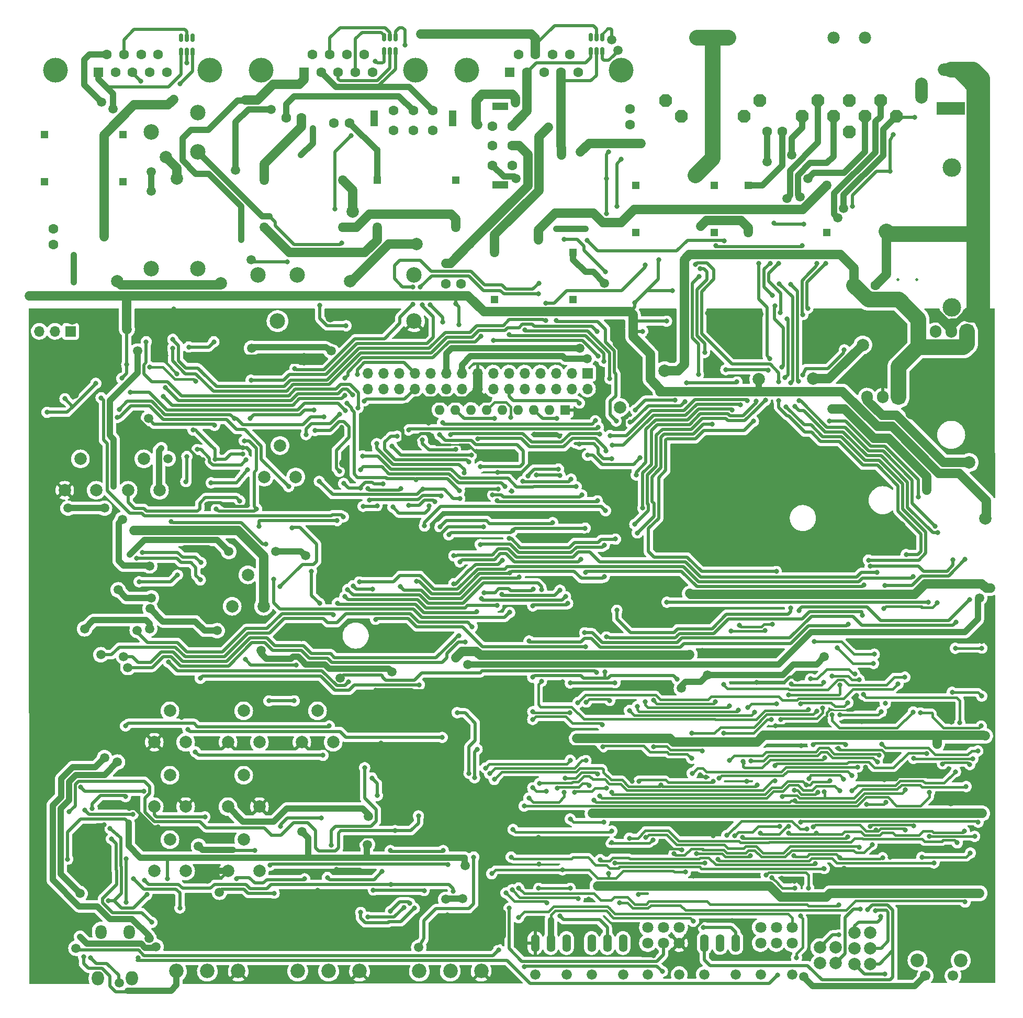
<source format=gbl>
G04 #@! TF.GenerationSoftware,KiCad,Pcbnew,6.0.2+dfsg-1*
G04 #@! TF.CreationDate,2023-05-08T07:17:18+02:00*
G04 #@! TF.ProjectId,fm-rpt-control,666d2d72-7074-42d6-936f-6e74726f6c2e,A*
G04 #@! TF.SameCoordinates,Original*
G04 #@! TF.FileFunction,Copper,L2,Bot*
G04 #@! TF.FilePolarity,Positive*
%FSLAX46Y46*%
G04 Gerber Fmt 4.6, Leading zero omitted, Abs format (unit mm)*
G04 Created by KiCad (PCBNEW 6.0.2+dfsg-1) date 2023-05-08 07:17:18*
%MOMM*%
%LPD*%
G01*
G04 APERTURE LIST*
G04 Aperture macros list*
%AMRoundRect*
0 Rectangle with rounded corners*
0 $1 Rounding radius*
0 $2 $3 $4 $5 $6 $7 $8 $9 X,Y pos of 4 corners*
0 Add a 4 corners polygon primitive as box body*
4,1,4,$2,$3,$4,$5,$6,$7,$8,$9,$2,$3,0*
0 Add four circle primitives for the rounded corners*
1,1,$1+$1,$2,$3*
1,1,$1+$1,$4,$5*
1,1,$1+$1,$6,$7*
1,1,$1+$1,$8,$9*
0 Add four rect primitives between the rounded corners*
20,1,$1+$1,$2,$3,$4,$5,0*
20,1,$1+$1,$4,$5,$6,$7,0*
20,1,$1+$1,$6,$7,$8,$9,0*
20,1,$1+$1,$8,$9,$2,$3,0*%
%AMOutline5P*
0 Free polygon, 5 corners , with rotation*
0 The origin of the aperture is its center*
0 number of corners: always 5*
0 $1 to $10 corner X, Y*
0 $11 Rotation angle, in degrees counterclockwise*
0 create outline with 5 corners*
4,1,5,$1,$2,$3,$4,$5,$6,$7,$8,$9,$10,$1,$2,$11*%
%AMOutline6P*
0 Free polygon, 6 corners , with rotation*
0 The origin of the aperture is its center*
0 number of corners: always 6*
0 $1 to $12 corner X, Y*
0 $13 Rotation angle, in degrees counterclockwise*
0 create outline with 6 corners*
4,1,6,$1,$2,$3,$4,$5,$6,$7,$8,$9,$10,$11,$12,$1,$2,$13*%
%AMOutline7P*
0 Free polygon, 7 corners , with rotation*
0 The origin of the aperture is its center*
0 number of corners: always 7*
0 $1 to $14 corner X, Y*
0 $15 Rotation angle, in degrees counterclockwise*
0 create outline with 7 corners*
4,1,7,$1,$2,$3,$4,$5,$6,$7,$8,$9,$10,$11,$12,$13,$14,$1,$2,$15*%
%AMOutline8P*
0 Free polygon, 8 corners , with rotation*
0 The origin of the aperture is its center*
0 number of corners: always 8*
0 $1 to $16 corner X, Y*
0 $17 Rotation angle, in degrees counterclockwise*
0 create outline with 8 corners*
4,1,8,$1,$2,$3,$4,$5,$6,$7,$8,$9,$10,$11,$12,$13,$14,$15,$16,$1,$2,$17*%
G04 Aperture macros list end*
G04 #@! TA.AperFunction,ComponentPad*
%ADD10C,1.600000*%
G04 #@! TD*
G04 #@! TA.AperFunction,ComponentPad*
%ADD11R,1.200000X2.500000*%
G04 #@! TD*
G04 #@! TA.AperFunction,ComponentPad*
%ADD12O,1.422400X2.844800*%
G04 #@! TD*
G04 #@! TA.AperFunction,ComponentPad*
%ADD13C,1.676400*%
G04 #@! TD*
G04 #@! TA.AperFunction,ComponentPad*
%ADD14C,2.000000*%
G04 #@! TD*
G04 #@! TA.AperFunction,ComponentPad*
%ADD15Outline8P,-0.990600X0.495300X-0.495300X0.990600X0.495300X0.990600X0.990600X0.495300X0.990600X-0.495300X0.495300X-0.990600X-0.495300X-0.990600X-0.990600X-0.495300X180.000000*%
G04 #@! TD*
G04 #@! TA.AperFunction,ComponentPad*
%ADD16O,1.981200X3.962400*%
G04 #@! TD*
G04 #@! TA.AperFunction,ComponentPad*
%ADD17C,4.000000*%
G04 #@! TD*
G04 #@! TA.AperFunction,ComponentPad*
%ADD18R,1.600000X1.600000*%
G04 #@! TD*
G04 #@! TA.AperFunction,ComponentPad*
%ADD19O,1.600000X1.600000*%
G04 #@! TD*
G04 #@! TA.AperFunction,ComponentPad*
%ADD20R,1.700000X1.700000*%
G04 #@! TD*
G04 #@! TA.AperFunction,ComponentPad*
%ADD21O,1.700000X1.700000*%
G04 #@! TD*
G04 #@! TA.AperFunction,ComponentPad*
%ADD22R,1.308000X1.308000*%
G04 #@! TD*
G04 #@! TA.AperFunction,ComponentPad*
%ADD23C,1.800000*%
G04 #@! TD*
G04 #@! TA.AperFunction,ComponentPad*
%ADD24C,2.340000*%
G04 #@! TD*
G04 #@! TA.AperFunction,ComponentPad*
%ADD25R,2.500000X1.200000*%
G04 #@! TD*
G04 #@! TA.AperFunction,ComponentPad*
%ADD26O,1.800000X2.300000*%
G04 #@! TD*
G04 #@! TA.AperFunction,ComponentPad*
%ADD27O,2.000000X2.300000*%
G04 #@! TD*
G04 #@! TA.AperFunction,ComponentPad*
%ADD28C,2.200000*%
G04 #@! TD*
G04 #@! TA.AperFunction,ComponentPad*
%ADD29C,1.700000*%
G04 #@! TD*
G04 #@! TA.AperFunction,ComponentPad*
%ADD30R,1.905000X2.000000*%
G04 #@! TD*
G04 #@! TA.AperFunction,ComponentPad*
%ADD31O,1.905000X2.000000*%
G04 #@! TD*
G04 #@! TA.AperFunction,ComponentPad*
%ADD32R,4.600000X2.000000*%
G04 #@! TD*
G04 #@! TA.AperFunction,ComponentPad*
%ADD33O,4.200000X2.000000*%
G04 #@! TD*
G04 #@! TA.AperFunction,ComponentPad*
%ADD34O,2.000000X4.200000*%
G04 #@! TD*
G04 #@! TA.AperFunction,ComponentPad*
%ADD35C,3.000000*%
G04 #@! TD*
G04 #@! TA.AperFunction,ComponentPad*
%ADD36C,2.500000*%
G04 #@! TD*
G04 #@! TA.AperFunction,ComponentPad*
%ADD37C,1.981200*%
G04 #@! TD*
G04 #@! TA.AperFunction,ComponentPad*
%ADD38C,0.500000*%
G04 #@! TD*
G04 #@! TA.AperFunction,SMDPad,CuDef*
%ADD39RoundRect,0.150000X-0.150000X0.512500X-0.150000X-0.512500X0.150000X-0.512500X0.150000X0.512500X0*%
G04 #@! TD*
G04 #@! TA.AperFunction,ViaPad*
%ADD40C,0.800000*%
G04 #@! TD*
G04 #@! TA.AperFunction,ViaPad*
%ADD41C,1.500000*%
G04 #@! TD*
G04 #@! TA.AperFunction,ViaPad*
%ADD42C,2.000000*%
G04 #@! TD*
G04 #@! TA.AperFunction,Conductor*
%ADD43C,0.508000*%
G04 #@! TD*
G04 #@! TA.AperFunction,Conductor*
%ADD44C,1.016000*%
G04 #@! TD*
G04 #@! TA.AperFunction,Conductor*
%ADD45C,0.381000*%
G04 #@! TD*
G04 #@! TA.AperFunction,Conductor*
%ADD46C,1.524000*%
G04 #@! TD*
G04 #@! TA.AperFunction,Conductor*
%ADD47C,2.540000*%
G04 #@! TD*
G04 #@! TA.AperFunction,Conductor*
%ADD48C,0.254000*%
G04 #@! TD*
G04 APERTURE END LIST*
D10*
X76575000Y-29826000D03*
X79750000Y-29826000D03*
X82925000Y-29826000D03*
X76575000Y-33001000D03*
X79750000Y-33001000D03*
X82925000Y-33001000D03*
D11*
X73400000Y-31096000D03*
X86100000Y-31096000D03*
D12*
X104550000Y-164400000D03*
X102010000Y-164400000D03*
X99470000Y-164400000D03*
D13*
X104550000Y-169480000D03*
X99470000Y-169480000D03*
D14*
X42926000Y-131941000D03*
X40386000Y-126861000D03*
X37846000Y-131941000D03*
X54864000Y-142355000D03*
X52324000Y-137275000D03*
X49784000Y-142355000D03*
D15*
X120580000Y-28210000D03*
D16*
X128200000Y-28210000D03*
D15*
X135820000Y-28210000D03*
X123120000Y-30750000D03*
X133280000Y-30750000D03*
X130740000Y-18050000D03*
X125660000Y-18050000D03*
D17*
X46850000Y-23280331D03*
X21850000Y-23280331D03*
D18*
X28810000Y-23580331D03*
D10*
X31580000Y-23580331D03*
X34350000Y-23580331D03*
X37120000Y-23580331D03*
X39890000Y-23580331D03*
X30195000Y-20740331D03*
X32965000Y-20740331D03*
X35735000Y-20740331D03*
X38505000Y-20740331D03*
D18*
X104375000Y-78200000D03*
D19*
X101835000Y-78200000D03*
X99295000Y-78200000D03*
X96755000Y-78200000D03*
X94215000Y-78200000D03*
X91675000Y-78200000D03*
X89135000Y-78200000D03*
X86595000Y-78200000D03*
X84055000Y-78200000D03*
D14*
X148070000Y-165130000D03*
X145530000Y-165130000D03*
X148070000Y-167670000D03*
X145530000Y-167670000D03*
D20*
X24335000Y-65500000D03*
D21*
X21795000Y-65500000D03*
X19255000Y-65500000D03*
D10*
X114830000Y-29570000D03*
X114830000Y-32070000D03*
D22*
X105615000Y-60375000D03*
X105615000Y-52755000D03*
X92915000Y-60375000D03*
X92915000Y-52755000D03*
D10*
X59200000Y-31000000D03*
X61700000Y-31000000D03*
D23*
X122790000Y-164420000D03*
X120250000Y-164420000D03*
X117710000Y-164420000D03*
X122790000Y-161880000D03*
X120250000Y-161880000D03*
X117710000Y-161880000D03*
D13*
X122790000Y-169500000D03*
X117710000Y-169500000D03*
D22*
X55675000Y-41095000D03*
X55675000Y-48715000D03*
X68375000Y-41095000D03*
X68375000Y-48715000D03*
D10*
X66950000Y-31800000D03*
X69450000Y-31800000D03*
D24*
X41450000Y-168950000D03*
X46450000Y-168950000D03*
X51450000Y-168950000D03*
D10*
X92576000Y-38675000D03*
X92576000Y-35500000D03*
X92576000Y-32325000D03*
X95751000Y-38675000D03*
X95751000Y-35500000D03*
X95751000Y-32325000D03*
D25*
X93846000Y-41850000D03*
X93846000Y-29150000D03*
D20*
X107939000Y-72265000D03*
D21*
X107939000Y-74805000D03*
X105399000Y-72265000D03*
X105399000Y-74805000D03*
X102859000Y-72265000D03*
X102859000Y-74805000D03*
X100319000Y-72265000D03*
X100319000Y-74805000D03*
X97779000Y-72265000D03*
X97779000Y-74805000D03*
X95239000Y-72265000D03*
X95239000Y-74805000D03*
X92699000Y-72265000D03*
X92699000Y-74805000D03*
X90159000Y-72265000D03*
X90159000Y-74805000D03*
X87619000Y-72265000D03*
X87619000Y-74805000D03*
X85079000Y-72265000D03*
X85079000Y-74805000D03*
X82539000Y-72265000D03*
X82539000Y-74805000D03*
X79999000Y-72265000D03*
X79999000Y-74805000D03*
X77459000Y-72265000D03*
X77459000Y-74805000D03*
X74919000Y-72265000D03*
X74919000Y-74805000D03*
X72379000Y-72265000D03*
X72379000Y-74805000D03*
D14*
X28440000Y-91200000D03*
X25900000Y-86120000D03*
X23360000Y-91200000D03*
D22*
X115735000Y-41905000D03*
X115735000Y-49525000D03*
X128435000Y-41905000D03*
X128435000Y-49525000D03*
X73925000Y-41045000D03*
X73925000Y-48665000D03*
X86625000Y-41045000D03*
X86625000Y-48665000D03*
D10*
X21520000Y-51450000D03*
X21520000Y-48950000D03*
D26*
X29200000Y-162625000D03*
X33800000Y-162625000D03*
D27*
X28750000Y-170125000D03*
X34250000Y-170125000D03*
D28*
X161350000Y-167200000D03*
X168350000Y-167200000D03*
D29*
X167100000Y-169700000D03*
X162600000Y-169700000D03*
D14*
X38700000Y-91200000D03*
X36160000Y-86120000D03*
X33620000Y-91200000D03*
X60740000Y-89055000D03*
X58200000Y-83975000D03*
X55660000Y-89055000D03*
X42926000Y-142355000D03*
X40386000Y-137275000D03*
X37846000Y-142355000D03*
X42926000Y-152769000D03*
X40386000Y-147689000D03*
X37846000Y-152769000D03*
X54864000Y-152769000D03*
X52324000Y-147689000D03*
X49784000Y-152769000D03*
X66802000Y-131941000D03*
X64262000Y-126861000D03*
X61722000Y-131941000D03*
X54864000Y-131941000D03*
X52324000Y-126861000D03*
X49784000Y-131941000D03*
D30*
X169340000Y-65570000D03*
D31*
X166800000Y-65570000D03*
X164260000Y-65570000D03*
D22*
X133975000Y-41915000D03*
X133975000Y-49535000D03*
X146675000Y-41915000D03*
X146675000Y-49535000D03*
D24*
X61070000Y-168950000D03*
X66070000Y-168950000D03*
X71070000Y-168950000D03*
D32*
X166760000Y-29490000D03*
D33*
X166760000Y-23190000D03*
D34*
X161960000Y-26590000D03*
D35*
X166940000Y-61630000D03*
X166940000Y-39030000D03*
D14*
X153680000Y-162713500D03*
X151140000Y-162713500D03*
X153680000Y-165253500D03*
X151140000Y-165253500D03*
X153680000Y-167793500D03*
X151140000Y-167793500D03*
D17*
X88420000Y-23300331D03*
X113420000Y-23300331D03*
D18*
X95380000Y-23600331D03*
D10*
X98150000Y-23600331D03*
X100920000Y-23600331D03*
X103690000Y-23600331D03*
X106460000Y-23600331D03*
X96765000Y-20760331D03*
X99535000Y-20760331D03*
X102305000Y-20760331D03*
X105075000Y-20760331D03*
D18*
X151080000Y-58060000D03*
D10*
X154580000Y-58060000D03*
D17*
X55130000Y-23300331D03*
X80130000Y-23300331D03*
D18*
X62090000Y-23600331D03*
D10*
X64860000Y-23600331D03*
X67630000Y-23600331D03*
X70400000Y-23600331D03*
X73170000Y-23600331D03*
X63475000Y-20760331D03*
X66245000Y-20760331D03*
X69015000Y-20760331D03*
X71785000Y-20760331D03*
X136990000Y-33210000D03*
X139490000Y-33210000D03*
D22*
X20100000Y-33670000D03*
X20100000Y-41290000D03*
X32800000Y-33670000D03*
X32800000Y-41290000D03*
D23*
X141040000Y-164420000D03*
X138500000Y-164420000D03*
X135960000Y-164420000D03*
X141040000Y-161880000D03*
X138500000Y-161880000D03*
X135960000Y-161880000D03*
D13*
X141040000Y-169500000D03*
X135960000Y-169500000D03*
D10*
X85000000Y-57850000D03*
X87500000Y-57850000D03*
D36*
X57788500Y-63846500D03*
X60963500Y-56353500D03*
X54613500Y-56353500D03*
X79886500Y-63846500D03*
X79886500Y-56353500D03*
D30*
X158260000Y-76140000D03*
D31*
X155720000Y-76140000D03*
X153180000Y-76140000D03*
D14*
X55540000Y-109955000D03*
X53000000Y-104875000D03*
X50460000Y-109955000D03*
D12*
X113690000Y-164400000D03*
X111150000Y-164400000D03*
X108610000Y-164400000D03*
D13*
X113690000Y-169480000D03*
X108610000Y-169480000D03*
D24*
X80750000Y-168950000D03*
X85750000Y-168950000D03*
X90750000Y-168950000D03*
D12*
X131940000Y-164380000D03*
X129400000Y-164380000D03*
X126860000Y-164380000D03*
D13*
X131940000Y-169460000D03*
X126860000Y-169460000D03*
D15*
X145210000Y-28220000D03*
X150290000Y-28220000D03*
X155370000Y-28220000D03*
X147750000Y-30760000D03*
X152830000Y-30760000D03*
X150290000Y-33300000D03*
X142670000Y-30760000D03*
X157910000Y-30760000D03*
D37*
X152830000Y-18060000D03*
X147750000Y-18060000D03*
D36*
X37403500Y-33308500D03*
X44896500Y-36483500D03*
X44896500Y-30133500D03*
X37403500Y-55406500D03*
X44896500Y-55406500D03*
D38*
X158220000Y-57120000D03*
X161220000Y-57120000D03*
D39*
X42150000Y-18012500D03*
X43100000Y-18012500D03*
X44050000Y-18012500D03*
X44050000Y-20287500D03*
X43100000Y-20287500D03*
X42150000Y-20287500D03*
X108450000Y-17962500D03*
X109400000Y-17962500D03*
X110350000Y-17962500D03*
X110350000Y-20237500D03*
X109400000Y-20237500D03*
X108450000Y-20237500D03*
X75000000Y-17962500D03*
X75950000Y-17962500D03*
X76900000Y-17962500D03*
X76900000Y-20237500D03*
X75950000Y-20237500D03*
X75000000Y-20237500D03*
D40*
X79700000Y-58338500D03*
X100075000Y-57725000D03*
X60600000Y-71500000D03*
X79700000Y-61161500D03*
D41*
X143600000Y-40800000D03*
D40*
X133800000Y-76700000D03*
X111600000Y-82350000D03*
X53500000Y-73400000D03*
X80915520Y-58338500D03*
X81200000Y-61200000D03*
X100000000Y-59450000D03*
X132700000Y-77419020D03*
D41*
X142322681Y-43776181D03*
D40*
X111925000Y-83925000D03*
X103243523Y-87773923D03*
X98300000Y-88900000D03*
X102950000Y-79600000D03*
X111853500Y-86125000D03*
X107576060Y-97325000D03*
X95825000Y-97725000D03*
X106650000Y-83750000D03*
X85500000Y-98400000D03*
X106650000Y-77100000D03*
X95500000Y-79400000D03*
D41*
X48019677Y-113892973D03*
D42*
X172300000Y-95750000D03*
D40*
X32200000Y-78103500D03*
D41*
X164700000Y-143450000D03*
D40*
X32606523Y-73106523D03*
D41*
X123150000Y-123225000D03*
X149945000Y-130850000D03*
X173150000Y-107000000D03*
X171800000Y-143450000D03*
D40*
X107975000Y-85550000D03*
D41*
X164900000Y-156350000D03*
X121250000Y-131300000D03*
D40*
X23400000Y-76400000D03*
D41*
X137450000Y-155200000D03*
X109550000Y-155150000D03*
D40*
X116896250Y-65512500D03*
X135700000Y-54486500D03*
X113400000Y-37700000D03*
X87175000Y-64425000D03*
X102300000Y-96421500D03*
D41*
X124500000Y-107900000D03*
D40*
X115600000Y-60900000D03*
X64600000Y-109496500D03*
D41*
X32700000Y-95900000D03*
D40*
X65300000Y-79300000D03*
X20500000Y-78600000D03*
D41*
X106225000Y-131300000D03*
X17596698Y-59745699D03*
D40*
X86325000Y-106301380D03*
X112700000Y-45300000D03*
X86675000Y-61050000D03*
D41*
X127397529Y-121087034D03*
D42*
X135650000Y-73250000D03*
D41*
X150300000Y-156350000D03*
D40*
X119500000Y-53900000D03*
D41*
X37100000Y-103421977D03*
D40*
X63300000Y-104300000D03*
D41*
X48000000Y-59750000D03*
X123150000Y-155150000D03*
D40*
X33388871Y-70888871D03*
D41*
X124500000Y-117750000D03*
X135700000Y-143450000D03*
D40*
X120746250Y-63862500D03*
D41*
X171400000Y-156350000D03*
X37195586Y-110337519D03*
X172300000Y-130900000D03*
X164500000Y-132250000D03*
X33400000Y-59750000D03*
D40*
X28400000Y-73900000D03*
X94150000Y-102550000D03*
X121700000Y-58966000D03*
D41*
X135800000Y-131500000D03*
D40*
X84065000Y-97135000D03*
D41*
X33450000Y-65200000D03*
D40*
X137430000Y-69896500D03*
D41*
X108750000Y-143450000D03*
D40*
X116478500Y-85975000D03*
D41*
X146275000Y-118100000D03*
X86650000Y-118295980D03*
X122150000Y-143450000D03*
X150150000Y-143450000D03*
D40*
X50816171Y-79594610D03*
D41*
X119700000Y-75250000D03*
D40*
X90200000Y-82922051D03*
X110950000Y-84825000D03*
X93350000Y-92875000D03*
X109550000Y-92900000D03*
X92900000Y-79596500D03*
X72675000Y-92825000D03*
X81250000Y-83050000D03*
X86600000Y-84596500D03*
X84250000Y-92150000D03*
X90650000Y-87375000D03*
X83996500Y-82200000D03*
X70700000Y-72500000D03*
X68200000Y-51200000D03*
X71803500Y-76750000D03*
D41*
X33592500Y-119850000D03*
X25839675Y-156407020D03*
X31899557Y-135150241D03*
D40*
X88200000Y-115750000D03*
D41*
X38150000Y-165012540D03*
D40*
X88796500Y-86625000D03*
X25850000Y-163400000D03*
X77153500Y-82450000D03*
X141350000Y-150250000D03*
X109000000Y-141300000D03*
X87281460Y-102775000D03*
X154500000Y-159200000D03*
X148800000Y-150616523D03*
X106900000Y-102350000D03*
X159400000Y-139650000D03*
X155700000Y-150616523D03*
X141490000Y-141407980D03*
X87275000Y-92500000D03*
X145200000Y-140000000D03*
X141450000Y-139727969D03*
X64550000Y-89750000D03*
X81275000Y-91050000D03*
X89300000Y-113250000D03*
X89150000Y-85500000D03*
D41*
X29200000Y-117800000D03*
D40*
X76350000Y-84100000D03*
D41*
X36995271Y-163672127D03*
D40*
X88025000Y-88375000D03*
D41*
X32900000Y-118100000D03*
X29800000Y-134450000D03*
D40*
X87138980Y-114750000D03*
X73850000Y-83650000D03*
X35700000Y-25046500D03*
X42000000Y-25500000D03*
X128100000Y-80516215D03*
X141763980Y-166800000D03*
X142400000Y-160000000D03*
X141500000Y-155500000D03*
X110875254Y-55914847D03*
X104203500Y-50600000D03*
X137799728Y-153832512D03*
X116000000Y-98100000D03*
X112700000Y-110600000D03*
X126000000Y-56603500D03*
D41*
X142900000Y-169800000D03*
D40*
X125900000Y-72500000D03*
X140800000Y-110203500D03*
D41*
X85000000Y-54535469D03*
D40*
X66150000Y-129296500D03*
X33200000Y-129300000D03*
X27825000Y-142696500D03*
X33200000Y-140728500D03*
X36175000Y-139825000D03*
X25950000Y-139175000D03*
X36250000Y-154225000D03*
X86250000Y-156000000D03*
X76175000Y-154925000D03*
X76825000Y-146225000D03*
X24100000Y-143150000D03*
X80600000Y-143850000D03*
D42*
X120425000Y-71850000D03*
X169700000Y-86700000D03*
D40*
X37100000Y-71250000D03*
X44586129Y-73613871D03*
X169216420Y-139100000D03*
X36550000Y-67200000D03*
X139500000Y-140750000D03*
X106125000Y-90600000D03*
X70805040Y-77875000D03*
X146250000Y-139950000D03*
X107500000Y-114246500D03*
X139050000Y-145550000D03*
X71549520Y-85650480D03*
X131800000Y-147038430D03*
X167600000Y-112550000D03*
X116200000Y-156561500D03*
X167768250Y-148206190D03*
X167460000Y-116750000D03*
X171738500Y-116725000D03*
X114750000Y-147450000D03*
X166950000Y-123864469D03*
X170300000Y-134600000D03*
X171738500Y-124475000D03*
X160700000Y-134550000D03*
X140510000Y-146610000D03*
X145000000Y-146610000D03*
X168919989Y-146310000D03*
X71025000Y-106025000D03*
X71650000Y-93800000D03*
X160636128Y-105136128D03*
X73900000Y-93700000D03*
D41*
X137000000Y-38062500D03*
D40*
X130088500Y-50905980D03*
X146250000Y-152360023D03*
X107900000Y-50800000D03*
X115837019Y-88737019D03*
X110659728Y-105186020D03*
X95400000Y-104538980D03*
X131300000Y-78200000D03*
X95600000Y-150500000D03*
X80300000Y-105950000D03*
X124900000Y-136950000D03*
X105100000Y-127150000D03*
X122450000Y-121750000D03*
X122075000Y-76661500D03*
X115711128Y-78211128D03*
X151700000Y-135950000D03*
X99100000Y-121450000D03*
X118650000Y-132711500D03*
X110800000Y-120575000D03*
X126500000Y-133350000D03*
X99100000Y-127000000D03*
X163100000Y-109300000D03*
X120800000Y-109300000D03*
X33685469Y-144950000D03*
D41*
X87696500Y-157200000D03*
X76350000Y-120600000D03*
D40*
X23853500Y-150850000D03*
D41*
X55150000Y-117100000D03*
X85000000Y-157350000D03*
X171388500Y-108600000D03*
D40*
X39950000Y-154021500D03*
D41*
X88600000Y-119400000D03*
X72325000Y-148475000D03*
X88125000Y-151850000D03*
X61775000Y-146400000D03*
D40*
X126700000Y-161850000D03*
X126950000Y-151450000D03*
X164006523Y-151456523D03*
X112400000Y-151450000D03*
X105150000Y-122350000D03*
X129018970Y-150881030D03*
X112400000Y-122300000D03*
X159300000Y-121400000D03*
X130000000Y-122600000D03*
X102900000Y-48900000D03*
X107600000Y-48900000D03*
X103900000Y-152550000D03*
X77725000Y-90925000D03*
X95896500Y-146050000D03*
X69950000Y-75800000D03*
X72400000Y-90940000D03*
X111381030Y-153118970D03*
X123800000Y-152920520D03*
X39650000Y-74550000D03*
X92450000Y-153200000D03*
X96925000Y-105225000D03*
X77650000Y-106800000D03*
X111909980Y-146300000D03*
X84550000Y-64000000D03*
X82500000Y-61200000D03*
X43100000Y-22100000D03*
D41*
X29350000Y-28450000D03*
X31150000Y-29550000D03*
D40*
X78400000Y-19200000D03*
D41*
X66500000Y-68700000D03*
D42*
X31900000Y-57400000D03*
X48600000Y-57700000D03*
D41*
X53600000Y-68238500D03*
D40*
X51900000Y-50700000D03*
X73600000Y-21800000D03*
X150780498Y-45311500D03*
X156900000Y-39600000D03*
X157400000Y-33703500D03*
X40615594Y-96245980D03*
X39000000Y-84400000D03*
X55900000Y-99900000D03*
D41*
X111900000Y-18400000D03*
X112900000Y-20100000D03*
X96400000Y-40800000D03*
X103700000Y-37000000D03*
X101600000Y-32500000D03*
X81000000Y-17400000D03*
X37400000Y-39700000D03*
D40*
X31300000Y-90600000D03*
D41*
X37350000Y-42797500D03*
X23900000Y-94100000D03*
X35150000Y-68700000D03*
X37100000Y-113600000D03*
X29800000Y-94100000D03*
X26600000Y-113600000D03*
D40*
X67500000Y-109450000D03*
X67450000Y-96100000D03*
X96800000Y-160305060D03*
X54400000Y-94200000D03*
X90090340Y-133075000D03*
X89680471Y-137677793D03*
X52432314Y-83200000D03*
X90050000Y-110850000D03*
X54800000Y-97000000D03*
X47900000Y-94200000D03*
X63500000Y-32700000D03*
X61600000Y-37000000D03*
X68900000Y-64600000D03*
X67100000Y-45700000D03*
X69700000Y-33900000D03*
X64600000Y-61300000D03*
D41*
X149400000Y-45661500D03*
D40*
X143600000Y-61800000D03*
X160900000Y-30900000D03*
X146500000Y-54500000D03*
X148600000Y-163100000D03*
X142799989Y-62800000D03*
D41*
X148436500Y-47121781D03*
D40*
X145100000Y-54486500D03*
X109475000Y-65525000D03*
X90603500Y-99975000D03*
X40800000Y-68250000D03*
X107700000Y-134900000D03*
X110668540Y-100075000D03*
X92100000Y-137000000D03*
X94600000Y-90625000D03*
X71200000Y-87900000D03*
X34000000Y-75346500D03*
X68750000Y-78300000D03*
X154350000Y-117700000D03*
X144600000Y-115650000D03*
X155100000Y-134050000D03*
X130900000Y-134900000D03*
X154850000Y-135150000D03*
X134350000Y-134950000D03*
X154240000Y-119200000D03*
X148350000Y-116650000D03*
X155400000Y-160100000D03*
X156100000Y-169400000D03*
X129950000Y-130500000D03*
X137700000Y-128300000D03*
X136700000Y-113900000D03*
X131150000Y-114000000D03*
X138500000Y-125750000D03*
X132500000Y-113000000D03*
X133900000Y-126300000D03*
X137850000Y-112900000D03*
X44800000Y-84600000D03*
X52700000Y-86300000D03*
X53335814Y-79593680D03*
X63700000Y-78200000D03*
X159400000Y-146122540D03*
X153257761Y-158980179D03*
X70016754Y-106653962D03*
X111560000Y-125200000D03*
X107650000Y-116468980D03*
X143350000Y-138850000D03*
X73200000Y-107200000D03*
X74900000Y-90200000D03*
X111900000Y-140050000D03*
X73650000Y-112061020D03*
X147150000Y-138150000D03*
X107750000Y-125450000D03*
X154650000Y-146122540D03*
X68500000Y-90100000D03*
X71250000Y-90850000D03*
X144441560Y-145635586D03*
X97700000Y-168261020D03*
X93600000Y-165496500D03*
D41*
X25192500Y-165250000D03*
D40*
X120075000Y-169000000D03*
X68725000Y-73050000D03*
X90700000Y-66250000D03*
X68700000Y-75850000D03*
X39300000Y-76000000D03*
X142900000Y-48200000D03*
X138900000Y-54486500D03*
X138075480Y-47975480D03*
X139103500Y-62500000D03*
D41*
X140200000Y-44038500D03*
D40*
X24800000Y-57600000D03*
X24800000Y-53200000D03*
X137900000Y-59700000D03*
X137500000Y-54486500D03*
D41*
X141000000Y-37000000D03*
D40*
X123725000Y-76850000D03*
D41*
X67900000Y-121550000D03*
D40*
X114825000Y-80203500D03*
X132138980Y-73700000D03*
X109417020Y-120675000D03*
X124000000Y-73838500D03*
X62400000Y-82200000D03*
X66800000Y-111303500D03*
X67846278Y-78904628D03*
D41*
X35100000Y-113850000D03*
D42*
X69950000Y-46175000D03*
X80250000Y-51388500D03*
X69525000Y-57425000D03*
D41*
X100000000Y-50700000D03*
D42*
X125400000Y-40300000D03*
D41*
X126300000Y-48500000D03*
D40*
X98500000Y-115565480D03*
X140200000Y-63500000D03*
X140100000Y-77700000D03*
X98461020Y-140950000D03*
X150100000Y-112900000D03*
X139900000Y-73000000D03*
X104200000Y-140050000D03*
X153398428Y-102494759D03*
X138300000Y-61400000D03*
X136731111Y-76661500D03*
X105881030Y-140020520D03*
X115600000Y-96700000D03*
X111000000Y-139400000D03*
X139400000Y-71300000D03*
X135200000Y-76800000D03*
X142700000Y-51663500D03*
X99091540Y-139300000D03*
X130331969Y-71700000D03*
X128690520Y-51663500D03*
X116900000Y-94100000D03*
X101300000Y-139850000D03*
X99091540Y-128250000D03*
X110350000Y-129100000D03*
X137200000Y-71800000D03*
X169800000Y-108900000D03*
X142200000Y-110681460D03*
X148800000Y-122700000D03*
X142200000Y-76739099D03*
X142092989Y-73600000D03*
X140460000Y-124300000D03*
X140800000Y-57900000D03*
X164200000Y-97000000D03*
X152560000Y-124225000D03*
X140800000Y-73800000D03*
X167096500Y-102451738D03*
X167489470Y-136700000D03*
X164600000Y-98064148D03*
X139000000Y-57800000D03*
X153700000Y-103500000D03*
X150750000Y-139800000D03*
X141500000Y-77600000D03*
X168200000Y-128800000D03*
X91200000Y-107750000D03*
X99150000Y-107200000D03*
X105150000Y-134850000D03*
X91478380Y-136100000D03*
X35266476Y-166783524D03*
X138725000Y-169550000D03*
X110000000Y-150929480D03*
X144800000Y-151520023D03*
X110600000Y-144861500D03*
X105150000Y-144350000D03*
X128330193Y-138255380D03*
X116250000Y-138255380D03*
X171174965Y-144861500D03*
X171650000Y-129325000D03*
X142450000Y-144900000D03*
X163300000Y-147150000D03*
X170600000Y-147150000D03*
X161825000Y-127200000D03*
X169800000Y-135550000D03*
X169050000Y-157761500D03*
X165400000Y-135440000D03*
X113100000Y-157900000D03*
X125100000Y-160900000D03*
X97487500Y-89750000D03*
X97703500Y-142250000D03*
X99100000Y-109900000D03*
X163300000Y-140000000D03*
X105303500Y-89400000D03*
X104750000Y-109500000D03*
X103496500Y-88792480D03*
X94100000Y-108042989D03*
X103496500Y-107350000D03*
X99650000Y-88700000D03*
X94750000Y-156300000D03*
X101400000Y-157872540D03*
X107600000Y-104500000D03*
X151200000Y-120900000D03*
X152700000Y-106500000D03*
X144050000Y-121700000D03*
X112475551Y-99100000D03*
X151900000Y-121800000D03*
X152400000Y-111400000D03*
X95250000Y-99000000D03*
X111000000Y-114925000D03*
X147500000Y-121200000D03*
X148600000Y-158200000D03*
X96800000Y-155500000D03*
X140510000Y-145560497D03*
X146200000Y-122250000D03*
X135950000Y-146610000D03*
X140900000Y-122500000D03*
X143450000Y-145979480D03*
X130500000Y-147000000D03*
X136853841Y-153377811D03*
X143700000Y-155500000D03*
X103500000Y-160050000D03*
X107025000Y-91950000D03*
X92600000Y-91950000D03*
X112600000Y-80000000D03*
X110876371Y-94501371D03*
X81575000Y-96975000D03*
X102925000Y-63773940D03*
X83275000Y-93050000D03*
X85825000Y-82250000D03*
X111563690Y-73159819D03*
X97800000Y-65288980D03*
X109900000Y-82100000D03*
X79025000Y-93675000D03*
D41*
X116603520Y-35100000D03*
X106800000Y-36500000D03*
D40*
X79000000Y-81450000D03*
X109700000Y-81025000D03*
X95250000Y-66046500D03*
X110603500Y-70350000D03*
X76475000Y-93925000D03*
X109700000Y-69500000D03*
X84525000Y-80300000D03*
X92700000Y-66950000D03*
X109250000Y-79950000D03*
X82300000Y-93700000D03*
X134300000Y-150258983D03*
X125600000Y-149979480D03*
X118600000Y-125150000D03*
X128650000Y-125400000D03*
X130950000Y-126050000D03*
X117300000Y-125400000D03*
X116000000Y-126150000D03*
X132400000Y-126750000D03*
X134950000Y-127100000D03*
X114750000Y-126800000D03*
X111900000Y-148200000D03*
X118550000Y-147700000D03*
X158200000Y-122500000D03*
X106400000Y-125519500D03*
D41*
X41000000Y-28000000D03*
X29700000Y-50200000D03*
X107850000Y-69900000D03*
X106690391Y-68263109D03*
D42*
X113200000Y-77800000D03*
D40*
X90750000Y-108750000D03*
X104400000Y-108400000D03*
X95275000Y-158750000D03*
X52200000Y-84300000D03*
X89997127Y-84880459D03*
D42*
X39732259Y-37332259D03*
D41*
X66300000Y-63300000D03*
X141900000Y-121450000D03*
D40*
X42700000Y-148800000D03*
X40999271Y-61877869D03*
X151500000Y-124400000D03*
X71600000Y-153000000D03*
D41*
X160875000Y-73425000D03*
D40*
X86600000Y-131700000D03*
X157250000Y-134250000D03*
D41*
X44000000Y-115300000D03*
D40*
X147182020Y-160540000D03*
X88850000Y-147350000D03*
X108950000Y-89525000D03*
D41*
X68550000Y-86850000D03*
D42*
X152000000Y-97100000D03*
D40*
X163325000Y-125925000D03*
D42*
X78575000Y-78050000D03*
D40*
X113600000Y-146600000D03*
X26775000Y-154225000D03*
X92700000Y-164500000D03*
X133750000Y-138250000D03*
X118661129Y-166454020D03*
D41*
X24913641Y-75686359D03*
D40*
X103900000Y-122150000D03*
X106800000Y-88300000D03*
X113750000Y-134800000D03*
X99300000Y-82164531D03*
X134050000Y-163875000D03*
X88150000Y-144250000D03*
X82275000Y-80325000D03*
X64300000Y-155900000D03*
X102650000Y-131925000D03*
X107575000Y-126750000D03*
X171738500Y-115675497D03*
X38800000Y-140150000D03*
X127400000Y-62600000D03*
D41*
X34900000Y-79100000D03*
D40*
X110300000Y-133900000D03*
X142550000Y-132500000D03*
D41*
X128000000Y-72150000D03*
D40*
X44300000Y-159425000D03*
X48800000Y-85050000D03*
X166250000Y-132650000D03*
X38650000Y-125050000D03*
X93375000Y-88325000D03*
X95675000Y-91375000D03*
X115150000Y-138255380D03*
X93503500Y-90975000D03*
X74050000Y-136200000D03*
X82950000Y-123400000D03*
X108125000Y-157275000D03*
X99400000Y-114300000D03*
D42*
X158400000Y-97100000D03*
D40*
X100100000Y-151649989D03*
X82100000Y-136150000D03*
X105300000Y-85075000D03*
X124400000Y-163200000D03*
X109225000Y-95550000D03*
X109100000Y-148950000D03*
X156950000Y-150575000D03*
D41*
X64600000Y-97700000D03*
D40*
X101800000Y-105900000D03*
D41*
X28900000Y-109300000D03*
D40*
X123200000Y-149348949D03*
X73650000Y-123553500D03*
X148550000Y-132900000D03*
X46350000Y-93450000D03*
X91361020Y-91300000D03*
X26775000Y-150325000D03*
X107925000Y-98450000D03*
D41*
X67200000Y-67000000D03*
D40*
X151375000Y-154050000D03*
X131300000Y-160800000D03*
X145266785Y-162672953D03*
X155200000Y-153300000D03*
X127123953Y-137610413D03*
X75075000Y-82025000D03*
X38450000Y-145661020D03*
X101800000Y-99100000D03*
X158075000Y-126325000D03*
D42*
X62100000Y-70000000D03*
X24550000Y-63400000D03*
D41*
X110700000Y-57700000D03*
D40*
X123100000Y-135900000D03*
D41*
X135700000Y-62700000D03*
X152085582Y-72256135D03*
D40*
X100050000Y-147300000D03*
D41*
X172400000Y-88950000D03*
D42*
X171800000Y-63200000D03*
D40*
X113600000Y-125775000D03*
D41*
X129557011Y-63200000D03*
D40*
X69600000Y-157825000D03*
X45738871Y-86238871D03*
D42*
X27050000Y-71950000D03*
D40*
X77975000Y-83625000D03*
X82825000Y-96925000D03*
X135350000Y-122244534D03*
X138400000Y-129300000D03*
X94371500Y-159465060D03*
X91100000Y-97125000D03*
X103400000Y-82450000D03*
D42*
X49450000Y-71650000D03*
D40*
X112300000Y-64000000D03*
X103250000Y-85525000D03*
X68150000Y-81000000D03*
X171700000Y-122900000D03*
X166400000Y-136250000D03*
X58625000Y-159400000D03*
D41*
X126550000Y-117400000D03*
D40*
X52905923Y-93669936D03*
D41*
X33700000Y-106200000D03*
D40*
X128300000Y-147038430D03*
X114200000Y-79300000D03*
X72475000Y-81275000D03*
X146550000Y-64600000D03*
X39700000Y-69400000D03*
X139350000Y-153900000D03*
D42*
X41550000Y-40800000D03*
D41*
X46450000Y-154100000D03*
X118200000Y-66400000D03*
D40*
X70450000Y-148500000D03*
D41*
X29845365Y-99386193D03*
D40*
X98400000Y-98800000D03*
X166781250Y-128656250D03*
D42*
X160400000Y-78700000D03*
D41*
X121200000Y-68800000D03*
X61700000Y-114900000D03*
D40*
X141450000Y-154400000D03*
X46600000Y-100600000D03*
X44100000Y-125250000D03*
X152300000Y-128600000D03*
X74500000Y-132053500D03*
X115800000Y-163300000D03*
D41*
X40700000Y-82500000D03*
D40*
X85325000Y-159875000D03*
D41*
X172350000Y-87000000D03*
D40*
X29700000Y-145261020D03*
X41546500Y-72400000D03*
D41*
X154500000Y-63050000D03*
D40*
X149475000Y-152350000D03*
X67300000Y-152515020D03*
X40400000Y-131900000D03*
X66399500Y-82818522D03*
X155425000Y-154550000D03*
X54375000Y-159400000D03*
X152900000Y-135949989D03*
X42250000Y-127900000D03*
D41*
X166700000Y-141600000D03*
D40*
X156000000Y-138000000D03*
X83000000Y-83300000D03*
X72500000Y-78825000D03*
X33770298Y-142696500D03*
X115100000Y-76300000D03*
X125100000Y-153600000D03*
D42*
X156300000Y-49400000D03*
D40*
X42800000Y-100600000D03*
X76450000Y-144650000D03*
D41*
X51000000Y-39450000D03*
X56720569Y-29620569D03*
D40*
X80200000Y-89500000D03*
X153718051Y-145500000D03*
X68998040Y-77100000D03*
X86325000Y-101800000D03*
D41*
X53500000Y-53900000D03*
D40*
X87225000Y-91250000D03*
X59400000Y-54300000D03*
X154800000Y-104496500D03*
X160700000Y-145492020D03*
X152100000Y-158950000D03*
X92866420Y-137950000D03*
X68700000Y-108350000D03*
X29250000Y-76250000D03*
X93300000Y-109850000D03*
X135400000Y-138885900D03*
X68450000Y-95500000D03*
X119850000Y-138885900D03*
X100500000Y-107285469D03*
X43436128Y-68036128D03*
X69152792Y-107249802D03*
X143700000Y-126619989D03*
X63850000Y-81550000D03*
X100500000Y-122072540D03*
X47500000Y-67200000D03*
X67800000Y-88150000D03*
X169050000Y-102400000D03*
X147050000Y-80050000D03*
X161500000Y-92300000D03*
X155501040Y-127000000D03*
X149500000Y-68500000D03*
X142800000Y-72550000D03*
X148750000Y-127525000D03*
X156100000Y-106622980D03*
X134800000Y-80042500D03*
X138500000Y-104338980D03*
X111003500Y-46499063D03*
X146000000Y-126400000D03*
X139198960Y-128300000D03*
X126900000Y-68900000D03*
X126200000Y-55400000D03*
X111400000Y-36511500D03*
X111000000Y-40800000D03*
X95750000Y-155800000D03*
X95350000Y-110950000D03*
X106450000Y-157242020D03*
X57200000Y-105600000D03*
X138903500Y-73700000D03*
X101200000Y-60938500D03*
X159500000Y-101591259D03*
X40850000Y-66800000D03*
X125400000Y-54700000D03*
X138900000Y-76700000D03*
X117300000Y-54796500D03*
X101200000Y-63773940D03*
D41*
X90218087Y-32099015D03*
X96300000Y-28500000D03*
D40*
X52190317Y-85382570D03*
X44100000Y-81450000D03*
X47700000Y-86200000D03*
X31900000Y-79400000D03*
X59600000Y-90600000D03*
X51700000Y-92923940D03*
D41*
X36915964Y-79584036D03*
D40*
X47600000Y-80700000D03*
D41*
X40100000Y-86100000D03*
D40*
X43136129Y-85736129D03*
X42965430Y-89798577D03*
X47050000Y-90000000D03*
X52900000Y-87900000D03*
X33275000Y-157825000D03*
X33325000Y-150775000D03*
D41*
X32200000Y-170850000D03*
D40*
X27550000Y-166800000D03*
X73950000Y-140550000D03*
X73050000Y-137708980D03*
X60500000Y-125250000D03*
X56400000Y-125250000D03*
X84450000Y-131150000D03*
X43300000Y-129850000D03*
X52575000Y-118550000D03*
X60850000Y-119450000D03*
X40150000Y-118984500D03*
X69300000Y-122200000D03*
X66450000Y-148600000D03*
X71900000Y-136050000D03*
X58275000Y-145550000D03*
X64875000Y-144200000D03*
D41*
X72519500Y-143950000D03*
D40*
X46050000Y-144000000D03*
X45300000Y-121600000D03*
X80750000Y-122650000D03*
X44500000Y-133500000D03*
X65150000Y-134050000D03*
X62175000Y-154021500D03*
X51166500Y-154021500D03*
D41*
X48400000Y-156178500D03*
D40*
X57250000Y-156350000D03*
X78225000Y-158675000D03*
X72400000Y-160225000D03*
X54150000Y-149425000D03*
X56600000Y-151825000D03*
D41*
X45023859Y-148726141D03*
D40*
X85350000Y-151757500D03*
X30700000Y-145900000D03*
X30425000Y-157550000D03*
X36650000Y-156586020D03*
X26400000Y-166600000D03*
X74725000Y-152800000D03*
X65875000Y-153811500D03*
X76050000Y-149442500D03*
X81525000Y-155925000D03*
X84600000Y-149442500D03*
X73300000Y-155828500D03*
X89550000Y-150500000D03*
D41*
X80650000Y-165100000D03*
D40*
X86850000Y-127150000D03*
X88776971Y-136949649D03*
X42000000Y-158750000D03*
X34442989Y-153975000D03*
X37450000Y-161075000D03*
X26575000Y-142925000D03*
X30928500Y-147575000D03*
X34400000Y-143600000D03*
X76075000Y-159250000D03*
X79225000Y-158000000D03*
X79927080Y-158780089D03*
X71250000Y-159450000D03*
D42*
X144500000Y-73150000D03*
D41*
X147500000Y-78100000D03*
D42*
X152500000Y-67700000D03*
D41*
X162800000Y-91200000D03*
D40*
X169900000Y-149850000D03*
X162050000Y-150550000D03*
X164500000Y-109400000D03*
X171107980Y-133350000D03*
X156131560Y-125675000D03*
X155575000Y-132261500D03*
X155900000Y-110300000D03*
X150075000Y-125525000D03*
X142450000Y-125749989D03*
X103062390Y-139390000D03*
X110400000Y-132711500D03*
X108200000Y-138950000D03*
X124810000Y-134550000D03*
X145050000Y-126900000D03*
X124810000Y-130500011D03*
X151900000Y-148900000D03*
X149700000Y-132300000D03*
X117350000Y-147350000D03*
X144450000Y-132300000D03*
X160650000Y-127050000D03*
X147500000Y-127500000D03*
X148750000Y-139800000D03*
X104343632Y-137710000D03*
X109550000Y-137100000D03*
X109900000Y-140600000D03*
X162800000Y-133750000D03*
X100150000Y-138600000D03*
X138250000Y-138200000D03*
X138250000Y-135700000D03*
X146300000Y-134415980D03*
X133100000Y-135046500D03*
X150737052Y-137362948D03*
X129250000Y-137750000D03*
X149400000Y-137900000D03*
X143750000Y-137850000D03*
X156200000Y-141650000D03*
X121950000Y-149979480D03*
X154000000Y-148500000D03*
X153087531Y-141950000D03*
X100050000Y-155562020D03*
X105150000Y-155562020D03*
X150050000Y-147200000D03*
X133050000Y-147300000D03*
X41600000Y-104900000D03*
X35400000Y-106000000D03*
X45400000Y-102900000D03*
X35918477Y-101218477D03*
X45300000Y-105700000D03*
X34968477Y-102168477D03*
D41*
X34600000Y-97700000D03*
D40*
X33900000Y-101600000D03*
D41*
X57500000Y-101100000D03*
X49900000Y-101100000D03*
X62300000Y-101800000D03*
D40*
X58200000Y-106800000D03*
X60100000Y-97300000D03*
D41*
X32007500Y-107300000D03*
X37400000Y-108600000D03*
D43*
X78000000Y-58300000D02*
X79661500Y-58300000D01*
X65293634Y-71742480D02*
X60842480Y-71742480D01*
X77600000Y-63261500D02*
X77600000Y-64200000D01*
X76700000Y-54900000D02*
X76700000Y-57000000D01*
X94050000Y-58000000D02*
X91296296Y-58000000D01*
X80900000Y-54000000D02*
X77600000Y-54000000D01*
X99107520Y-58692480D02*
X94742480Y-58692480D01*
X76700000Y-57000000D02*
X78000000Y-58300000D01*
X79661500Y-58300000D02*
X79700000Y-58338500D01*
X60842480Y-71742480D02*
X60600000Y-71500000D01*
X75100000Y-66700000D02*
X70336114Y-66700000D01*
X79700000Y-61161500D02*
X77600000Y-63261500D01*
X89085264Y-55788969D02*
X82688969Y-55788969D01*
X100075000Y-57725000D02*
X99107520Y-58692480D01*
X94742480Y-58692480D02*
X94050000Y-58000000D01*
X82688969Y-55788969D02*
X80900000Y-54000000D01*
X70336114Y-66700000D02*
X65293634Y-71742480D01*
X77600000Y-64200000D02*
X75100000Y-66700000D01*
X77600000Y-54000000D02*
X76700000Y-54900000D01*
X91296296Y-58000000D02*
X89085264Y-55788969D01*
D44*
X149445031Y-39845031D02*
X144554969Y-39845031D01*
D43*
X114275000Y-82350000D02*
X118296479Y-78328521D01*
D44*
X144554969Y-39845031D02*
X143600000Y-40800000D01*
X152830000Y-36460062D02*
X149445031Y-39845031D01*
X152830000Y-30760000D02*
X152830000Y-36460062D01*
D43*
X118296479Y-78328521D02*
X123524238Y-78328521D01*
X133615520Y-76515520D02*
X133800000Y-76700000D01*
X129584480Y-76515520D02*
X133615520Y-76515520D01*
X123524238Y-78328521D02*
X125337239Y-76515520D01*
X111600000Y-82350000D02*
X114275000Y-82350000D01*
X125337239Y-76515520D02*
X129584480Y-76515520D01*
X71250001Y-67484961D02*
X82015039Y-67484961D01*
X59678705Y-72500000D02*
X65607409Y-72500000D01*
X91125000Y-58900000D02*
X88771489Y-56546489D01*
X88771489Y-56546489D02*
X82707531Y-56546489D01*
X83000000Y-66500000D02*
X83000000Y-63200000D01*
X81800000Y-62000000D02*
X81200000Y-61400000D01*
X93875000Y-58900000D02*
X91125000Y-58900000D01*
X83000000Y-63200000D02*
X81800000Y-62000000D01*
X65607409Y-72500000D02*
X70622450Y-67484960D01*
X94425000Y-59450000D02*
X93875000Y-58900000D01*
X53500000Y-73400000D02*
X58778704Y-73400000D01*
X100000000Y-59450000D02*
X94425000Y-59450000D01*
X58778704Y-73400000D02*
X59678705Y-72500000D01*
X82707531Y-56546489D02*
X80915520Y-58338500D01*
X81200000Y-61400000D02*
X81200000Y-61200000D01*
X70622450Y-67484960D02*
X71250001Y-67484961D01*
X82015039Y-67484961D02*
X83000000Y-66500000D01*
X111925000Y-83925000D02*
X113771296Y-83925000D01*
X132554020Y-77273040D02*
X132700000Y-77419020D01*
D44*
X142000000Y-42200000D02*
X142000000Y-43453500D01*
D43*
X113771296Y-83925000D02*
X118610255Y-79086041D01*
D44*
X143968056Y-38300000D02*
X142000000Y-40268056D01*
D43*
X118610255Y-79086041D02*
X123838014Y-79086041D01*
X123838014Y-79086041D02*
X125651015Y-77273040D01*
D44*
X142000000Y-40268056D02*
X142000000Y-42200000D01*
X146700000Y-38300000D02*
X143968056Y-38300000D01*
D43*
X125651015Y-77273040D02*
X128400000Y-77273040D01*
D44*
X142000000Y-43453500D02*
X142322681Y-43776181D01*
X147750000Y-30760000D02*
X147750000Y-37250000D01*
X147750000Y-37250000D02*
X146700000Y-38300000D01*
D43*
X128400000Y-77273040D02*
X132554020Y-77273040D01*
X99295000Y-78200000D02*
X100695000Y-79600000D01*
X103243523Y-87773923D02*
X99298318Y-87773923D01*
X100695000Y-79600000D02*
X102950000Y-79600000D01*
X99298318Y-87773923D02*
X98300000Y-88772241D01*
X98300000Y-88772241D02*
X98300000Y-88900000D01*
X95521489Y-98028511D02*
X95825000Y-97725000D01*
X109700000Y-84375000D02*
X109700000Y-85250000D01*
X110550000Y-86100000D02*
X111828500Y-86100000D01*
X96225000Y-97325000D02*
X95825000Y-97725000D01*
X106250000Y-76700000D02*
X106650000Y-77100000D01*
X105970429Y-83679571D02*
X109004571Y-83679571D01*
X95521489Y-98028511D02*
X85871489Y-98028511D01*
X95950000Y-76700000D02*
X101050000Y-76700000D01*
X109700000Y-85250000D02*
X110550000Y-86100000D01*
X95239000Y-74805000D02*
X95239000Y-75989000D01*
X107576060Y-97325000D02*
X96225000Y-97325000D01*
X101050000Y-76700000D02*
X106250000Y-76700000D01*
X85871489Y-98028511D02*
X85500000Y-98400000D01*
X111828500Y-86100000D02*
X111853500Y-86125000D01*
X106650000Y-83750000D02*
X105970429Y-83679571D01*
X109004571Y-83679571D02*
X109700000Y-84375000D01*
X95239000Y-75989000D02*
X95950000Y-76700000D01*
D45*
X91675000Y-78200000D02*
X92915011Y-76959989D01*
X92915011Y-76959989D02*
X94728630Y-76959989D01*
X95500000Y-77731359D02*
X95500000Y-79400000D01*
X94728630Y-76959989D02*
X95500000Y-77731359D01*
D43*
X112700000Y-45300000D02*
X112700000Y-38400000D01*
D46*
X164700000Y-143450000D02*
X150150000Y-143450000D01*
D43*
X117534000Y-58966000D02*
X119400000Y-57100000D01*
X102300000Y-96421500D02*
X102154020Y-96567480D01*
X61900000Y-80600000D02*
X52200000Y-80600000D01*
D44*
X135650000Y-75000000D02*
X135400000Y-75250000D01*
D46*
X157220677Y-80873520D02*
X164820677Y-88473520D01*
D43*
X93530080Y-103169920D02*
X89844898Y-103169920D01*
D46*
X121861511Y-131911511D02*
X121250000Y-131300000D01*
X164900000Y-156350000D02*
X171400000Y-156350000D01*
D43*
X86675000Y-61050000D02*
X86675000Y-59850000D01*
D46*
X115350000Y-65150000D02*
X115300000Y-65100000D01*
D43*
X117534000Y-58966000D02*
X115600000Y-60900000D01*
D46*
X135700000Y-143450000D02*
X122150000Y-143450000D01*
X119700000Y-75250000D02*
X119700000Y-74825000D01*
D43*
X28400000Y-73900000D02*
X28400000Y-73972733D01*
D46*
X150150000Y-143450000D02*
X135700000Y-143450000D01*
X46087500Y-59750000D02*
X33400000Y-59750000D01*
D43*
X51194610Y-79594610D02*
X50816171Y-79594610D01*
X23772733Y-78600000D02*
X20500000Y-78600000D01*
X88919909Y-104094909D02*
X88855091Y-104094909D01*
X119400000Y-57100000D02*
X119400000Y-54000000D01*
X33503500Y-76800000D02*
X32200000Y-78103500D01*
X115600000Y-60900000D02*
X115600000Y-61564500D01*
X119400000Y-54000000D02*
X119500000Y-53900000D01*
X28400000Y-73972733D02*
X24686367Y-77686367D01*
D46*
X17596698Y-59745699D02*
X33395699Y-59745699D01*
D43*
X121700000Y-58966000D02*
X117534000Y-58966000D01*
X85100000Y-96100000D02*
X84065000Y-97135000D01*
X52200000Y-80600000D02*
X51194610Y-79594610D01*
X107975000Y-85550000D02*
X108825000Y-85550000D01*
D46*
X172450000Y-95600000D02*
X172300000Y-95750000D01*
X150300000Y-156350000D02*
X147211038Y-156350000D01*
X164820677Y-88473520D02*
X168073520Y-88473520D01*
X124369520Y-117880480D02*
X90580480Y-117880480D01*
X123150000Y-155150000D02*
X109550000Y-155150000D01*
D43*
X135700000Y-54486500D02*
X135700000Y-60300000D01*
D46*
X89950000Y-117250000D02*
X87695980Y-117250000D01*
D44*
X139537966Y-121087034D02*
X141275000Y-119350000D01*
D46*
X88600000Y-59750000D02*
X91200000Y-62350000D01*
D43*
X137000000Y-69466500D02*
X137430000Y-69896500D01*
D46*
X171950000Y-130850000D02*
X164350000Y-130850000D01*
D43*
X115712500Y-65512500D02*
X115300000Y-65100000D01*
D44*
X127397529Y-121087034D02*
X139537966Y-121087034D01*
D43*
X33388871Y-65261129D02*
X33450000Y-65200000D01*
D46*
X162584480Y-106365520D02*
X160915520Y-108034480D01*
D43*
X63300000Y-104300000D02*
X63300000Y-108196500D01*
X87175000Y-64425000D02*
X87175000Y-61550000D01*
D46*
X147211038Y-156350000D02*
X146580519Y-156980519D01*
D43*
X89844898Y-103169920D02*
X88919909Y-104094909D01*
D44*
X32100000Y-102600000D02*
X32100000Y-96500000D01*
X37100000Y-103421977D02*
X37078023Y-103400000D01*
D46*
X154865384Y-80873520D02*
X157220677Y-80873520D01*
D43*
X115600000Y-61564500D02*
X114814500Y-62350000D01*
D46*
X86575000Y-59750000D02*
X88600000Y-59750000D01*
X149241864Y-75250000D02*
X154865384Y-80873520D01*
D43*
X86550000Y-106400000D02*
X86451380Y-106301380D01*
D46*
X136450000Y-130850000D02*
X135800000Y-131500000D01*
D43*
X115403500Y-87050000D02*
X116478500Y-85975000D01*
D46*
X119700000Y-75250000D02*
X123900000Y-75250000D01*
D44*
X32100000Y-96500000D02*
X32700000Y-95900000D01*
D46*
X164500000Y-131000000D02*
X164350000Y-130850000D01*
D43*
X24686367Y-77686367D02*
X23772733Y-78600000D01*
D44*
X145025000Y-119350000D02*
X146275000Y-118100000D01*
D46*
X137450000Y-155200000D02*
X139230519Y-156980519D01*
X122150000Y-143450000D02*
X108750000Y-143450000D01*
D43*
X112696250Y-62053750D02*
X112400000Y-62350000D01*
D46*
X90580480Y-117880480D02*
X89950000Y-117250000D01*
X87695980Y-117250000D02*
X86650000Y-118295980D01*
X119700000Y-74825000D02*
X118150000Y-73275000D01*
X164500000Y-132250000D02*
X164500000Y-131000000D01*
D43*
X63300000Y-108196500D02*
X64600000Y-109496500D01*
X37764352Y-77135648D02*
X37428704Y-76800000D01*
D44*
X123792489Y-122207511D02*
X126277052Y-122207511D01*
X39258067Y-112400000D02*
X37195586Y-110337519D01*
D43*
X92067480Y-96567480D02*
X91600000Y-96100000D01*
D46*
X172300000Y-130900000D02*
X171950000Y-130850000D01*
X33395699Y-59745699D02*
X33400000Y-59750000D01*
X160915520Y-108034480D02*
X124634480Y-108034480D01*
X135800000Y-131500000D02*
X135388489Y-131911511D01*
D43*
X39586224Y-78957520D02*
X37764352Y-77135648D01*
D46*
X118150000Y-73275000D02*
X118150000Y-69175000D01*
X123900000Y-75250000D02*
X135400000Y-75250000D01*
X162584480Y-106300000D02*
X162584480Y-106365520D01*
X33400000Y-65150000D02*
X33450000Y-65200000D01*
D43*
X87175000Y-61550000D02*
X86675000Y-61050000D01*
D44*
X123150000Y-122850000D02*
X123792489Y-122207511D01*
X135650000Y-73250000D02*
X135650000Y-75000000D01*
D43*
X108825000Y-85550000D02*
X110325000Y-87050000D01*
D46*
X135400000Y-75250000D02*
X149241864Y-75250000D01*
X115350000Y-66375000D02*
X115350000Y-65150000D01*
D44*
X126277052Y-122207511D02*
X127397529Y-121087034D01*
X45992973Y-113892973D02*
X44500000Y-112400000D01*
D43*
X102154020Y-96567480D02*
X92067480Y-96567480D01*
D44*
X32900000Y-103400000D02*
X32100000Y-102600000D01*
D43*
X88855091Y-104094909D02*
X86550000Y-106400000D01*
D44*
X44500000Y-112400000D02*
X39258067Y-112400000D01*
D43*
X65300000Y-79300000D02*
X63200000Y-79300000D01*
D46*
X173150000Y-107000000D02*
X172450000Y-107000000D01*
D43*
X110325000Y-87050000D02*
X112625000Y-87050000D01*
D46*
X112400000Y-62350000D02*
X114814500Y-62350000D01*
X164900000Y-156350000D02*
X150300000Y-156350000D01*
X124634480Y-108034480D02*
X124500000Y-107900000D01*
X171800000Y-143450000D02*
X164700000Y-143450000D01*
X118150000Y-69175000D02*
X115350000Y-66375000D01*
D43*
X33388871Y-70888871D02*
X33388871Y-65261129D01*
X135700000Y-60300000D02*
X137000000Y-61600000D01*
D46*
X111375000Y-62350000D02*
X112400000Y-62350000D01*
D43*
X86451380Y-106301380D02*
X86325000Y-106301380D01*
X63200000Y-79300000D02*
X61900000Y-80600000D01*
D46*
X137450000Y-155200000D02*
X135100000Y-155200000D01*
D43*
X120746250Y-63862500D02*
X115737500Y-63862500D01*
X48292469Y-78957520D02*
X39586224Y-78957520D01*
X112700000Y-38400000D02*
X113400000Y-37700000D01*
D44*
X141275000Y-119350000D02*
X145025000Y-119350000D01*
D43*
X115737500Y-63862500D02*
X115300000Y-64300000D01*
X86675000Y-59850000D02*
X86575000Y-59750000D01*
X50171550Y-78949989D02*
X48300000Y-78949989D01*
X112625000Y-87050000D02*
X115403500Y-87050000D01*
X137000000Y-61600000D02*
X137000000Y-69466500D01*
D46*
X149945000Y-130850000D02*
X136450000Y-130850000D01*
X168073520Y-88473520D02*
X172450000Y-92850000D01*
X135388489Y-131911511D02*
X121861511Y-131911511D01*
X139230519Y-156980519D02*
X146580519Y-156980519D01*
D44*
X123150000Y-123225000D02*
X123150000Y-122850000D01*
D46*
X106225000Y-131300000D02*
X121250000Y-131300000D01*
X46087500Y-59750000D02*
X86575000Y-59750000D01*
D43*
X116896250Y-65512500D02*
X115712500Y-65512500D01*
D46*
X171750000Y-106300000D02*
X162584480Y-106300000D01*
D43*
X33388871Y-72324175D02*
X32606523Y-73106523D01*
D46*
X91200000Y-62350000D02*
X111375000Y-62350000D01*
D43*
X33388871Y-70888871D02*
X33388871Y-72324175D01*
X37428704Y-76800000D02*
X33503500Y-76800000D01*
X91600000Y-96100000D02*
X85100000Y-96100000D01*
D46*
X114814500Y-62350000D02*
X115300000Y-62835500D01*
D44*
X37078023Y-103400000D02*
X32900000Y-103400000D01*
D43*
X23400000Y-76400000D02*
X24686367Y-77686367D01*
D44*
X48019677Y-113892973D02*
X45992973Y-113892973D01*
D46*
X115300000Y-62835500D02*
X115300000Y-64300000D01*
X172450000Y-92850000D02*
X172450000Y-95600000D01*
X123200000Y-155200000D02*
X123150000Y-155150000D01*
X135100000Y-155200000D02*
X123200000Y-155200000D01*
X115300000Y-64300000D02*
X115300000Y-65100000D01*
X33400000Y-59750000D02*
X33400000Y-65150000D01*
X172450000Y-107000000D02*
X171750000Y-106300000D01*
D43*
X94150000Y-102550000D02*
X93530080Y-103169920D01*
D46*
X149945000Y-130850000D02*
X164350000Y-130850000D01*
D43*
X50816171Y-79594610D02*
X50171550Y-78949989D01*
X48300000Y-78949989D02*
X48292469Y-78957520D01*
D46*
X124500000Y-117750000D02*
X124369520Y-117880480D01*
D43*
X110525000Y-84075000D02*
X110950000Y-84500000D01*
X109226071Y-82776071D02*
X110525000Y-84075000D01*
X98586225Y-84182520D02*
X104092480Y-84182520D01*
X93400000Y-92825000D02*
X93350000Y-92875000D01*
X97179775Y-82776071D02*
X98586225Y-84182520D01*
X104092480Y-84182520D02*
X105498929Y-82776071D01*
X105498929Y-82776071D02*
X107750000Y-82776071D01*
X93350000Y-92875000D02*
X93520991Y-93045991D01*
X107750000Y-82776071D02*
X109226071Y-82776071D01*
X109404009Y-93045991D02*
X109550000Y-92900000D01*
X93520991Y-93045991D02*
X109404009Y-93045991D01*
X90200000Y-82922051D02*
X90345980Y-82776071D01*
X110950000Y-84500000D02*
X110950000Y-84825000D01*
X90345980Y-82776071D02*
X97179775Y-82776071D01*
X86595000Y-78200000D02*
X87991500Y-79596500D01*
X87991500Y-79596500D02*
X92900000Y-79596500D01*
X86592989Y-84703511D02*
X86600000Y-84596500D01*
X80582215Y-92721489D02*
X81264735Y-92038969D01*
X81250000Y-83050000D02*
X81250000Y-83625000D01*
X82328511Y-84703511D02*
X86592989Y-84703511D01*
X72675000Y-92825000D02*
X72778511Y-92721489D01*
X81264735Y-92038969D02*
X84138969Y-92038969D01*
X81250000Y-83625000D02*
X82328511Y-84703511D01*
X72778511Y-92721489D02*
X80582215Y-92721489D01*
X84138969Y-92038969D02*
X84250000Y-92150000D01*
X96525562Y-83825562D02*
X97575000Y-84875000D01*
X97050000Y-87375000D02*
X90650000Y-87375000D01*
X89153701Y-83153511D02*
X89825752Y-83825562D01*
X83996500Y-82200000D02*
X84950011Y-83153511D01*
X97575000Y-86850000D02*
X97050000Y-87375000D01*
X97575000Y-84875000D02*
X97575000Y-86850000D01*
X84950011Y-83153511D02*
X89153701Y-83153511D01*
X89825752Y-83825562D02*
X96525562Y-83825562D01*
X60509480Y-51509480D02*
X57400000Y-48400000D01*
X70700000Y-72500000D02*
X70533796Y-72466204D01*
D44*
X44896500Y-36483500D02*
X55313000Y-46900000D01*
D43*
X78291520Y-70557520D02*
X79999000Y-72265000D01*
X57400000Y-47800000D02*
X56500000Y-46900000D01*
X70700000Y-71692592D02*
X71283796Y-71108796D01*
X70700000Y-72500000D02*
X70700000Y-71692592D01*
X71835072Y-70557520D02*
X70883796Y-71508796D01*
X68200000Y-51200000D02*
X67890520Y-51509480D01*
D44*
X55313000Y-46900000D02*
X56500000Y-46900000D01*
D43*
X57400000Y-48400000D02*
X57400000Y-47800000D01*
X67890520Y-51509480D02*
X60509480Y-51509480D01*
X71835072Y-70557520D02*
X78291520Y-70557520D01*
X79999000Y-74805000D02*
X78379000Y-76425000D01*
X72425000Y-76425000D02*
X72128500Y-76425000D01*
X78379000Y-76425000D02*
X72425000Y-76425000D01*
X72128500Y-76425000D02*
X71803500Y-76750000D01*
D44*
X36370838Y-165179638D02*
X35723720Y-164532520D01*
D43*
X61661520Y-117088480D02*
X62950000Y-118376960D01*
X40588509Y-118088509D02*
X42142480Y-119642480D01*
D44*
X25178256Y-137238480D02*
X27000000Y-137238480D01*
X27000000Y-137238480D02*
X29811318Y-137238480D01*
X26982520Y-164532520D02*
X26000000Y-163550000D01*
D43*
X40588509Y-118080989D02*
X40588509Y-118088509D01*
X49857520Y-119642480D02*
X53653511Y-115846489D01*
X39269011Y-118080989D02*
X40588509Y-118080989D01*
X75150000Y-84550000D02*
X75150000Y-83425000D01*
D44*
X25839675Y-156407020D02*
X22695989Y-153263334D01*
D43*
X85200000Y-117600000D02*
X87000000Y-115800000D01*
D44*
X24034969Y-138381766D02*
X25178256Y-137238480D01*
X22695989Y-153263334D02*
X22695989Y-142654011D01*
X22695989Y-142654011D02*
X24034969Y-141315031D01*
D43*
X66563277Y-119030969D02*
X84419031Y-119030969D01*
D44*
X38150000Y-165012540D02*
X37982902Y-165179638D01*
D43*
X56988480Y-117088480D02*
X61661520Y-117088480D01*
X76125000Y-82450000D02*
X77153500Y-82450000D01*
D44*
X35723720Y-164532520D02*
X26982520Y-164532520D01*
D43*
X87000000Y-115800000D02*
X87050000Y-115750000D01*
X84419031Y-119030969D02*
X85200000Y-118250000D01*
X85200000Y-118250000D02*
X85200000Y-117600000D01*
D44*
X26000000Y-163550000D02*
X25850000Y-163400000D01*
D43*
X88429020Y-86257520D02*
X76857520Y-86257520D01*
X75150000Y-83425000D02*
X76125000Y-82450000D01*
X53653511Y-115846489D02*
X55746489Y-115846489D01*
X37500000Y-119850000D02*
X39269011Y-118080989D01*
X62950000Y-118376960D02*
X65909268Y-118376960D01*
X42142480Y-119642480D02*
X49857520Y-119642480D01*
D44*
X29811318Y-137238480D02*
X31899557Y-135150241D01*
X24034969Y-141315031D02*
X24034969Y-138381766D01*
D43*
X65909268Y-118376960D02*
X66563277Y-119030969D01*
X87050000Y-115750000D02*
X88200000Y-115750000D01*
D44*
X37982902Y-165179638D02*
X36370838Y-165179638D01*
D43*
X88796500Y-86625000D02*
X88429020Y-86257520D01*
X33592500Y-119850000D02*
X37500000Y-119850000D01*
X55746489Y-115846489D02*
X56988480Y-117088480D01*
X76857520Y-86257520D02*
X75150000Y-84550000D01*
X92862600Y-102412400D02*
X93850000Y-101425000D01*
D45*
X145150507Y-150049493D02*
X143818970Y-150049493D01*
D43*
X81182408Y-91050000D02*
X81275000Y-91050000D01*
D45*
X140892020Y-141407980D02*
X140682540Y-141617460D01*
X143818970Y-150131030D02*
X143481537Y-150468463D01*
X142556420Y-140356420D02*
X144843580Y-140356420D01*
D43*
X106482520Y-102767480D02*
X96092480Y-102767480D01*
X80332408Y-91900000D02*
X81182408Y-91050000D01*
X156600000Y-159400000D02*
X156600000Y-164100000D01*
D45*
X140682540Y-141617460D02*
X109317460Y-141617460D01*
X148800000Y-150825000D02*
X148801003Y-150826003D01*
X109317460Y-141617460D02*
X109000000Y-141300000D01*
D43*
X156600000Y-159400000D02*
X156300000Y-159100000D01*
D45*
X155050000Y-150826003D02*
X155315520Y-150826003D01*
X148232970Y-150049493D02*
X145150507Y-150049493D01*
X148800000Y-150616523D02*
X148232970Y-150049493D01*
X155315520Y-150826003D02*
X155525000Y-150616523D01*
D43*
X155446500Y-165253500D02*
X153680000Y-165253500D01*
D45*
X143818970Y-150049493D02*
X143818970Y-150131030D01*
X148800000Y-150616523D02*
X148800000Y-150825000D01*
D43*
X106900000Y-102350000D02*
X106482520Y-102767480D01*
D45*
X158870531Y-140179469D02*
X152728840Y-140179470D01*
X152728840Y-140179470D02*
X151290850Y-141617460D01*
X141490000Y-141407980D02*
X140892020Y-141407980D01*
D43*
X87644060Y-102412400D02*
X92862600Y-102412400D01*
D45*
X143481537Y-150468463D02*
X141568463Y-150468463D01*
X144843580Y-140356420D02*
X145200000Y-140000000D01*
D43*
X84800000Y-91050000D02*
X81275000Y-91050000D01*
D45*
X148801003Y-150826003D02*
X155050000Y-150826003D01*
D43*
X87275000Y-92500000D02*
X86250000Y-92500000D01*
D45*
X141568463Y-150468463D02*
X141350000Y-150250000D01*
D43*
X156600000Y-164100000D02*
X155446500Y-165253500D01*
X94750000Y-101425000D02*
X96092480Y-102767480D01*
D45*
X141927969Y-139727969D02*
X142556420Y-140356420D01*
X141450000Y-139727969D02*
X141927969Y-139727969D01*
D43*
X93850000Y-101425000D02*
X94750000Y-101425000D01*
D45*
X151290850Y-141617460D02*
X141699480Y-141617460D01*
D43*
X154600000Y-159100000D02*
X154500000Y-159200000D01*
D45*
X159400000Y-139650000D02*
X158870531Y-140179469D01*
D43*
X66700000Y-91900000D02*
X80332408Y-91900000D01*
X64550000Y-89750000D02*
X66700000Y-91900000D01*
X86250000Y-92500000D02*
X84800000Y-91050000D01*
D45*
X141699480Y-141617460D02*
X141490000Y-141407980D01*
D43*
X87281460Y-102775000D02*
X87644060Y-102412400D01*
X156300000Y-159100000D02*
X154600000Y-159100000D01*
X56481449Y-114331449D02*
X56481449Y-114268551D01*
X29200000Y-117800000D02*
X30950000Y-117800000D01*
X77750000Y-85500000D02*
X76350000Y-84100000D01*
X79307520Y-111157520D02*
X80657520Y-112507520D01*
X86000000Y-112507520D02*
X88557520Y-112507520D01*
X65215040Y-111915040D02*
X65900000Y-112600000D01*
X58834960Y-111915040D02*
X65215040Y-111915040D01*
X65900000Y-112600000D02*
X67400000Y-112600000D01*
X67400000Y-112600000D02*
X68842480Y-111157520D01*
X32184051Y-116565949D02*
X41265949Y-116565949D01*
X68842480Y-111157520D02*
X79307520Y-111157520D01*
X49229969Y-118127440D02*
X53025961Y-114331449D01*
X80657520Y-112507520D02*
X86000000Y-112507520D01*
X41265949Y-116565949D02*
X42827440Y-118127440D01*
X30950000Y-117800000D02*
X32184051Y-116565949D01*
X42827440Y-118127440D02*
X49229969Y-118127440D01*
X53025961Y-114331449D02*
X56481449Y-114331449D01*
X56481449Y-114268551D02*
X58834960Y-111915040D01*
X88557520Y-112507520D02*
X89300000Y-113250000D01*
X89150000Y-85500000D02*
X77750000Y-85500000D01*
X88025000Y-88375000D02*
X88038980Y-87888980D01*
X86978704Y-114750000D02*
X87138980Y-114750000D01*
X88038980Y-87888980D02*
X87165040Y-87015040D01*
D44*
X21430469Y-142129815D02*
X22769449Y-140790835D01*
D43*
X53339736Y-115088969D02*
X56060265Y-115088969D01*
X42185648Y-118606833D02*
X42181888Y-118610593D01*
X87165040Y-87015040D02*
X76440040Y-87015040D01*
X34307520Y-118100000D02*
X35207520Y-119000000D01*
D44*
X30664286Y-160497551D02*
X28633367Y-158466632D01*
D43*
X76440040Y-87015040D02*
X73850000Y-84425000D01*
X66369440Y-117619440D02*
X67023449Y-118273449D01*
D44*
X24654061Y-135972960D02*
X26150000Y-135972961D01*
D43*
X40902284Y-117323469D02*
X42185648Y-118606833D01*
D44*
X22769449Y-137857571D02*
X24654061Y-135972960D01*
D43*
X42456255Y-118884960D02*
X49543744Y-118884960D01*
X42181888Y-118610593D02*
X42456255Y-118884960D01*
D44*
X22769449Y-140790835D02*
X22769449Y-137857571D01*
D43*
X37278704Y-119000000D02*
X38955236Y-117323469D01*
X35207520Y-119000000D02*
X37278704Y-119000000D01*
D44*
X36995271Y-163226184D02*
X34266638Y-160497551D01*
D43*
X32900000Y-118100000D02*
X34307520Y-118100000D01*
X38955236Y-117323469D02*
X40902284Y-117323469D01*
X61975296Y-116330960D02*
X63263776Y-117619440D01*
X73850000Y-84425000D02*
X73850000Y-83650000D01*
X86364352Y-115364352D02*
X86978704Y-114750000D01*
X83455255Y-118273449D02*
X86364352Y-115364352D01*
D44*
X21430469Y-154180469D02*
X21430469Y-142129815D01*
D43*
X56060265Y-115088969D02*
X57302256Y-116330960D01*
D44*
X26150000Y-135972961D02*
X28277039Y-135972961D01*
D43*
X67023449Y-118273449D02*
X83455255Y-118273449D01*
D44*
X25716632Y-158466632D02*
X21430469Y-154180469D01*
D43*
X63263776Y-117619440D02*
X66369440Y-117619440D01*
X49543744Y-118884960D02*
X53339736Y-115088969D01*
X57302256Y-116330960D02*
X61975296Y-116330960D01*
D44*
X28277039Y-135972961D02*
X29800000Y-134450000D01*
X28633367Y-158466632D02*
X25716632Y-158466632D01*
X36995271Y-163672127D02*
X36995271Y-163226184D01*
X34266638Y-160497551D02*
X30664286Y-160497551D01*
D43*
X42000000Y-25500000D02*
X44050000Y-23450000D01*
X44050000Y-23450000D02*
X44050000Y-20287500D01*
X34350000Y-23580331D02*
X34350000Y-23696500D01*
X34350000Y-23696500D02*
X35700000Y-25046500D01*
X75950000Y-22950000D02*
X73900000Y-25000000D01*
X75950000Y-20237500D02*
X75950000Y-22950000D01*
X67600000Y-23630331D02*
X67630000Y-23600331D01*
X67900000Y-25000000D02*
X67600000Y-24700000D01*
X73900000Y-25000000D02*
X67900000Y-25000000D01*
X67600000Y-24700000D02*
X67600000Y-23630331D01*
D44*
X73925000Y-36175000D02*
X73825000Y-36175000D01*
X73925000Y-41045000D02*
X73925000Y-36175000D01*
X73825000Y-36175000D02*
X69450000Y-31800000D01*
X139490000Y-33210000D02*
X139490000Y-38710000D01*
X136285000Y-41915000D02*
X139490000Y-38710000D01*
X133975000Y-41915000D02*
X136285000Y-41915000D01*
X59200000Y-31000000D02*
X59200000Y-28800000D01*
X77424000Y-27500000D02*
X79750000Y-29826000D01*
X59200000Y-28800000D02*
X60500000Y-27500000D01*
X60500000Y-27500000D02*
X77424000Y-27500000D01*
D45*
X139449912Y-155500000D02*
X141500000Y-155500000D01*
D44*
X143100000Y-170100000D02*
X144400000Y-171400000D01*
D43*
X125093118Y-82116121D02*
X126104620Y-81104619D01*
D45*
X141763980Y-166136020D02*
X141763980Y-166800000D01*
D44*
X142900000Y-169800000D02*
X143100000Y-170100000D01*
D43*
X110875254Y-55914847D02*
X107400000Y-52439593D01*
X140361031Y-111238969D02*
X130439735Y-111238969D01*
D45*
X138767216Y-154800000D02*
X137799728Y-153832512D01*
X142400000Y-160000000D02*
X142800000Y-160453059D01*
D43*
X114914352Y-114214352D02*
X112700000Y-112000000D01*
X126104620Y-81104619D02*
X126693024Y-80516215D01*
X130439735Y-111238969D02*
X128093744Y-113584960D01*
X126693024Y-80516215D02*
X128100000Y-80516215D01*
X128093744Y-113584960D02*
X122543744Y-113584960D01*
X107400000Y-52439593D02*
X107400000Y-51700000D01*
X124884960Y-57718540D02*
X126000000Y-56603500D01*
X120355175Y-82116121D02*
X125093118Y-82116121D01*
X118700000Y-95400000D02*
X116000000Y-98100000D01*
X125900000Y-67542591D02*
X124884960Y-66527549D01*
X112700000Y-112000000D02*
X112700000Y-110600000D01*
X124884960Y-66527549D02*
X124884960Y-57718540D01*
X121914352Y-114214352D02*
X114914352Y-114214352D01*
D45*
X142800000Y-160453059D02*
X142800000Y-165100000D01*
D43*
X106300000Y-50600000D02*
X104203500Y-50600000D01*
X122543744Y-113584960D02*
X121914352Y-114214352D01*
X125900000Y-72500000D02*
X125900000Y-67542591D01*
D45*
X142800000Y-165100000D02*
X141763980Y-166136020D01*
D44*
X160900000Y-171400000D02*
X162600000Y-169700000D01*
X144400000Y-171400000D02*
X160900000Y-171400000D01*
D43*
X125900000Y-72500000D02*
X125996489Y-72403511D01*
X118415040Y-89027552D02*
X119271296Y-88171296D01*
X119857520Y-87585071D02*
X119857520Y-82613776D01*
X140800000Y-110203500D02*
X140800000Y-110800000D01*
X140800000Y-110800000D02*
X140361031Y-111238969D01*
X126100000Y-56703500D02*
X126000000Y-56603500D01*
X118700000Y-93300000D02*
X118700000Y-95400000D01*
D45*
X138767216Y-154817304D02*
X139449912Y-155500000D01*
D43*
X119271296Y-88171296D02*
X119857520Y-87585071D01*
X119271296Y-88171296D02*
X119371296Y-88071296D01*
D45*
X138767216Y-154800000D02*
X138767216Y-154817304D01*
D43*
X118415040Y-93015040D02*
X118700000Y-93300000D01*
X118415040Y-89027552D02*
X118415040Y-93015040D01*
X119857520Y-82613776D02*
X120355175Y-82116121D01*
X107400000Y-51700000D02*
X106300000Y-50600000D01*
D46*
X55675000Y-41095000D02*
X55675000Y-38425000D01*
X55675000Y-38425000D02*
X61700000Y-32400000D01*
X61700000Y-32400000D02*
X61700000Y-31000000D01*
X88925000Y-51425000D02*
X88875000Y-51425000D01*
X95751000Y-35500000D02*
X96900000Y-35500000D01*
X98300000Y-42000000D02*
X88875000Y-51425000D01*
X98300000Y-36900000D02*
X98300000Y-42000000D01*
X96900000Y-35500000D02*
X98300000Y-36900000D01*
X85776551Y-54523449D02*
X85000000Y-54523449D01*
X88875000Y-51425000D02*
X85776551Y-54523449D01*
D43*
X27825000Y-141900000D02*
X29142480Y-140582520D01*
X29142480Y-140582520D02*
X33054020Y-140582520D01*
X33600000Y-128900000D02*
X44300000Y-128900000D01*
X66004020Y-129442480D02*
X66150000Y-129296500D01*
X33054020Y-140582520D02*
X33200000Y-140728500D01*
X44300000Y-128900000D02*
X44842480Y-129442480D01*
X44842480Y-129442480D02*
X66004020Y-129442480D01*
X33200000Y-129300000D02*
X33600000Y-128900000D01*
X27825000Y-142696500D02*
X27825000Y-141900000D01*
X47575000Y-154925000D02*
X52650000Y-154925000D01*
X36175000Y-139825000D02*
X26600000Y-139825000D01*
X42400000Y-155550000D02*
X46950000Y-155550000D01*
X52650000Y-154925000D02*
X53325000Y-155600000D01*
X86250000Y-155625000D02*
X85550000Y-154925000D01*
X36950000Y-154925000D02*
X41775000Y-154925000D01*
X86250000Y-156000000D02*
X86250000Y-155625000D01*
X56100000Y-155600000D02*
X56775000Y-154925000D01*
X53325000Y-155600000D02*
X56100000Y-155600000D01*
X26600000Y-139825000D02*
X25950000Y-139175000D01*
X46950000Y-155550000D02*
X47575000Y-154925000D01*
X41775000Y-154925000D02*
X42400000Y-155550000D01*
X85550000Y-154925000D02*
X76175000Y-154925000D01*
X56775000Y-154925000D02*
X76175000Y-154925000D01*
X36250000Y-154225000D02*
X36950000Y-154925000D01*
X67992480Y-146257520D02*
X67650000Y-146600000D01*
X80600000Y-145000000D02*
X80600000Y-143850000D01*
X63950000Y-149000000D02*
X63950000Y-146200000D01*
X62707520Y-144957520D02*
X60392480Y-144957520D01*
X37886224Y-144757520D02*
X45257520Y-144757520D01*
X37078511Y-140221489D02*
X36342489Y-140957511D01*
X76425000Y-146225000D02*
X76392480Y-146257520D01*
X37078511Y-139078511D02*
X37078511Y-140221489D01*
X36342489Y-140957511D02*
X36342489Y-143213785D01*
X24100000Y-143150000D02*
X25046489Y-142203511D01*
X79375000Y-146225000D02*
X80600000Y-145000000D01*
X25597241Y-138250000D02*
X36250000Y-138250000D01*
X67650000Y-146600000D02*
X67650000Y-149050000D01*
X46261520Y-145761520D02*
X55611520Y-145761520D01*
X25046489Y-138800752D02*
X25597241Y-138250000D01*
X45257520Y-144757520D02*
X46261520Y-145761520D01*
X64453511Y-149503511D02*
X63950000Y-149000000D01*
X25046489Y-142203511D02*
X25046489Y-138800752D01*
X63950000Y-146200000D02*
X62707520Y-144957520D01*
X67196489Y-149503511D02*
X64453511Y-149503511D01*
X55611520Y-145761520D02*
X56738480Y-146888480D01*
X67650000Y-149050000D02*
X67196489Y-149503511D01*
X58400000Y-146950000D02*
X56738480Y-146950000D01*
X36250000Y-138250000D02*
X37078511Y-139078511D01*
X76825000Y-146225000D02*
X79375000Y-146225000D01*
X60392480Y-144957520D02*
X58400000Y-146950000D01*
X76825000Y-146225000D02*
X76425000Y-146225000D01*
X76392480Y-146257520D02*
X67992480Y-146257520D01*
X36342489Y-143213785D02*
X37886224Y-144757520D01*
D46*
X123619440Y-70880560D02*
X123619440Y-53919440D01*
X123600000Y-53900000D02*
X124425000Y-53075000D01*
X148875000Y-53075000D02*
X151080000Y-55280000D01*
D47*
X153399511Y-60379511D02*
X158329511Y-60379511D01*
D46*
X124425000Y-53075000D02*
X148875000Y-53075000D01*
X122600000Y-71900000D02*
X123619440Y-70880560D01*
D47*
X169340000Y-67535000D02*
X168785480Y-68089520D01*
X168785480Y-68089520D02*
X161589520Y-68089520D01*
D46*
X169300000Y-65610000D02*
X169340000Y-65570000D01*
X151080000Y-55280000D02*
X151080000Y-58060000D01*
D47*
X161589520Y-68089520D02*
X161500000Y-68000000D01*
X161500000Y-63550000D02*
X161500000Y-68000000D01*
D46*
X120475000Y-71900000D02*
X122600000Y-71900000D01*
D47*
X151080000Y-58060000D02*
X153399511Y-60379511D01*
X158260000Y-71240000D02*
X161500000Y-68000000D01*
D46*
X120425000Y-71850000D02*
X120475000Y-71900000D01*
D47*
X169340000Y-65570000D02*
X169340000Y-67535000D01*
X158260000Y-76140000D02*
X158260000Y-71240000D01*
D46*
X151150000Y-58130000D02*
X151080000Y-58060000D01*
X123619440Y-53919440D02*
X123600000Y-53900000D01*
D47*
X158329511Y-60379511D02*
X161500000Y-63550000D01*
D46*
X157955293Y-79100000D02*
X165555293Y-86700000D01*
X165555293Y-86700000D02*
X169700000Y-86700000D01*
X153180000Y-76140000D02*
X153180000Y-76680000D01*
X153180000Y-76680000D02*
X155600000Y-79100000D01*
X155600000Y-79100000D02*
X157955293Y-79100000D01*
D45*
X42159989Y-73240011D02*
X44212269Y-73240011D01*
X44212269Y-73240011D02*
X44586129Y-73613871D01*
X41198555Y-73240011D02*
X42159989Y-73240011D01*
X37100000Y-71250000D02*
X39208544Y-71250000D01*
X39208544Y-71250000D02*
X41198555Y-73240011D01*
D43*
X67251264Y-74877440D02*
X68036224Y-74092480D01*
X99132520Y-90653511D02*
X99225000Y-90561031D01*
X69520239Y-74092480D02*
X70900000Y-75472241D01*
X99225000Y-90561031D02*
X106086031Y-90561031D01*
X106086031Y-90561031D02*
X106125000Y-90600000D01*
X71549520Y-85650480D02*
X74004184Y-85650480D01*
D45*
X135550000Y-145550000D02*
X134640011Y-146459989D01*
X139500000Y-140750000D02*
X139682031Y-140567969D01*
D43*
X107500000Y-114246500D02*
X108717796Y-114246500D01*
X140648198Y-115100000D02*
X144175639Y-111572560D01*
X68036224Y-74092480D02*
X69520239Y-74092480D01*
X36161520Y-72361520D02*
X37446489Y-73646489D01*
D45*
X142286940Y-140986940D02*
X146286940Y-140986940D01*
X141867969Y-140567969D02*
X142286940Y-140986940D01*
X161740011Y-138809989D02*
X158790011Y-138809989D01*
X146286940Y-139986940D02*
X146286940Y-140986940D01*
D43*
X89221489Y-89278511D02*
X90725000Y-89275000D01*
D45*
X146250000Y-139950000D02*
X146286940Y-139986940D01*
X139050000Y-145550000D02*
X135550000Y-145550000D01*
D43*
X40024248Y-73646489D02*
X42297668Y-75919909D01*
X144175639Y-111572560D02*
X148200000Y-111572560D01*
X60672560Y-74877440D02*
X67251264Y-74877440D01*
X37446489Y-73646489D02*
X40024248Y-73646489D01*
X150872560Y-111572560D02*
X146900000Y-111572560D01*
D45*
X151029680Y-140986940D02*
X146286940Y-140986940D01*
X139682031Y-140567969D02*
X141867969Y-140567969D01*
D43*
X108717796Y-114246500D02*
X110328736Y-115857440D01*
X123200000Y-115100000D02*
X140648198Y-115100000D01*
X70900000Y-77780040D02*
X70805040Y-77875000D01*
X85890152Y-87772560D02*
X87396103Y-89278511D01*
D45*
X158790011Y-138809989D02*
X158051051Y-139548949D01*
X158051051Y-139548949D02*
X152467672Y-139548949D01*
D43*
X71549520Y-85650480D02*
X71549520Y-85749520D01*
X167100000Y-113050000D02*
X152350000Y-113050000D01*
X96478511Y-90653511D02*
X99132520Y-90653511D01*
X70900000Y-75472241D02*
X70900000Y-77780040D01*
X42297668Y-75919909D02*
X59630091Y-75919909D01*
X36550000Y-70522241D02*
X36161520Y-70910721D01*
D45*
X152467672Y-139548949D02*
X151029680Y-140986940D01*
X169216420Y-139100000D02*
X169156431Y-139159989D01*
D43*
X152350000Y-113050000D02*
X150872560Y-111572560D01*
X36550000Y-67200000D02*
X36550000Y-70522241D01*
X36161520Y-70910721D02*
X36161520Y-72361520D01*
X110328736Y-115857440D02*
X122442560Y-115857440D01*
D45*
X162090011Y-139159989D02*
X161740011Y-138809989D01*
D43*
X74004184Y-85650480D02*
X76126264Y-87772560D01*
X95100000Y-89275000D02*
X96478511Y-90653511D01*
D45*
X131800000Y-147038430D02*
X132378441Y-146459989D01*
D43*
X167600000Y-112550000D02*
X167100000Y-113050000D01*
X76126264Y-87772560D02*
X85890152Y-87772560D01*
X87396103Y-89278511D02*
X89221489Y-89278511D01*
X90725000Y-89275000D02*
X95100000Y-89275000D01*
D45*
X132378441Y-146459989D02*
X134640011Y-146459989D01*
D43*
X59630091Y-75919909D02*
X60672560Y-74877440D01*
X122442560Y-115857440D02*
X123200000Y-115100000D01*
D45*
X169156431Y-139159989D02*
X162090011Y-139159989D01*
X132719977Y-148157933D02*
X137242067Y-148157933D01*
X132440474Y-147878430D02*
X132719977Y-148157933D01*
X117602020Y-156402020D02*
X116359480Y-156402020D01*
X171738500Y-116725000D02*
X167485000Y-116725000D01*
X165500000Y-147780520D02*
X167342580Y-147780520D01*
X114750000Y-147450000D02*
X116062044Y-147450000D01*
X121021158Y-146229469D02*
X122670119Y-147878430D01*
X117282574Y-146229470D02*
X121021158Y-146229469D01*
X137319480Y-148080520D02*
X150539055Y-148080520D01*
X152397140Y-147480520D02*
X152517671Y-147601050D01*
X152517671Y-147601050D02*
X162070530Y-147601050D01*
X162070530Y-147601050D02*
X162459491Y-147990011D01*
X165290509Y-147990011D02*
X165500000Y-147780520D01*
X167485000Y-116725000D02*
X167460000Y-116750000D01*
X122670119Y-147878430D02*
X132440474Y-147878430D01*
X116062044Y-147450000D02*
X117282574Y-146229470D01*
X162459491Y-147990011D02*
X165290509Y-147990011D01*
X167342580Y-147780520D02*
X167768250Y-148206190D01*
X151139055Y-147480520D02*
X152397140Y-147480520D01*
X137242067Y-148157933D02*
X137319480Y-148080520D01*
X150539055Y-148080520D02*
X151139055Y-147480520D01*
X116359480Y-156402020D02*
X116200000Y-156561500D01*
X171738500Y-124475000D02*
X171138500Y-123875000D01*
X166950000Y-123875000D02*
X166950000Y-123864469D01*
X162204613Y-146309989D02*
X163690509Y-146309989D01*
X152168299Y-146359989D02*
X152778840Y-146970530D01*
X161552051Y-146962551D02*
X162204613Y-146309989D01*
X152778840Y-146970530D02*
X155234218Y-146970531D01*
X171138500Y-123875000D02*
X166950000Y-123875000D01*
X163900000Y-146519480D02*
X168710509Y-146519480D01*
X145000000Y-146610000D02*
X145000000Y-146750000D01*
X149100000Y-146819480D02*
X149559491Y-146359989D01*
X140719480Y-146819480D02*
X140510000Y-146610000D01*
X170300000Y-134600000D02*
X160750000Y-134600000D01*
X157300000Y-146543580D02*
X157718971Y-146962551D01*
X160750000Y-134600000D02*
X160700000Y-134550000D01*
X144930520Y-146819480D02*
X140719480Y-146819480D01*
X155234218Y-146970531D02*
X155661169Y-146543580D01*
X145000000Y-146750000D02*
X144930520Y-146819480D01*
X145209480Y-146819480D02*
X149100000Y-146819480D01*
X168710509Y-146519480D02*
X168919989Y-146310000D01*
X157718971Y-146962551D02*
X161552051Y-146962551D01*
X163690509Y-146309989D02*
X163900000Y-146519480D01*
X145000000Y-146610000D02*
X145209480Y-146819480D01*
X149559491Y-146359989D02*
X152168299Y-146359989D01*
X155661169Y-146543580D02*
X157300000Y-146543580D01*
D43*
X94572560Y-103927440D02*
X94975000Y-103525000D01*
X76550000Y-106025000D02*
X77600000Y-104975000D01*
X90158673Y-103927440D02*
X94572560Y-103927440D01*
X151800000Y-106000000D02*
X152400000Y-105400000D01*
X94975000Y-103525000D02*
X123456256Y-103525000D01*
X134900000Y-106000000D02*
X151800000Y-106000000D01*
X80838886Y-104975000D02*
X83068766Y-107204880D01*
X73800000Y-93800000D02*
X73900000Y-93700000D01*
X134888560Y-106011440D02*
X134900000Y-106000000D01*
X71650000Y-93800000D02*
X73800000Y-93800000D01*
X71025000Y-106025000D02*
X76550000Y-106025000D01*
X160372256Y-105400000D02*
X160636128Y-105136128D01*
X123456256Y-103525000D02*
X125942696Y-106011440D01*
X83068766Y-107204880D02*
X86881232Y-107204880D01*
X77600000Y-104975000D02*
X80838886Y-104975000D01*
X125942696Y-106011440D02*
X134888560Y-106011440D01*
X152400000Y-105400000D02*
X160372256Y-105400000D01*
X86881232Y-107204880D02*
X90158673Y-103927440D01*
D44*
X137000000Y-33220000D02*
X136990000Y-33210000D01*
X137000000Y-38062500D02*
X137000000Y-33220000D01*
D43*
X115837019Y-88262981D02*
X115837019Y-88737019D01*
X82754991Y-107962400D02*
X81596295Y-106803705D01*
X125897676Y-78097675D02*
X131197675Y-78097675D01*
X95400000Y-104538980D02*
X95656460Y-104282520D01*
D45*
X108032328Y-150529469D02*
X107000000Y-150529470D01*
D43*
X124140011Y-50759989D02*
X122400000Y-52500000D01*
X146250000Y-152360023D02*
X146104020Y-152214043D01*
D45*
X107000000Y-150529470D02*
X105620530Y-150529470D01*
X111527967Y-152290011D02*
X111007436Y-151769480D01*
D43*
X109600000Y-52500000D02*
X107900000Y-50800000D01*
X109465040Y-105450000D02*
X110395748Y-105450000D01*
X105782520Y-104282520D02*
X106950000Y-105450000D01*
X81596295Y-106803705D02*
X80742590Y-105950000D01*
X117400000Y-86700000D02*
X115837019Y-88262981D01*
D45*
X105620530Y-150529470D02*
X105340011Y-150809989D01*
D43*
X95656460Y-104282520D02*
X105782520Y-104282520D01*
X95400000Y-104538980D02*
X95254020Y-104684960D01*
X122400000Y-52500000D02*
X109600000Y-52500000D01*
X124151790Y-79843561D02*
X118956439Y-79843561D01*
D45*
X126100000Y-152080520D02*
X113150000Y-152080520D01*
X126379503Y-152360023D02*
X126100000Y-152080520D01*
D43*
X87195008Y-107962400D02*
X82754991Y-107962400D01*
X95254020Y-104684960D02*
X90472448Y-104684960D01*
X80742590Y-105950000D02*
X80300000Y-105950000D01*
D45*
X105340011Y-150809989D02*
X95909989Y-150809989D01*
X146250000Y-152360023D02*
X126379503Y-152360023D01*
D43*
X129942509Y-50759989D02*
X124140011Y-50759989D01*
X131197675Y-78097675D02*
X131300000Y-78200000D01*
X90472448Y-104684960D02*
X87195008Y-107962400D01*
D45*
X111007436Y-151769480D02*
X109272340Y-151769480D01*
D43*
X106950000Y-105450000D02*
X109465040Y-105450000D01*
X118956439Y-79843561D02*
X117400000Y-81400000D01*
X125897676Y-78097675D02*
X124151790Y-79843561D01*
X110395748Y-105450000D02*
X110659728Y-105186020D01*
D45*
X95909989Y-150809989D02*
X95600000Y-150500000D01*
D43*
X117400000Y-81400000D02*
X117400000Y-86700000D01*
D45*
X113150000Y-152080520D02*
X112940509Y-152290011D01*
X109272340Y-151769480D02*
X108032328Y-150529469D01*
X112940509Y-152290011D02*
X111527967Y-152290011D01*
D43*
X130088500Y-50905980D02*
X129942509Y-50759989D01*
D45*
X140044809Y-136013501D02*
X151636500Y-136013500D01*
D43*
X111250000Y-121592480D02*
X111673440Y-121169040D01*
D45*
X121383254Y-133177031D02*
X120771743Y-132565520D01*
D43*
X106900000Y-121169040D02*
X107323440Y-121592480D01*
D45*
X99050000Y-127150000D02*
X105100000Y-127150000D01*
X125740011Y-136109989D02*
X126609989Y-136109989D01*
X151636500Y-136013500D02*
X151700000Y-135950000D01*
D43*
X117260756Y-76661500D02*
X115711128Y-78211128D01*
D45*
X126500000Y-133350000D02*
X126127031Y-133177031D01*
X126609989Y-136109989D02*
X127229469Y-136729469D01*
D43*
X122075000Y-76661500D02*
X117260756Y-76661500D01*
D45*
X124900000Y-136950000D02*
X125740011Y-136109989D01*
D43*
X110800000Y-121509960D02*
X110882520Y-121592480D01*
X107323440Y-121592480D02*
X110882520Y-121592480D01*
D45*
X120771743Y-132565520D02*
X118795980Y-132565520D01*
X118795980Y-132565520D02*
X118650000Y-132711500D01*
D43*
X99380960Y-121169040D02*
X106900000Y-121169040D01*
D45*
X139328841Y-136729469D02*
X140044809Y-136013501D01*
D43*
X121869040Y-121169040D02*
X122450000Y-121750000D01*
D45*
X127229469Y-136729469D02*
X139328841Y-136729469D01*
D43*
X99100000Y-121450000D02*
X99380960Y-121169040D01*
X111673440Y-121169040D02*
X121869040Y-121169040D01*
X110800000Y-120575000D02*
X110800000Y-121509960D01*
D45*
X126127031Y-133177031D02*
X121383254Y-133177031D01*
D43*
X110882520Y-121592480D02*
X111250000Y-121592480D01*
D45*
X99100000Y-127000000D02*
X99050000Y-127150000D01*
D43*
X120800000Y-109300000D02*
X163100000Y-109300000D01*
D44*
X55988480Y-118438480D02*
X59961520Y-118438480D01*
D43*
X29725000Y-144357520D02*
X25967480Y-144357520D01*
D44*
X33685469Y-144950000D02*
X33685469Y-148660469D01*
X72250000Y-148550000D02*
X72325000Y-148475000D01*
X66157511Y-120042489D02*
X75792489Y-120042489D01*
X138850000Y-119400000D02*
X144100000Y-114150000D01*
X35625000Y-150600000D02*
X39925000Y-150600000D01*
X72250000Y-150600000D02*
X88050000Y-150600000D01*
X55150000Y-117600000D02*
X55988480Y-118438480D01*
X171100000Y-108888500D02*
X171388500Y-108600000D01*
X171100000Y-112050000D02*
X171100000Y-108888500D01*
X61136969Y-118100000D02*
X62100000Y-119063031D01*
X169000000Y-114150000D02*
X171100000Y-112050000D01*
X62100000Y-119063031D02*
X62100000Y-119150000D01*
X85000000Y-157350000D02*
X85319588Y-157200000D01*
X144100000Y-114150000D02*
X169000000Y-114150000D01*
X62800000Y-150600000D02*
X72250000Y-150600000D01*
D43*
X25967480Y-144357520D02*
X23853500Y-146471500D01*
D44*
X62800000Y-147425000D02*
X61775000Y-146400000D01*
X60300000Y-118100000D02*
X61136969Y-118100000D01*
D43*
X33685469Y-144950000D02*
X33092989Y-144357520D01*
D44*
X85319588Y-157200000D02*
X87696500Y-157200000D01*
D43*
X39950000Y-150625000D02*
X39925000Y-150600000D01*
D44*
X62100000Y-119150000D02*
X62338480Y-119388480D01*
X39925000Y-150600000D02*
X62800000Y-150600000D01*
X33685469Y-148660469D02*
X35625000Y-150600000D01*
D43*
X33092989Y-144357520D02*
X29725000Y-144357520D01*
X23853500Y-146471500D02*
X23853500Y-150850000D01*
D44*
X72250000Y-150600000D02*
X72250000Y-148550000D01*
X88050000Y-150600000D02*
X88050000Y-151775000D01*
X66150901Y-120049099D02*
X66157511Y-120042489D01*
X88050000Y-151775000D02*
X88125000Y-151850000D01*
D43*
X39950000Y-154021500D02*
X39950000Y-150625000D01*
D44*
X62338480Y-119388480D02*
X65490282Y-119388480D01*
X88600000Y-119400000D02*
X138850000Y-119400000D01*
X75792489Y-120042489D02*
X76350000Y-120600000D01*
X59961520Y-118438480D02*
X60300000Y-118100000D01*
X55150000Y-117100000D02*
X55150000Y-117600000D01*
X65490282Y-119388480D02*
X66150901Y-120049099D01*
X62800000Y-150600000D02*
X62800000Y-147425000D01*
D45*
X126950000Y-151450000D02*
X112400000Y-151450000D01*
D43*
X126700000Y-161850000D02*
X131150000Y-161850000D01*
X131940000Y-162640000D02*
X131940000Y-164380000D01*
X112350000Y-122350000D02*
X112400000Y-122300000D01*
D45*
X148256523Y-151456523D02*
X164006523Y-151456523D01*
X143751017Y-151098983D02*
X144169988Y-150680012D01*
D43*
X131150000Y-161850000D02*
X131940000Y-162640000D01*
X126956523Y-151456523D02*
X126950000Y-151450000D01*
D45*
X144169988Y-150680012D02*
X147480012Y-150680012D01*
X147480012Y-150680012D02*
X148256523Y-151456523D01*
D43*
X105150000Y-122350000D02*
X112350000Y-122350000D01*
D45*
X129236923Y-151098983D02*
X143751017Y-151098983D01*
X129018970Y-150881030D02*
X129236923Y-151098983D01*
X146840011Y-123459989D02*
X147000000Y-123300000D01*
X147012044Y-123300000D02*
X148452055Y-121859989D01*
X148452055Y-121859989D02*
X149359989Y-121859989D01*
X147000000Y-123300000D02*
X147012044Y-123300000D01*
X130000000Y-122700000D02*
X130598950Y-123298950D01*
X140408939Y-123298950D02*
X140569978Y-123459989D01*
X140569978Y-123459989D02*
X146840011Y-123459989D01*
X150200000Y-122700000D02*
X156300000Y-122700000D01*
X130598950Y-123298950D02*
X140408939Y-123298950D01*
X130000000Y-122600000D02*
X130000000Y-122700000D01*
X157600000Y-121400000D02*
X159300000Y-121400000D01*
X149359989Y-121859989D02*
X150200000Y-122700000D01*
X156300000Y-122700000D02*
X157600000Y-121400000D01*
D44*
X107600000Y-48900000D02*
X102900000Y-48900000D01*
D43*
X69000000Y-74850000D02*
X69950000Y-75800000D01*
X96607520Y-105442480D02*
X90786224Y-105442480D01*
X96946500Y-105103500D02*
X96607520Y-105442480D01*
D45*
X103900000Y-152550000D02*
X93100000Y-152550000D01*
D43*
X39650000Y-74550000D02*
X39650000Y-74650000D01*
X82441216Y-108719920D02*
X81091215Y-107369920D01*
X39650000Y-74550000D02*
X41777429Y-76677429D01*
D45*
X121811040Y-152711040D02*
X113700000Y-152711040D01*
X111381030Y-153118970D02*
X111381030Y-153718970D01*
D43*
X41777429Y-76677429D02*
X59986224Y-76677429D01*
X72400000Y-90940000D02*
X72602480Y-91142480D01*
D45*
X109609491Y-153890011D02*
X108269480Y-152550000D01*
X111769969Y-146440011D02*
X111909980Y-146300000D01*
X103900000Y-152550000D02*
X106450000Y-152550000D01*
X112521029Y-153890011D02*
X111209989Y-153890011D01*
D43*
X67565040Y-75634960D02*
X68350000Y-74850000D01*
X87508784Y-108719920D02*
X82441216Y-108719920D01*
D45*
X123800000Y-152920520D02*
X122011291Y-152911291D01*
X102450000Y-146440011D02*
X96286511Y-146440011D01*
D43*
X72602480Y-91142480D02*
X77507520Y-91142480D01*
D45*
X111381030Y-153718970D02*
X111209989Y-153890011D01*
D43*
X81091215Y-107369920D02*
X78219920Y-107369920D01*
X78219920Y-107369920D02*
X77650000Y-106800000D01*
D45*
X93100000Y-152550000D02*
X92450000Y-153200000D01*
D43*
X90786224Y-105442480D02*
X87508784Y-108719920D01*
X59986224Y-76677429D02*
X61028694Y-75634960D01*
D45*
X108269480Y-152550000D02*
X106450000Y-152550000D01*
D43*
X68350000Y-74850000D02*
X69000000Y-74850000D01*
D45*
X105090011Y-146440011D02*
X111769969Y-146440011D01*
X113700000Y-152711040D02*
X112521029Y-153890011D01*
X96286511Y-146440011D02*
X95896500Y-146050000D01*
D43*
X61028694Y-75634960D02*
X67565040Y-75634960D01*
X77507520Y-91142480D02*
X77725000Y-90925000D01*
D45*
X111209989Y-153890011D02*
X109609491Y-153890011D01*
X122011291Y-152911291D02*
X121811040Y-152711040D01*
D43*
X96925000Y-105225000D02*
X96946500Y-105103500D01*
D45*
X105090011Y-146440011D02*
X102450000Y-146440011D01*
D43*
X84550000Y-63250000D02*
X82500000Y-61200000D01*
X84550000Y-64000000D02*
X84550000Y-63250000D01*
X43100000Y-18012500D02*
X43100000Y-17000000D01*
X42800000Y-16700000D02*
X34600000Y-16700000D01*
X43100000Y-17000000D02*
X42800000Y-16700000D01*
X32965000Y-18335000D02*
X32965000Y-20740331D01*
X34600000Y-16700000D02*
X32965000Y-18335000D01*
X43100000Y-20287500D02*
X43100000Y-22100000D01*
D44*
X26550000Y-21550000D02*
X26550000Y-25650000D01*
X27359669Y-20740331D02*
X26550000Y-21550000D01*
X30195000Y-20740331D02*
X27359669Y-20740331D01*
X26550000Y-25650000D02*
X29350000Y-28450000D01*
X30050000Y-25950000D02*
X31150000Y-27050000D01*
X28810000Y-24710000D02*
X30050000Y-25950000D01*
X31150000Y-27050000D02*
X31150000Y-29550000D01*
X28810000Y-23580331D02*
X28810000Y-24710000D01*
D43*
X42150000Y-20287500D02*
X42150000Y-23950000D01*
X40150000Y-25950000D02*
X30050000Y-25950000D01*
X42150000Y-23950000D02*
X40150000Y-25950000D01*
X70400000Y-18200000D02*
X70400000Y-23600331D01*
X75000000Y-17962500D02*
X75000000Y-17600000D01*
X71442480Y-17157520D02*
X70400000Y-18200000D01*
X75000000Y-17600000D02*
X74557520Y-17157520D01*
X74557520Y-17157520D02*
X71442480Y-17157520D01*
X78400000Y-16800000D02*
X78000000Y-16400000D01*
X78000000Y-16400000D02*
X77500000Y-16400000D01*
X77500000Y-16400000D02*
X76900000Y-17000000D01*
X76900000Y-17000000D02*
X76900000Y-17962500D01*
X78400000Y-19200000D02*
X78400000Y-16800000D01*
D46*
X73925000Y-50775000D02*
X71925000Y-52775000D01*
D44*
X66500000Y-68700000D02*
X65600000Y-68100000D01*
D43*
X67900000Y-16400000D02*
X66245000Y-18055000D01*
D46*
X35845699Y-57972179D02*
X48327821Y-57972179D01*
D43*
X75200000Y-16400000D02*
X67900000Y-16400000D01*
X66245000Y-18055000D02*
X66245000Y-20760331D01*
X75950000Y-17150000D02*
X75200000Y-16400000D01*
D46*
X31900000Y-57400000D02*
X32472179Y-57972179D01*
D43*
X75950000Y-17962500D02*
X75950000Y-17150000D01*
D44*
X65600000Y-68100000D02*
X53738500Y-68100000D01*
D46*
X73925000Y-48665000D02*
X73925000Y-50775000D01*
X59735000Y-52775000D02*
X55675000Y-48715000D01*
D44*
X53738500Y-68100000D02*
X53600000Y-68238500D01*
D46*
X71925000Y-52775000D02*
X59735000Y-52775000D01*
X32472179Y-57972179D02*
X35845699Y-57972179D01*
X48327821Y-57972179D02*
X48600000Y-57700000D01*
D44*
X67271189Y-26011520D02*
X64860000Y-23600331D01*
X79110520Y-26011520D02*
X67271189Y-26011520D01*
D43*
X76900000Y-23071296D02*
X76900000Y-20237500D01*
X74213776Y-25757520D02*
X76900000Y-23071296D01*
D44*
X82925000Y-29826000D02*
X79110520Y-26011520D01*
X46661642Y-40038358D02*
X44587284Y-40038358D01*
X46600000Y-32900000D02*
X51300000Y-28200000D01*
D46*
X54589252Y-28100000D02*
X52600000Y-28100000D01*
D44*
X43800000Y-32900000D02*
X46600000Y-32900000D01*
D43*
X75000000Y-21900000D02*
X74800000Y-22100000D01*
D46*
X62090000Y-23600331D02*
X62090000Y-24810000D01*
D43*
X73900000Y-22100000D02*
X73600000Y-21800000D01*
D44*
X44587284Y-40038358D02*
X42424462Y-37875537D01*
D43*
X75000000Y-20237500D02*
X75000000Y-21900000D01*
D46*
X61300000Y-25600000D02*
X57089252Y-25600000D01*
X57089252Y-25600000D02*
X54589252Y-28100000D01*
X62090000Y-24810000D02*
X61300000Y-25600000D01*
D44*
X52500000Y-28200000D02*
X52600000Y-28100000D01*
X51900000Y-50700000D02*
X51900000Y-45276716D01*
X51300000Y-28200000D02*
X52500000Y-28200000D01*
D43*
X74800000Y-22100000D02*
X73900000Y-22100000D01*
D44*
X51900000Y-45276716D02*
X46661642Y-40038358D01*
X42424462Y-37875537D02*
X42424462Y-34275538D01*
X42424462Y-34275538D02*
X43800000Y-32900000D01*
D43*
X150780498Y-43519502D02*
X150780498Y-45311500D01*
X156900000Y-39600000D02*
X154700000Y-39600000D01*
X154700000Y-39600000D02*
X150780498Y-43519502D01*
X156900000Y-34603500D02*
X156900000Y-39600000D01*
X157400000Y-33703500D02*
X156900000Y-34603500D01*
X51924195Y-96434480D02*
X40804094Y-96434480D01*
X55900000Y-99900000D02*
X55389716Y-99900000D01*
D44*
X38592489Y-84807511D02*
X39000000Y-84400000D01*
X38700000Y-91200000D02*
X38592489Y-91092489D01*
X38592489Y-91092489D02*
X38592489Y-84807511D01*
D43*
X40804094Y-96434480D02*
X40615594Y-96245980D01*
X55389716Y-99900000D02*
X51924195Y-96434480D01*
X111900000Y-16800000D02*
X111700000Y-16600000D01*
X111700000Y-16600000D02*
X111200000Y-16600000D01*
X111900000Y-18400000D02*
X111900000Y-16800000D01*
D45*
X110350000Y-17450000D02*
X111200000Y-16600000D01*
X110350000Y-17962500D02*
X110350000Y-17450000D01*
D43*
X110600000Y-21700000D02*
X111400000Y-21700000D01*
X112900000Y-20200000D02*
X112900000Y-20100000D01*
X112100000Y-21000000D02*
X112900000Y-20200000D01*
X110350000Y-20237500D02*
X110350000Y-21450000D01*
X110350000Y-21450000D02*
X110600000Y-21700000D01*
X111400000Y-21700000D02*
X112100000Y-21000000D01*
D46*
X103690000Y-23600331D02*
X103690000Y-24990000D01*
D43*
X108510000Y-24990000D02*
X103690000Y-24990000D01*
X109400000Y-24100000D02*
X108510000Y-24990000D01*
D46*
X103690000Y-34410000D02*
X103690000Y-24990000D01*
D43*
X109400000Y-20237500D02*
X109400000Y-24100000D01*
D44*
X96092489Y-40492489D02*
X96400000Y-40800000D01*
D46*
X103700000Y-37000000D02*
X103690000Y-34410000D01*
D44*
X94393489Y-40492489D02*
X96092489Y-40492489D01*
X92576000Y-38675000D02*
X94393489Y-40492489D01*
D43*
X109400000Y-17962500D02*
X109400000Y-16600000D01*
D46*
X92915000Y-49893136D02*
X100073520Y-42734616D01*
X100073520Y-34026480D02*
X101600000Y-32500000D01*
X99535000Y-18135000D02*
X99535000Y-20760331D01*
D43*
X108900000Y-16100000D02*
X102600000Y-16100000D01*
D46*
X100073520Y-42734616D02*
X100073520Y-34026480D01*
X98800000Y-17400000D02*
X99535000Y-18135000D01*
D43*
X102600000Y-16100000D02*
X99535000Y-19165000D01*
D46*
X92915000Y-52755000D02*
X92915000Y-49893136D01*
D43*
X99535000Y-19165000D02*
X99535000Y-20760331D01*
D46*
X81000000Y-17400000D02*
X98800000Y-17400000D01*
D43*
X109400000Y-16600000D02*
X108900000Y-16100000D01*
D44*
X36500000Y-112200000D02*
X28000000Y-112200000D01*
X30950000Y-82650000D02*
X31261520Y-82961520D01*
X30650000Y-82300000D02*
X30950000Y-82600000D01*
X30650000Y-76700000D02*
X30650000Y-82300000D01*
X30950000Y-82600000D02*
X30950000Y-82650000D01*
X37400000Y-39700000D02*
X37400000Y-42747500D01*
X35150000Y-68700000D02*
X35150000Y-72200000D01*
X31261520Y-82961520D02*
X31261520Y-90561520D01*
X37100000Y-113600000D02*
X37100000Y-112800000D01*
X35150000Y-72200000D02*
X30650000Y-76700000D01*
X31261520Y-90561520D02*
X31300000Y-90600000D01*
X37400000Y-42747500D02*
X37350000Y-42797500D01*
X29800000Y-94100000D02*
X23900000Y-94100000D01*
X37100000Y-112800000D02*
X36500000Y-112200000D01*
X28000000Y-112200000D02*
X26600000Y-113600000D01*
D46*
X98150000Y-23600331D02*
X98150000Y-29926000D01*
X98150000Y-29926000D02*
X95751000Y-32325000D01*
D43*
X108450000Y-20237500D02*
X108450000Y-21250000D01*
X108450000Y-21250000D02*
X107636158Y-22063842D01*
X107636158Y-22063842D02*
X99686489Y-22063842D01*
X99686489Y-22063842D02*
X98150000Y-23600331D01*
X54411031Y-84411031D02*
X54411031Y-87888969D01*
X48284960Y-94584960D02*
X54015040Y-94584960D01*
X89907520Y-110992480D02*
X81463776Y-110992480D01*
D45*
X141040000Y-160340000D02*
X141040000Y-161880000D01*
X111210450Y-158500000D02*
X111605225Y-158894775D01*
X140400000Y-159700000D02*
X140650000Y-159950000D01*
D43*
X54411031Y-87888969D02*
X54000000Y-88300000D01*
D45*
X111500000Y-158789551D02*
X111605225Y-158894775D01*
D43*
X80113775Y-109642480D02*
X67692480Y-109642480D01*
X89680471Y-133484869D02*
X90090340Y-133075000D01*
X54015040Y-94584960D02*
X54400000Y-94200000D01*
D45*
X102500000Y-158500000D02*
X111210450Y-158500000D01*
X111605225Y-158894775D02*
X112410449Y-159700000D01*
D43*
X67450000Y-96100000D02*
X54900000Y-96100000D01*
X81463776Y-110992480D02*
X80113775Y-109642480D01*
X90050000Y-110850000D02*
X89907520Y-110992480D01*
D45*
X112410449Y-159700000D02*
X140400000Y-159700000D01*
D43*
X89680471Y-137677793D02*
X89680471Y-133484869D01*
X53200000Y-83200000D02*
X54411031Y-84411031D01*
D45*
X101656929Y-159343071D02*
X102500000Y-158500000D01*
D43*
X54800000Y-97000000D02*
X54800000Y-96200000D01*
X52432314Y-83200000D02*
X53200000Y-83200000D01*
D45*
X97761989Y-159343071D02*
X101656929Y-159343071D01*
X96800000Y-160305060D02*
X97761989Y-159343071D01*
D43*
X67692480Y-109642480D02*
X67500000Y-109450000D01*
X54000000Y-93800000D02*
X54400000Y-94200000D01*
X54000000Y-88300000D02*
X54000000Y-89500000D01*
X47900000Y-94200000D02*
X48284960Y-94584960D01*
D45*
X140650000Y-159950000D02*
X141040000Y-160340000D01*
D43*
X54800000Y-96200000D02*
X54900000Y-96100000D01*
X54000000Y-89500000D02*
X54000000Y-93800000D01*
D44*
X61600000Y-37000000D02*
X63500000Y-35100000D01*
X63500000Y-35100000D02*
X63500000Y-32700000D01*
D43*
X69700000Y-33900000D02*
X67100000Y-36500000D01*
X67100000Y-36500000D02*
X67100000Y-45700000D01*
X68900000Y-64600000D02*
X65827267Y-64600000D01*
X65827267Y-64600000D02*
X64600000Y-63372733D01*
X64600000Y-63372733D02*
X64600000Y-61300000D01*
X143411529Y-57588471D02*
X146500000Y-54500000D01*
X160900000Y-30900000D02*
X158050000Y-30900000D01*
D44*
X155800000Y-32870000D02*
X155800000Y-37069494D01*
X149400000Y-43469494D02*
X149400000Y-45661500D01*
D43*
X143411529Y-61611529D02*
X143411529Y-59900000D01*
D44*
X155800000Y-37069494D02*
X149400000Y-43469494D01*
D43*
X143600000Y-61800000D02*
X143411529Y-61611529D01*
D44*
X157910000Y-30760000D02*
X155800000Y-32870000D01*
D43*
X158050000Y-30900000D02*
X157910000Y-30760000D01*
X143411529Y-59900000D02*
X143411529Y-57588471D01*
X145530000Y-165130000D02*
X147560000Y-163100000D01*
X147560000Y-163100000D02*
X148600000Y-163100000D01*
D44*
X154534480Y-31612716D02*
X155370000Y-30777196D01*
D43*
X143864352Y-56035648D02*
X144800000Y-55100000D01*
D44*
X154534480Y-36545298D02*
X154534480Y-31612716D01*
X155370000Y-30777196D02*
X155370000Y-28220000D01*
D43*
X143864352Y-56064352D02*
X143864352Y-56035648D01*
D44*
X147892489Y-46577770D02*
X147892489Y-43187289D01*
D43*
X142654009Y-57274695D02*
X143864352Y-56064352D01*
X142799989Y-62800000D02*
X142654009Y-62654020D01*
D44*
X148436500Y-47121781D02*
X147892489Y-46577770D01*
D43*
X144800000Y-55100000D02*
X145100000Y-54800000D01*
X145100000Y-54800000D02*
X145100000Y-54486500D01*
D44*
X147892489Y-43187289D02*
X154534480Y-36545298D01*
D43*
X142654009Y-62654020D02*
X142654009Y-57274695D01*
X108627440Y-64677440D02*
X109475000Y-65525000D01*
X99302440Y-64677440D02*
X108627440Y-64677440D01*
D45*
X98769480Y-136119480D02*
X92980520Y-136119480D01*
D43*
X105297560Y-101252440D02*
X106157520Y-100392480D01*
X95431256Y-99909960D02*
X96773736Y-101252440D01*
X82648199Y-69000000D02*
X85217240Y-66430960D01*
X59287611Y-75162389D02*
X60330080Y-74119920D01*
X71250000Y-69000000D02*
X82648199Y-69000000D01*
D45*
X107058311Y-134900000D02*
X105838831Y-136119480D01*
D43*
X96773736Y-101252440D02*
X105297560Y-101252440D01*
D45*
X105838831Y-136119480D02*
X98769480Y-136119480D01*
D43*
X99000000Y-64375000D02*
X99302440Y-64677440D01*
X94603511Y-65346489D02*
X95050000Y-64900000D01*
X90603500Y-99975000D02*
X90668540Y-99909960D01*
X89241281Y-66430960D02*
X90325752Y-65346489D01*
X110351060Y-100392480D02*
X110668540Y-100075000D01*
X106788776Y-100392480D02*
X110351060Y-100392480D01*
X90668540Y-99909960D02*
X95431256Y-99909960D01*
X47412389Y-75162389D02*
X59287611Y-75162389D01*
X60330080Y-74119920D02*
X66130080Y-74119920D01*
D45*
X107700000Y-134900000D02*
X107058311Y-134900000D01*
D43*
X40800000Y-70300000D02*
X42850000Y-72350000D01*
X66130080Y-74119920D02*
X71250000Y-69000000D01*
X96850000Y-64900000D02*
X97375000Y-64375000D01*
X40800000Y-68250000D02*
X40800000Y-70300000D01*
D45*
X92980520Y-136119480D02*
X92100000Y-137000000D01*
D43*
X90325752Y-65346489D02*
X94603511Y-65346489D01*
X42850000Y-72350000D02*
X44600000Y-72350000D01*
X97375000Y-64375000D02*
X99000000Y-64375000D01*
X44600000Y-72350000D02*
X47412389Y-75162389D01*
X85217240Y-66430960D02*
X89241281Y-66430960D01*
X95050000Y-64900000D02*
X96850000Y-64900000D01*
X106157520Y-100392480D02*
X106788776Y-100392480D01*
X90725830Y-90032520D02*
X89225551Y-90036024D01*
X71691204Y-87408796D02*
X71200000Y-87900000D01*
X34000000Y-75346500D02*
X37046500Y-75346500D01*
X62150000Y-77150000D02*
X67600000Y-77150000D01*
X45257531Y-78192469D02*
X61107531Y-78192469D01*
X67600000Y-77150000D02*
X68750000Y-78300000D01*
X89225551Y-90036024D02*
X87082320Y-90036024D01*
X39900000Y-78200000D02*
X45250000Y-78200000D01*
X37046500Y-75346500D02*
X39900000Y-78200000D01*
X85576376Y-88530080D02*
X75812488Y-88530080D01*
X74691204Y-87408796D02*
X71691204Y-87408796D01*
X61107531Y-78192469D02*
X62150000Y-77150000D01*
X87082320Y-90036024D02*
X85576376Y-88530080D01*
X75812488Y-88530080D02*
X74691204Y-87408796D01*
X45250000Y-78200000D02*
X45257531Y-78192469D01*
X94600000Y-90625000D02*
X94007520Y-90032520D01*
X94007520Y-90032520D02*
X90725830Y-90032520D01*
D45*
X149000000Y-115650000D02*
X144600000Y-115650000D01*
X140352462Y-133488960D02*
X144869350Y-133488960D01*
X136883130Y-133491424D02*
X140352462Y-133491422D01*
X151050000Y-117700000D02*
X149000000Y-115650000D01*
X136264565Y-134109989D02*
X136883130Y-133491424D01*
X131690011Y-134109989D02*
X136264565Y-134109989D01*
X147869480Y-133819480D02*
X154869480Y-133819480D01*
X154869480Y-133819480D02*
X155100000Y-134050000D01*
X154350000Y-117700000D02*
X151050000Y-117700000D01*
X144869350Y-133488960D02*
X145488831Y-132869480D01*
X130900000Y-134900000D02*
X131690011Y-134109989D01*
X145488831Y-132869480D02*
X146919481Y-132869481D01*
X140352462Y-133491422D02*
X140352462Y-133488960D01*
X146919481Y-132869481D02*
X147869480Y-133819480D01*
X147600000Y-134450000D02*
X146650000Y-133500000D01*
X145130520Y-134119480D02*
X142702461Y-134119480D01*
X134350000Y-134950000D02*
X136458310Y-134950000D01*
X154150000Y-134450000D02*
X154850000Y-135150000D01*
X142702461Y-134119480D02*
X142699999Y-134121942D01*
X142699999Y-134121942D02*
X137286367Y-134121943D01*
X154240000Y-119200000D02*
X150900000Y-119200000D01*
X150900000Y-119200000D02*
X148350000Y-116650000D01*
X137286367Y-134121943D02*
X136429155Y-134979155D01*
X145750000Y-133500000D02*
X145130520Y-134119480D01*
X147600000Y-134450000D02*
X154150000Y-134450000D01*
X146650000Y-133500000D02*
X145750000Y-133500000D01*
D43*
X151140000Y-161660000D02*
X151140000Y-162713500D01*
X151796489Y-161003511D02*
X151140000Y-161660000D01*
X155496032Y-160403968D02*
X154896489Y-161003511D01*
X154896489Y-161003511D02*
X151796489Y-161003511D01*
X155400000Y-160100000D02*
X155496032Y-160403968D01*
X151140000Y-167793500D02*
X152746500Y-169400000D01*
X152746500Y-169400000D02*
X156100000Y-169400000D01*
D45*
X137000000Y-128300000D02*
X137700000Y-128300000D01*
X131213500Y-113936500D02*
X131150000Y-114000000D01*
X136711169Y-113936500D02*
X131213500Y-113936500D01*
X134800000Y-130500000D02*
X137000000Y-128300000D01*
X129950000Y-130500000D02*
X134800000Y-130500000D01*
X132500000Y-113000000D02*
X132805980Y-113305980D01*
X132805980Y-113305980D02*
X136094020Y-113305980D01*
X136094020Y-113305980D02*
X136500000Y-112900000D01*
D43*
X133900000Y-126300000D02*
X134003511Y-126196489D01*
D45*
X138500000Y-125750000D02*
X134450000Y-125750000D01*
X136500000Y-112900000D02*
X137850000Y-112900000D01*
X134450000Y-125750000D02*
X133900000Y-126300000D01*
D43*
X59900000Y-78949989D02*
X53979505Y-78949989D01*
X51896489Y-87103511D02*
X52700000Y-86300000D01*
X46796489Y-86018730D02*
X46796489Y-86574248D01*
X62171296Y-78200000D02*
X61421306Y-78949989D01*
X46796489Y-86574248D02*
X47325752Y-87103511D01*
X45377759Y-84600000D02*
X46796489Y-86018730D01*
X44800000Y-84600000D02*
X45377759Y-84600000D01*
X47325752Y-87103511D02*
X51896489Y-87103511D01*
X53979505Y-78949989D02*
X53335814Y-79593680D01*
X63700000Y-78200000D02*
X62171296Y-78200000D01*
X61421306Y-78949989D02*
X59900000Y-78949989D01*
D45*
X136651890Y-140356420D02*
X137738829Y-139269481D01*
D43*
X126860000Y-167160000D02*
X127750000Y-168050000D01*
D45*
X139312091Y-139269480D02*
X140324132Y-138257439D01*
D43*
X153991900Y-158246040D02*
X156517336Y-158246040D01*
D45*
X143937956Y-138850000D02*
X143350000Y-138850000D01*
D43*
X87754756Y-113265040D02*
X80300000Y-113265040D01*
D45*
X146920531Y-138379469D02*
X144408487Y-138379469D01*
X150550000Y-145282540D02*
X144794606Y-145282540D01*
X154459989Y-146340011D02*
X154650000Y-146150000D01*
D43*
X153991900Y-158246040D02*
X153257761Y-158980179D01*
D45*
X142757439Y-138257439D02*
X143350000Y-138850000D01*
D43*
X70562792Y-107200000D02*
X70016754Y-106653962D01*
X78950000Y-111915040D02*
X73795980Y-111915040D01*
X157357520Y-169942480D02*
X157357520Y-167842480D01*
D45*
X154650000Y-146150000D02*
X154650000Y-146122540D01*
X111560000Y-125200000D02*
X111290520Y-124930520D01*
D43*
X126860000Y-164380000D02*
X126860000Y-167160000D01*
X153680000Y-167793500D02*
X155206500Y-167793500D01*
X71250000Y-90850000D02*
X69250000Y-90850000D01*
D45*
X153040011Y-146340011D02*
X151982540Y-145282540D01*
D43*
X155206500Y-167793500D02*
X157357520Y-165642480D01*
D45*
X159190520Y-145913060D02*
X155400000Y-145913060D01*
D43*
X90958696Y-116468980D02*
X87754756Y-113265040D01*
X80300000Y-113265040D02*
X78950000Y-111915040D01*
X72000000Y-89900000D02*
X73100000Y-89900000D01*
D45*
X159400000Y-146122540D02*
X159190520Y-145913060D01*
D43*
X73100000Y-89900000D02*
X73400000Y-90200000D01*
D45*
X154459989Y-146340011D02*
X153040011Y-146340011D01*
X137738829Y-139269481D02*
X139312091Y-139269480D01*
X144408487Y-138379469D02*
X143937956Y-138850000D01*
X154973049Y-146340011D02*
X154459989Y-146340011D01*
D43*
X153802989Y-167916489D02*
X153680000Y-167793500D01*
D45*
X109800000Y-124930520D02*
X109450000Y-124930520D01*
D43*
X71250000Y-90850000D02*
X71250000Y-90650000D01*
D45*
X140324132Y-138257439D02*
X142757439Y-138257439D01*
D43*
X71250000Y-90650000D02*
X72000000Y-89900000D01*
D45*
X155400000Y-145913060D02*
X154973049Y-146340011D01*
X111900000Y-140050000D02*
X111916420Y-140356420D01*
X108269480Y-124930520D02*
X107750000Y-125450000D01*
D43*
X73795980Y-111915040D02*
X73650000Y-112061020D01*
X127750000Y-168050000D02*
X143550000Y-168050000D01*
D45*
X111916420Y-140356420D02*
X136651890Y-140356420D01*
D43*
X156911520Y-170388480D02*
X157357520Y-169942480D01*
X143550000Y-168050000D02*
X145888480Y-170388480D01*
X73200000Y-107200000D02*
X70562792Y-107200000D01*
D45*
X153257761Y-158980179D02*
X153257761Y-158942239D01*
X144794606Y-145282540D02*
X144441560Y-145635586D01*
D43*
X156517336Y-158246040D02*
X157357520Y-159086225D01*
D45*
X111290520Y-124930520D02*
X109800000Y-124930520D01*
X109450000Y-124930520D02*
X108269480Y-124930520D01*
X151982540Y-145282540D02*
X150550000Y-145282540D01*
D43*
X145888480Y-170388480D02*
X156911520Y-170388480D01*
D45*
X147150000Y-138150000D02*
X146920531Y-138379469D01*
D43*
X69250000Y-90850000D02*
X68500000Y-90100000D01*
X107650000Y-116468980D02*
X90958696Y-116468980D01*
X157357520Y-165642480D02*
X157357520Y-167842480D01*
X157357520Y-159086225D02*
X157357520Y-165642480D01*
X73400000Y-90200000D02*
X74900000Y-90200000D01*
X35304734Y-165544040D02*
X25486540Y-165544040D01*
X97750000Y-168115040D02*
X97750000Y-168211020D01*
X120075000Y-169000000D02*
X119190040Y-168115040D01*
X36178174Y-166417480D02*
X35304734Y-165544040D01*
X93600000Y-165496500D02*
X92679020Y-166417480D01*
X97750000Y-168211020D02*
X97700000Y-168261020D01*
X25486540Y-165544040D02*
X25192500Y-165250000D01*
X92679020Y-166417480D02*
X36178174Y-166417480D01*
X119190040Y-168115040D02*
X97750000Y-168115040D01*
X85531015Y-67188480D02*
X82919495Y-69800000D01*
X68157520Y-76392480D02*
X68700000Y-75850000D01*
X90700000Y-66250000D02*
X89761520Y-67188480D01*
X60300000Y-77434949D02*
X61342469Y-76392480D01*
X89761520Y-67188480D02*
X85531015Y-67188480D01*
X44507531Y-77434949D02*
X60300000Y-77434949D01*
X44500000Y-77442480D02*
X44507531Y-77434949D01*
X69160648Y-72160648D02*
X69160648Y-72614352D01*
X69160648Y-72614352D02*
X68725000Y-73050000D01*
X61342469Y-76392480D02*
X63250000Y-76392480D01*
X63250000Y-76392480D02*
X68157520Y-76392480D01*
X71521296Y-69800000D02*
X69160648Y-72160648D01*
X39300000Y-76000000D02*
X40742480Y-77442480D01*
X82919495Y-69800000D02*
X71521296Y-69800000D01*
X40742480Y-77442480D02*
X44500000Y-77442480D01*
D44*
X140700000Y-39500000D02*
X140700000Y-41700000D01*
X145210000Y-34990000D02*
X140700000Y-39500000D01*
D43*
X139103500Y-62500000D02*
X139203511Y-62399989D01*
X137257520Y-56200000D02*
X137257520Y-56128980D01*
X137257520Y-57400000D02*
X137257520Y-56200000D01*
X137257520Y-56128980D02*
X138900000Y-54486500D01*
X139203511Y-62399989D02*
X139203511Y-59345991D01*
X139203511Y-59345991D02*
X137257520Y-57400000D01*
X138300000Y-48200000D02*
X138075480Y-47975480D01*
D44*
X145210000Y-28220000D02*
X145210000Y-34990000D01*
X140700000Y-41700000D02*
X140700000Y-43538500D01*
D43*
X142900000Y-48200000D02*
X138300000Y-48200000D01*
D44*
X140700000Y-43538500D02*
X140200000Y-44038500D01*
X24800000Y-57600000D02*
X24800000Y-53200000D01*
X141000000Y-37000000D02*
X141000000Y-34300000D01*
X142700000Y-32600000D02*
X142670000Y-32570000D01*
D43*
X137900000Y-59700000D02*
X136500000Y-58300000D01*
X136500000Y-55700000D02*
X136500000Y-55486500D01*
X136500000Y-55486500D02*
X137500000Y-54486500D01*
X136500000Y-58300000D02*
X136500000Y-55700000D01*
D44*
X141000000Y-34300000D02*
X142700000Y-32600000D01*
X142670000Y-32570000D02*
X142670000Y-30760000D01*
D43*
X123003999Y-77571001D02*
X123725000Y-76850000D01*
X117753999Y-77571001D02*
X123003999Y-77571001D01*
X74800000Y-121400000D02*
X75292480Y-121892480D01*
X114825000Y-80203500D02*
X115121500Y-80203500D01*
X127638500Y-73838500D02*
X132000480Y-73838500D01*
X90900000Y-120411520D02*
X109153540Y-120411520D01*
X75292480Y-121892480D02*
X79957520Y-121892480D01*
X81150000Y-120700000D02*
X90611520Y-120700000D01*
X74604009Y-121054009D02*
X74800000Y-121250000D01*
X132000480Y-73838500D02*
X132138980Y-73700000D01*
X115121500Y-80203500D02*
X117753999Y-77571001D01*
X68395991Y-121054009D02*
X74604009Y-121054009D01*
X124000000Y-73838500D02*
X127638500Y-73838500D01*
X74800000Y-121250000D02*
X74800000Y-121400000D01*
X67900000Y-121550000D02*
X68395991Y-121054009D01*
X90611520Y-120700000D02*
X90900000Y-120411520D01*
X79957520Y-121892480D02*
X81150000Y-120700000D01*
X109153540Y-120411520D02*
X109417020Y-120675000D01*
X41579724Y-115808429D02*
X43141215Y-117369920D01*
X53339737Y-113573930D02*
X56104774Y-113573930D01*
X66654020Y-111157520D02*
X66800000Y-111303500D01*
X62592480Y-81107520D02*
X63300000Y-80400000D01*
X56104774Y-113573930D02*
X58521184Y-111157520D01*
X63300000Y-80400000D02*
X65200000Y-80400000D01*
X66350906Y-80400000D02*
X67846278Y-78904628D01*
X43141215Y-117369920D02*
X48916194Y-117369920D01*
X35100000Y-114150000D02*
X36758429Y-115808429D01*
X62400000Y-81300000D02*
X62400000Y-82200000D01*
X52712186Y-113573929D02*
X53339737Y-113573930D01*
X48916194Y-117369920D02*
X52712186Y-113573929D01*
X36758429Y-115808429D02*
X41579724Y-115808429D01*
X65200000Y-80400000D02*
X66350906Y-80400000D01*
X62592480Y-81107520D02*
X62400000Y-81300000D01*
X58521184Y-111157520D02*
X66654020Y-111157520D01*
X35100000Y-113850000D02*
X35100000Y-114150000D01*
D46*
X69950000Y-46175000D02*
X69950000Y-42670000D01*
X69950000Y-42670000D02*
X68375000Y-41095000D01*
X69783136Y-57425000D02*
X75819636Y-51388500D01*
X142790000Y-45800000D02*
X146675000Y-41915000D01*
X100000000Y-50700000D02*
X100000000Y-49100000D01*
X69525000Y-57425000D02*
X69783136Y-57425000D01*
X113389426Y-47910574D02*
X115500000Y-45800000D01*
X75819636Y-51388500D02*
X80250000Y-51388500D01*
X102700000Y-46400000D02*
X108908258Y-46400000D01*
X115500000Y-45800000D02*
X142790000Y-45800000D01*
X108908258Y-46400000D02*
X110418832Y-47910574D01*
X110418832Y-47910574D02*
X113389426Y-47910574D01*
X100000000Y-49100000D02*
X102700000Y-46400000D01*
D47*
X125660000Y-18050000D02*
X127850000Y-18050000D01*
X128200000Y-28210000D02*
X128200000Y-18400000D01*
D46*
X127200000Y-47600000D02*
X126300000Y-48500000D01*
X133975000Y-48775000D02*
X132800000Y-47600000D01*
D47*
X127850000Y-18050000D02*
X130740000Y-18050000D01*
X128200000Y-18400000D02*
X127850000Y-18050000D01*
X128200000Y-37500000D02*
X125400000Y-40300000D01*
D46*
X133975000Y-49535000D02*
X133975000Y-48775000D01*
D47*
X128200000Y-28210000D02*
X128200000Y-37500000D01*
D46*
X132800000Y-47600000D02*
X127200000Y-47600000D01*
D43*
X144128704Y-80628704D02*
X143028704Y-80628704D01*
D45*
X103282540Y-141617460D02*
X99128480Y-141617460D01*
D43*
X143028704Y-80628704D02*
X140100000Y-77700000D01*
X108550000Y-115150000D02*
X107450000Y-115150000D01*
X98645980Y-115711460D02*
X98500000Y-115565480D01*
X146015040Y-82515040D02*
X144128704Y-80628704D01*
X158984960Y-94256255D02*
X158984960Y-90198848D01*
X107450000Y-115150000D02*
X106888540Y-115711460D01*
X143719494Y-113100000D02*
X149900000Y-113100000D01*
X152848696Y-86368569D02*
X148995166Y-82515040D01*
X162700000Y-97971296D02*
X158984960Y-94256255D01*
X143719494Y-113100000D02*
X140819494Y-116000000D01*
D45*
X99128480Y-141617460D02*
X98461020Y-140950000D01*
D43*
X123550000Y-116000000D02*
X122935040Y-116614960D01*
X148995166Y-82515040D02*
X146015040Y-82515040D01*
X158984960Y-90198848D02*
X155154681Y-86368569D01*
X140381449Y-63681449D02*
X140200000Y-63500000D01*
X140819494Y-116000000D02*
X123550000Y-116000000D01*
X106888540Y-115711460D02*
X98645980Y-115711460D01*
X161589094Y-102494759D02*
X162700000Y-101383853D01*
X153398428Y-102494759D02*
X161589094Y-102494759D01*
X162700000Y-101383853D02*
X162700000Y-97971296D01*
X139900000Y-73000000D02*
X140381449Y-72518551D01*
X122935040Y-116614960D02*
X110014960Y-116614960D01*
X155154681Y-86368569D02*
X152848696Y-86368569D01*
D45*
X104200000Y-140050000D02*
X104200000Y-140700000D01*
D43*
X110014960Y-116614960D02*
X108550000Y-115150000D01*
X140381449Y-72518551D02*
X140381449Y-63681449D01*
X149900000Y-113100000D02*
X150100000Y-112900000D01*
D45*
X104200000Y-140700000D02*
X103282540Y-141617460D01*
D43*
X124779342Y-81358601D02*
X126525228Y-79612715D01*
X133413776Y-79957520D02*
X135085648Y-78285648D01*
X130686224Y-79957520D02*
X133413776Y-79957520D01*
X117803511Y-94496489D02*
X115600000Y-96700000D01*
X138199989Y-63499989D02*
X139623929Y-64923929D01*
X130341419Y-79612715D02*
X130686224Y-79957520D01*
D45*
X109150000Y-139400000D02*
X108690011Y-139859989D01*
D43*
X135106963Y-78285648D02*
X136731111Y-76661500D01*
D45*
X111000000Y-139400000D02*
X109150000Y-139400000D01*
D43*
X139623929Y-64923929D02*
X139623929Y-71076071D01*
X117657520Y-93357520D02*
X117657520Y-88713776D01*
X117657520Y-93357520D02*
X117803511Y-93503511D01*
X135085648Y-78285648D02*
X135106963Y-78285648D01*
X126525228Y-79612715D02*
X130341419Y-79612715D01*
X117803511Y-93503511D02*
X117803511Y-94496489D01*
X117657520Y-88713776D02*
X119100000Y-87271296D01*
X119100000Y-87271296D02*
X119100000Y-82300000D01*
X120041399Y-81358601D02*
X124779342Y-81358601D01*
X138199989Y-61500011D02*
X138199989Y-63499989D01*
D45*
X108690011Y-139859989D02*
X106041561Y-139859989D01*
X106041561Y-139859989D02*
X105881030Y-140020520D01*
D43*
X138300000Y-61400000D02*
X138199989Y-61500011D01*
X139623929Y-71076071D02*
X139400000Y-71300000D01*
X119100000Y-82300000D02*
X120041399Y-81358601D01*
D45*
X105500000Y-128900000D02*
X104380520Y-127780520D01*
D43*
X131000000Y-79200000D02*
X133100000Y-79200000D01*
D45*
X105500000Y-128900000D02*
X110150000Y-128900000D01*
D43*
X116900000Y-88400000D02*
X118300000Y-87000000D01*
X137200000Y-71800000D02*
X137100000Y-71700000D01*
X130655195Y-78855195D02*
X131000000Y-79200000D01*
X126211452Y-78855195D02*
X130655195Y-78855195D01*
X124465566Y-80601081D02*
X126211452Y-78855195D01*
D45*
X99561020Y-127780520D02*
X99091540Y-128250000D01*
D43*
X135200000Y-77100000D02*
X135200000Y-76800000D01*
X116900000Y-94100000D02*
X116900000Y-88400000D01*
D45*
X99641540Y-139850000D02*
X99091540Y-139300000D01*
D43*
X118300000Y-87000000D02*
X118300000Y-81571296D01*
D45*
X104380520Y-127780520D02*
X99561020Y-127780520D01*
X110150000Y-128900000D02*
X110350000Y-129100000D01*
X101300000Y-139850000D02*
X99641540Y-139850000D01*
D43*
X142700000Y-51663500D02*
X142554020Y-51809480D01*
X118300000Y-81571296D02*
X119270215Y-80601081D01*
X133100000Y-79200000D02*
X135100000Y-77200000D01*
X135100000Y-77200000D02*
X135200000Y-77100000D01*
X119270215Y-80601081D02*
X124465566Y-80601081D01*
X137100000Y-71700000D02*
X130331969Y-71700000D01*
X142554020Y-51809480D02*
X128600000Y-51809480D01*
D45*
X148620531Y-124279469D02*
X140480531Y-124279469D01*
D43*
X142092989Y-73600000D02*
X141896489Y-73403500D01*
X142200000Y-110681460D02*
X142200000Y-110500000D01*
X155392480Y-112292480D02*
X159500000Y-112292480D01*
D45*
X140480531Y-124279469D02*
X140460000Y-124300000D01*
D43*
X146700000Y-81000000D02*
X149622718Y-81000000D01*
X142200000Y-76739099D02*
X142439099Y-76739099D01*
X142439099Y-76739099D02*
X146700000Y-81000000D01*
X155782233Y-84853529D02*
X160500000Y-89571296D01*
X166407520Y-112292480D02*
X169800000Y-108900000D01*
X142200000Y-110500000D02*
X142642480Y-110057520D01*
X160500000Y-93300000D02*
X164200000Y-97000000D01*
X142642480Y-110057520D02*
X153157520Y-110057520D01*
D45*
X148800000Y-124100000D02*
X148620531Y-124279469D01*
D43*
X153476247Y-84853529D02*
X155782233Y-84853529D01*
D45*
X148800000Y-122700000D02*
X148800000Y-124100000D01*
D43*
X160500000Y-89571296D02*
X160500000Y-93300000D01*
X141896489Y-58996489D02*
X140800000Y-57900000D01*
X141896489Y-73403500D02*
X141896489Y-58996489D01*
X153157520Y-110057520D02*
X155392480Y-112292480D01*
X149622718Y-81000000D02*
X153476247Y-84853529D01*
X159500000Y-112292480D02*
X166407520Y-112292480D01*
X163864148Y-98064148D02*
X159742480Y-93942480D01*
X161523040Y-103500000D02*
X162300000Y-104276960D01*
D45*
X165000000Y-138529469D02*
X165660001Y-138529469D01*
D43*
X153162471Y-85611049D02*
X149308940Y-81757520D01*
X142914352Y-78285648D02*
X142185648Y-78285648D01*
X164600000Y-98064148D02*
X163864148Y-98064148D01*
X166101744Y-104276960D02*
X167096500Y-103282204D01*
D45*
X153039469Y-124704469D02*
X152560000Y-124225000D01*
D43*
X159742480Y-93942480D02*
X159742480Y-89885072D01*
D45*
X168200000Y-125207100D02*
X167697369Y-124704469D01*
X168200000Y-128800000D02*
X168200000Y-125207100D01*
X151631570Y-138918430D02*
X157781570Y-138918430D01*
D43*
X155468457Y-85611049D02*
X153162471Y-85611049D01*
X149308940Y-81757520D02*
X146357520Y-81757520D01*
X163700000Y-104276960D02*
X166101744Y-104276960D01*
D45*
X162200000Y-138179469D02*
X162550000Y-138529469D01*
D43*
X146357520Y-81757520D02*
X146357520Y-81728816D01*
X141138969Y-59938969D02*
X139000000Y-57800000D01*
D45*
X167697369Y-124704469D02*
X153039469Y-124704469D01*
D43*
X146357520Y-81728816D02*
X142914352Y-78285648D01*
X159742480Y-89885072D02*
X155468457Y-85611049D01*
D45*
X157781570Y-138918430D02*
X158520530Y-138179470D01*
X158520530Y-138179470D02*
X162200000Y-138179469D01*
D43*
X141138969Y-73461031D02*
X141138969Y-59938969D01*
D45*
X162550000Y-138529469D02*
X165000000Y-138529469D01*
X150750000Y-139800000D02*
X151631570Y-138918430D01*
D43*
X167096500Y-103282204D02*
X167096500Y-102451738D01*
X142185648Y-78285648D02*
X141500000Y-77600000D01*
X140800000Y-73800000D02*
X141138969Y-73461031D01*
D45*
X165660001Y-138529469D02*
X167489470Y-136700000D01*
D43*
X153700000Y-103500000D02*
X161523040Y-103500000D01*
X162300000Y-104276960D02*
X163700000Y-104276960D01*
X91200000Y-107750000D02*
X92950000Y-107750000D01*
D45*
X92089420Y-135488960D02*
X91478380Y-136100000D01*
D43*
X95200000Y-107100000D02*
X93600000Y-107100000D01*
X95531449Y-107431449D02*
X95200000Y-107100000D01*
X92950000Y-107750000D02*
X93600000Y-107100000D01*
D45*
X105150000Y-134850000D02*
X105150000Y-134900000D01*
X105150000Y-134900000D02*
X104561040Y-135488960D01*
D43*
X99150000Y-107200000D02*
X98918551Y-107431449D01*
X98918551Y-107431449D02*
X95531449Y-107431449D01*
D45*
X104561040Y-135488960D02*
X102100000Y-135488960D01*
X102100000Y-135488960D02*
X92089420Y-135488960D01*
D43*
X137375000Y-170900000D02*
X98675000Y-170900000D01*
X98675000Y-170900000D02*
X94950000Y-167175000D01*
X94950000Y-167175000D02*
X35075000Y-167175000D01*
X138725000Y-169550000D02*
X137375000Y-170900000D01*
D45*
X112040011Y-150609989D02*
X111511040Y-151138960D01*
X110600000Y-144861500D02*
X105661500Y-144861500D01*
X129250000Y-151729503D02*
X128679503Y-151729503D01*
X110209481Y-151138961D02*
X110000000Y-150929480D01*
X128679503Y-151729503D02*
X127559989Y-150609989D01*
X126000000Y-150819480D02*
X124150000Y-150819480D01*
X105661500Y-144861500D02*
X105150000Y-144350000D01*
X144800000Y-151520023D02*
X144590520Y-151729503D01*
X114590509Y-150609989D02*
X112040011Y-150609989D01*
X141850000Y-151729503D02*
X129250000Y-151729503D01*
X110746265Y-151138961D02*
X110209481Y-151138961D01*
X144590520Y-151729503D02*
X141850000Y-151729503D01*
X124150000Y-150819480D02*
X114800000Y-150819480D01*
X111511040Y-151138960D02*
X110746265Y-151138961D01*
X127559989Y-150609989D02*
X126209491Y-150609989D01*
X114800000Y-150819480D02*
X114590509Y-150609989D01*
X126209491Y-150609989D02*
X126000000Y-150819480D01*
X120581029Y-138045889D02*
X121000000Y-138464860D01*
X121000000Y-138464860D02*
X127300000Y-138450000D01*
X128135573Y-138450000D02*
X128330193Y-138255380D01*
X116250000Y-138255380D02*
X116459491Y-138045889D01*
X116459491Y-138045889D02*
X120581029Y-138045889D01*
X127300000Y-138450000D02*
X128135573Y-138450000D01*
X161450000Y-144652020D02*
X170965485Y-144652020D01*
X142697980Y-144652020D02*
X145700000Y-144652020D01*
X163650000Y-127200000D02*
X163775000Y-127325000D01*
X145700000Y-144652020D02*
X161450000Y-144652020D01*
X171327020Y-129647980D02*
X171650000Y-129325000D01*
X170600000Y-147150000D02*
X163300000Y-147150000D01*
X163775000Y-127875000D02*
X165547980Y-129647980D01*
X170965485Y-144652020D02*
X171174965Y-144861500D01*
X142450000Y-144900000D02*
X142697980Y-144652020D01*
X163775000Y-127325000D02*
X163775000Y-127875000D01*
X165547980Y-129647980D02*
X171327020Y-129647980D01*
X161825000Y-127200000D02*
X163650000Y-127200000D01*
X151350000Y-157552020D02*
X168840520Y-157552020D01*
X168840520Y-157552020D02*
X169050000Y-157761500D01*
X113100000Y-157900000D02*
X114400000Y-157900000D01*
X118206420Y-158293580D02*
X122993580Y-158293580D01*
X169480520Y-135230520D02*
X165609480Y-135230520D01*
X114400000Y-157900000D02*
X115261040Y-158761040D01*
X116200000Y-158761039D02*
X117738961Y-158761039D01*
X117738961Y-158761039D02*
X118206420Y-158293580D01*
X149832540Y-159069480D02*
X151350000Y-157552020D01*
X115261040Y-158761040D02*
X116200000Y-158761039D01*
X165609480Y-135230520D02*
X165400000Y-135440000D01*
X122993580Y-158293580D02*
X123769480Y-159069480D01*
X169800000Y-135550000D02*
X169480520Y-135230520D01*
X123769480Y-159069480D02*
X149832540Y-159069480D01*
X102010000Y-164400000D02*
X102010000Y-163290060D01*
X102010000Y-159890000D02*
X102700000Y-159200000D01*
X111000000Y-159200000D02*
X112130519Y-160330519D01*
X102010000Y-160710000D02*
X102010000Y-159890000D01*
X124530520Y-160330520D02*
X125100000Y-160900000D01*
D44*
X102010000Y-164400000D02*
X102010000Y-160710000D01*
D45*
X112130519Y-160330519D02*
X124530520Y-160330520D01*
X102700000Y-159200000D02*
X111000000Y-159200000D01*
D43*
X97487500Y-89750000D02*
X97541011Y-89803511D01*
X104550000Y-109750000D02*
X99250000Y-109750000D01*
D45*
X152990011Y-140809989D02*
X151552020Y-142247980D01*
X161852020Y-142247980D02*
X157947980Y-142247980D01*
X157947980Y-142247980D02*
X157947980Y-142210024D01*
D43*
X104750000Y-109550000D02*
X104550000Y-109750000D01*
D45*
X110850000Y-142247980D02*
X97705520Y-142247980D01*
D43*
X104750000Y-109500000D02*
X104750000Y-109550000D01*
D45*
X156547945Y-140809989D02*
X152990011Y-140809989D01*
X163300000Y-140000000D02*
X163300000Y-140800000D01*
X151552020Y-142247980D02*
X110850000Y-142247980D01*
X163300000Y-140800000D02*
X161852020Y-142247980D01*
D43*
X99250000Y-109750000D02*
X99100000Y-109900000D01*
X104899989Y-89803511D02*
X105303500Y-89400000D01*
D45*
X157947980Y-142210024D02*
X156547945Y-140809989D01*
X97705520Y-142247980D02*
X97703500Y-142250000D01*
D43*
X97541011Y-89803511D02*
X104899989Y-89803511D01*
X94245980Y-108188969D02*
X95900000Y-108188969D01*
X95900000Y-108188969D02*
X102657531Y-108188969D01*
X102657531Y-108188969D02*
X103496500Y-107350000D01*
D45*
X97500000Y-157663060D02*
X96113060Y-157663060D01*
D43*
X103404020Y-88700000D02*
X103496500Y-88792480D01*
D45*
X101400000Y-157850000D02*
X101213060Y-157663060D01*
X101400000Y-157872540D02*
X101400000Y-157850000D01*
D43*
X99650000Y-88700000D02*
X103404020Y-88700000D01*
D45*
X96113060Y-157663060D02*
X94750000Y-156300000D01*
D43*
X94100000Y-108042989D02*
X94245980Y-108188969D01*
D45*
X101213060Y-157663060D02*
X97500000Y-157663060D01*
D43*
X135600000Y-106768960D02*
X152431040Y-106768960D01*
D45*
X146700000Y-120100000D02*
X145100000Y-121700000D01*
X145100000Y-121700000D02*
X144050000Y-121700000D01*
D43*
X123142480Y-104282520D02*
X125628920Y-106768960D01*
X107817480Y-104282520D02*
X123142480Y-104282520D01*
D45*
X151200000Y-120900000D02*
X150898960Y-120800000D01*
X150200000Y-120100000D02*
X146700000Y-120100000D01*
D43*
X152431040Y-106768960D02*
X152700000Y-106500000D01*
X107600000Y-104500000D02*
X107817480Y-104282520D01*
X125628920Y-106768960D02*
X135600000Y-106768960D01*
D45*
X150898960Y-120798960D02*
X150200000Y-120100000D01*
X150898960Y-120800000D02*
X150898960Y-120798960D01*
X150700000Y-121800000D02*
X150100000Y-121200000D01*
D43*
X152315040Y-110815040D02*
X143861864Y-110815040D01*
X109690040Y-99634960D02*
X110175000Y-99150000D01*
X112425551Y-99150000D02*
X112475551Y-99100000D01*
X130753511Y-111996489D02*
X128407520Y-114342480D01*
X95250000Y-99000000D02*
X95592592Y-99000000D01*
D45*
X151900000Y-121800000D02*
X150700000Y-121800000D01*
D43*
X110175000Y-99150000D02*
X112425551Y-99150000D01*
X122857520Y-114342480D02*
X122439352Y-114760648D01*
X97087512Y-100494920D02*
X104983784Y-100494920D01*
X122128784Y-115099920D02*
X111574920Y-115099920D01*
X152400000Y-111400000D02*
X152315040Y-110815040D01*
X105843745Y-99634960D02*
X109690040Y-99634960D01*
X111574920Y-115099920D02*
X111000000Y-114925000D01*
X95592592Y-99000000D02*
X97087512Y-100494920D01*
X142680415Y-111996489D02*
X130753511Y-111996489D01*
X143861864Y-110815040D02*
X142680415Y-111996489D01*
X104983784Y-100494920D02*
X105843745Y-99634960D01*
D45*
X150100000Y-121200000D02*
X147500000Y-121200000D01*
D43*
X128407520Y-114342480D02*
X122857520Y-114342480D01*
X122439352Y-114789352D02*
X122128784Y-115099920D01*
X122439352Y-114760648D02*
X122439352Y-114789352D01*
D45*
X127254750Y-157663060D02*
X117900000Y-157663060D01*
X143443579Y-158182539D02*
X127774229Y-158182539D01*
X117432540Y-158130520D02*
X115554247Y-158130520D01*
X127774229Y-158182539D02*
X127254750Y-157663060D01*
X114406266Y-156982540D02*
X112293635Y-156982540D01*
X148361040Y-158438960D02*
X143700000Y-158438960D01*
X115554247Y-158130520D02*
X114406266Y-156982540D01*
X117900000Y-157663060D02*
X117432540Y-158130520D01*
X108997980Y-156402020D02*
X97702020Y-156402020D01*
X143700000Y-158438960D02*
X143443579Y-158182539D01*
X110100000Y-157500000D02*
X109000000Y-156400000D01*
X148600000Y-158200000D02*
X148361040Y-158438960D01*
X111776175Y-157500000D02*
X110100000Y-157500000D01*
X96800000Y-155500000D02*
X97702020Y-156402020D01*
X109000000Y-156400000D02*
X108997980Y-156402020D01*
X112293635Y-156982540D02*
X111776175Y-157500000D01*
X136159480Y-146819480D02*
X139000000Y-146819480D01*
X135950000Y-146610000D02*
X136159480Y-146819480D01*
X140890011Y-122640011D02*
X145809989Y-122640011D01*
X139000000Y-146819480D02*
X140258983Y-145560497D01*
X140900000Y-122500000D02*
X140890011Y-122640011D01*
X145809989Y-122640011D02*
X146200000Y-122250000D01*
X140258983Y-145560497D02*
X140510000Y-145560497D01*
X132847980Y-144652020D02*
X130500000Y-147000000D01*
X142341524Y-145979480D02*
X141014064Y-144652020D01*
X143450000Y-145979480D02*
X142341524Y-145979480D01*
X141014064Y-144652020D02*
X132847980Y-144652020D01*
X136853841Y-153377811D02*
X137241109Y-152990543D01*
X143290543Y-152990543D02*
X143700000Y-153400000D01*
X137241109Y-152990543D02*
X143290543Y-152990543D01*
X143700000Y-153400000D02*
X143700000Y-155500000D01*
D43*
X109900000Y-160650000D02*
X104100000Y-160650000D01*
X104100000Y-160650000D02*
X103500000Y-160050000D01*
X111150000Y-161900000D02*
X111150000Y-164400000D01*
X109900000Y-160650000D02*
X111150000Y-161900000D01*
X93998058Y-91950000D02*
X92600000Y-91950000D01*
X106686529Y-92288471D02*
X94336529Y-92288471D01*
X107025000Y-91950000D02*
X106686529Y-92288471D01*
X94336529Y-92288471D02*
X93998058Y-91950000D01*
X111625000Y-76825000D02*
X111625000Y-79025000D01*
X110875000Y-67254649D02*
X110875000Y-65175000D01*
X110178511Y-93803511D02*
X92496489Y-93803511D01*
X110875000Y-65175000D02*
X109619920Y-63919920D01*
X110876371Y-94501371D02*
X110178511Y-93803511D01*
X112525000Y-72375000D02*
X112325000Y-72175000D01*
X84175000Y-93800000D02*
X81950000Y-96025000D01*
X92492978Y-93800000D02*
X84175000Y-93800000D01*
X112525000Y-75925000D02*
X112525000Y-72375000D01*
X112325000Y-72175000D02*
X112325000Y-68704649D01*
X111625000Y-76825000D02*
X112525000Y-75925000D01*
X81950000Y-96025000D02*
X81575000Y-96400000D01*
X103070980Y-63919920D02*
X102925000Y-63773940D01*
X111625000Y-79025000D02*
X112600000Y-80000000D01*
X92496489Y-93803511D02*
X92492978Y-93800000D01*
X81575000Y-96400000D02*
X81575000Y-96975000D01*
X109619920Y-63919920D02*
X103070980Y-63919920D01*
X112325000Y-68704649D02*
X110875000Y-67254649D01*
X97800000Y-65400000D02*
X97834960Y-65434960D01*
X80700000Y-93675000D02*
X81578511Y-92796489D01*
X86056449Y-82018551D02*
X85825000Y-82250000D01*
X111563690Y-69014635D02*
X111563690Y-73159819D01*
X97834960Y-65434960D02*
X106000000Y-65434960D01*
X79025000Y-93675000D02*
X80700000Y-93675000D01*
X107984015Y-65434960D02*
X111563690Y-69014635D01*
X109818551Y-82018551D02*
X105181449Y-82018551D01*
X105181449Y-82018551D02*
X103775000Y-83425000D01*
X103775000Y-83425000D02*
X98900000Y-83425000D01*
X109900000Y-82100000D02*
X109818551Y-82018551D01*
X83275000Y-93050000D02*
X83021489Y-92796489D01*
X83021489Y-92796489D02*
X81578511Y-92796489D01*
X97800000Y-65288980D02*
X97800000Y-65400000D01*
X97493551Y-82018551D02*
X86056449Y-82018551D01*
X98900000Y-83425000D02*
X97493551Y-82018551D01*
X106000000Y-65434960D02*
X107984015Y-65434960D01*
D46*
X108200000Y-35100000D02*
X106800000Y-36500000D01*
X116603520Y-35100000D02*
X108200000Y-35100000D01*
D43*
X109700000Y-81025000D02*
X109463969Y-81261031D01*
X95250000Y-66046500D02*
X95395980Y-66192480D01*
X97650000Y-81261031D02*
X79188969Y-81261031D01*
X79188969Y-81261031D02*
X79000000Y-81450000D01*
X109463969Y-81261031D02*
X97650000Y-81261031D01*
X104050000Y-66192480D02*
X107670239Y-66192480D01*
X107670239Y-66192480D02*
X110603500Y-69125741D01*
X95395980Y-66192480D02*
X104050000Y-66192480D01*
X110603500Y-69125741D02*
X110603500Y-70350000D01*
X105150000Y-66950000D02*
X107150000Y-66950000D01*
X92700000Y-66950000D02*
X105150000Y-66950000D01*
X77425000Y-94875000D02*
X76475000Y-93925000D01*
X107150000Y-66950000D02*
X109700000Y-69500000D01*
X82300000Y-93700000D02*
X82300000Y-94225000D01*
X84725000Y-80500000D02*
X84525000Y-80300000D01*
X82300000Y-94225000D02*
X81650000Y-94875000D01*
X108696489Y-80503511D02*
X97303511Y-80503511D01*
X81650000Y-94875000D02*
X77425000Y-94875000D01*
X97300000Y-80500000D02*
X84725000Y-80500000D01*
X109250000Y-79950000D02*
X108696489Y-80503511D01*
X97303511Y-80503511D02*
X97300000Y-80500000D01*
D45*
X125600011Y-149979469D02*
X125600000Y-149979480D01*
X129761007Y-149979470D02*
X126300000Y-149979469D01*
X134090520Y-150468463D02*
X130250000Y-150468463D01*
X134300000Y-150258983D02*
X134090520Y-150468463D01*
X126300000Y-149979469D02*
X125600011Y-149979469D01*
X130250000Y-150468463D02*
X129761007Y-149979470D01*
X128650000Y-125400000D02*
X128351549Y-125698451D01*
X119148451Y-125698451D02*
X118600000Y-125150000D01*
X128351549Y-125698451D02*
X119148451Y-125698451D01*
X117300000Y-125900000D02*
X117300000Y-125400000D01*
X117728971Y-126328971D02*
X117300000Y-125900000D01*
X130671029Y-126328971D02*
X117728971Y-126328971D01*
X130950000Y-126050000D02*
X130671029Y-126328971D01*
X116000000Y-126650000D02*
X116000000Y-126150000D01*
X132400000Y-126750000D02*
X132190509Y-126959491D01*
X116309491Y-126959491D02*
X116000000Y-126650000D01*
X132190509Y-126959491D02*
X116309491Y-126959491D01*
X134950000Y-127100000D02*
X134459989Y-127590011D01*
X134459989Y-127590011D02*
X115540011Y-127590011D01*
X115540011Y-127590011D02*
X114750000Y-126800000D01*
X111560011Y-148290011D02*
X117959989Y-148290011D01*
X117959989Y-148290011D02*
X118550000Y-147700000D01*
X142100000Y-124909989D02*
X149390011Y-124909989D01*
X107619500Y-124300000D02*
X118950000Y-124300000D01*
X127957944Y-124559990D02*
X138900000Y-124559990D01*
X127957942Y-124559989D02*
X127957944Y-124559990D01*
X138900000Y-124559990D02*
X139480021Y-125140011D01*
X106400000Y-125519500D02*
X107619500Y-124300000D01*
X157315011Y-123384989D02*
X158200000Y-122500000D01*
X119717931Y-125067931D02*
X127450000Y-125067931D01*
X127450000Y-125067931D02*
X127957942Y-124559989D01*
X139480021Y-125140011D02*
X141869978Y-125140011D01*
X149390011Y-124909989D02*
X150915011Y-123384989D01*
X150915011Y-123384989D02*
X157315011Y-123384989D01*
X141869978Y-125140011D02*
X142100000Y-124909989D01*
X118950000Y-124300000D02*
X119717931Y-125067931D01*
D46*
X40100000Y-28900000D02*
X41000000Y-28000000D01*
X29700000Y-50200000D02*
X29700000Y-33800000D01*
X29700000Y-33800000D02*
X34600000Y-28900000D01*
X34600000Y-28900000D02*
X40100000Y-28900000D01*
D44*
X89050000Y-69500000D02*
X103950000Y-69500000D01*
X103950000Y-69500000D02*
X104350000Y-69900000D01*
X87619000Y-72265000D02*
X87619000Y-70931000D01*
X87619000Y-70931000D02*
X89050000Y-69500000D01*
X104350000Y-69900000D02*
X107850000Y-69900000D01*
X85079000Y-72265000D02*
X85079000Y-69071000D01*
X106250000Y-68200000D02*
X106627282Y-68200000D01*
X106627282Y-68200000D02*
X106690391Y-68263109D01*
X85079000Y-69071000D02*
X85950000Y-68200000D01*
X85950000Y-68200000D02*
X106250000Y-68200000D01*
D43*
X93250000Y-108946489D02*
X103853511Y-108946489D01*
X120250000Y-164420000D02*
X120250000Y-166250000D01*
X95275000Y-165300000D02*
X95275000Y-158750000D01*
X97332520Y-167357520D02*
X95275000Y-165300000D01*
X103853511Y-108946489D02*
X104400000Y-108400000D01*
X90946489Y-108946489D02*
X90750000Y-108750000D01*
X120250000Y-166250000D02*
X119142480Y-167357520D01*
X119142480Y-167357520D02*
X97332520Y-167357520D01*
X93250000Y-108946489D02*
X90946489Y-108946489D01*
X93497256Y-90981244D02*
X93503500Y-90975000D01*
D44*
X169181302Y-62581302D02*
X171181302Y-62581302D01*
D48*
X147667592Y-126659989D02*
X147749623Y-126742020D01*
D43*
X85375000Y-97125000D02*
X84300000Y-98200000D01*
X135350000Y-122244534D02*
X139827707Y-122244534D01*
D46*
X72700000Y-46600000D02*
X85900000Y-46600000D01*
D43*
X113082520Y-71382520D02*
X115200000Y-73500000D01*
D44*
X152085582Y-71864418D02*
X155150000Y-68800000D01*
D43*
X94517480Y-163282520D02*
X94517480Y-159611040D01*
D44*
X27050000Y-71950000D02*
X27050000Y-64999978D01*
D45*
X146630519Y-127169481D02*
X147140011Y-126659989D01*
X126562044Y-160800000D02*
X124400000Y-162962044D01*
D46*
X41550000Y-40800000D02*
X41550000Y-39150000D01*
D44*
X155200000Y-153300000D02*
X152125000Y-153300000D01*
D45*
X164050000Y-125925000D02*
X166781250Y-128656250D01*
D43*
X155800000Y-128600000D02*
X158075000Y-126325000D01*
X46350000Y-93450000D02*
X46600000Y-93200000D01*
X94250000Y-163700000D02*
X94517480Y-163282520D01*
D44*
X90159000Y-74805000D02*
X90159000Y-75309000D01*
D43*
X113504698Y-81295302D02*
X112095302Y-81295302D01*
D47*
X156720489Y-49820489D02*
X156300000Y-49400000D01*
D44*
X29845365Y-105454635D02*
X29845365Y-108354635D01*
X107600000Y-55900000D02*
X108900000Y-55900000D01*
D43*
X81003690Y-82018551D02*
X81950000Y-82018551D01*
D45*
X165150000Y-137500000D02*
X166400000Y-136250000D01*
D43*
X39700000Y-69400000D02*
X39700000Y-67050000D01*
X75075000Y-82025000D02*
X73225000Y-82025000D01*
D44*
X166800000Y-64400000D02*
X166400000Y-64000000D01*
D43*
X140622241Y-121450000D02*
X141900000Y-121450000D01*
D45*
X155538960Y-133188960D02*
X156350000Y-134000000D01*
D43*
X112800000Y-134800000D02*
X111900000Y-133900000D01*
X83200000Y-98200000D02*
X82800000Y-97800000D01*
X77975000Y-83625000D02*
X79397241Y-83625000D01*
X103400460Y-132675460D02*
X109075460Y-132675460D01*
D45*
X158308310Y-137500000D02*
X161500000Y-137500000D01*
D43*
X52748419Y-93827440D02*
X52905923Y-93669936D01*
X46600000Y-93200000D02*
X48600000Y-93200000D01*
D44*
X120200000Y-68800000D02*
X118200000Y-66800000D01*
D43*
X79800000Y-123650000D02*
X82700000Y-123650000D01*
D45*
X152900000Y-136800000D02*
X152900000Y-135949989D01*
D43*
X48600000Y-93200000D02*
X49227440Y-93827440D01*
X93075000Y-90981244D02*
X93497256Y-90981244D01*
X94250000Y-163700000D02*
X93800000Y-164150000D01*
D46*
X156300000Y-49400000D02*
X156300000Y-56340000D01*
D44*
X171181302Y-62581302D02*
X171800000Y-63200000D01*
D46*
X41550000Y-39150000D02*
X39732259Y-37332259D01*
D47*
X170219520Y-62780480D02*
X169800000Y-62780480D01*
D44*
X166800000Y-65570000D02*
X166800000Y-64962604D01*
D47*
X167890000Y-23190000D02*
X170579511Y-25879511D01*
D45*
X88697531Y-83847531D02*
X87200000Y-83847531D01*
D43*
X75925000Y-81175000D02*
X77750000Y-81175000D01*
D45*
X89997127Y-84880459D02*
X89730459Y-84880459D01*
D43*
X39700000Y-63177140D02*
X40999271Y-61877869D01*
D44*
X46450000Y-154100000D02*
X46450000Y-153740489D01*
X90159000Y-74805000D02*
X90159000Y-76066000D01*
D43*
X33770298Y-142696500D02*
X34774259Y-142696500D01*
X145000000Y-129300000D02*
X146400000Y-127900000D01*
X52200000Y-84300000D02*
X49550000Y-84300000D01*
D44*
X27050000Y-71950000D02*
X27050000Y-73550000D01*
D43*
X66399500Y-82818522D02*
X66399500Y-82750500D01*
D48*
X147749623Y-126742020D02*
X149957980Y-126742020D01*
D44*
X108900000Y-55900000D02*
X110700000Y-57700000D01*
D43*
X45161112Y-86238871D02*
X41422241Y-82500000D01*
D48*
X147400000Y-126659989D02*
X147667592Y-126659989D01*
D45*
X131300000Y-160800000D02*
X126562044Y-160800000D01*
X163325000Y-125925000D02*
X164050000Y-125925000D01*
D43*
X151500000Y-124400000D02*
X151500000Y-126100000D01*
D45*
X139850000Y-154400000D02*
X139350000Y-153900000D01*
X141450000Y-154400000D02*
X139850000Y-154400000D01*
D43*
X77750000Y-81175000D02*
X78057011Y-81482011D01*
X67300000Y-152515020D02*
X71115020Y-152515020D01*
X78057011Y-83542989D02*
X77975000Y-83625000D01*
D44*
X166800000Y-64962604D02*
X169181302Y-62581302D01*
D43*
X71728511Y-147221489D02*
X88721489Y-147221489D01*
X151500000Y-126100000D02*
X150857980Y-126742020D01*
X91361020Y-91300000D02*
X91679776Y-90981244D01*
D44*
X90159000Y-75309000D02*
X91375000Y-76525000D01*
D43*
X113082520Y-68390874D02*
X113082520Y-71382520D01*
D48*
X87200000Y-83847531D02*
X87136500Y-83784031D01*
D47*
X170579511Y-49820489D02*
X156720489Y-49820489D01*
X170579511Y-62420489D02*
X170219520Y-62780480D01*
D43*
X73795980Y-123407520D02*
X79557520Y-123407520D01*
D45*
X161500000Y-137500000D02*
X165150000Y-137500000D01*
D43*
X115200000Y-76200000D02*
X115100000Y-76300000D01*
X82800000Y-96950000D02*
X82825000Y-96925000D01*
X113750000Y-134800000D02*
X112800000Y-134800000D01*
X113921489Y-79578511D02*
X113921489Y-80878511D01*
X93400000Y-88300000D02*
X97300000Y-88300000D01*
X39700000Y-67050000D02*
X39700000Y-63177140D01*
D46*
X156300000Y-56340000D02*
X154580000Y-58060000D01*
D43*
X113750000Y-134800000D02*
X115040830Y-136090830D01*
D44*
X27050000Y-64999978D02*
X25450022Y-63400000D01*
D43*
X26775000Y-147025000D02*
X26775000Y-150325000D01*
D47*
X170579511Y-25879511D02*
X170579511Y-49820489D01*
D48*
X87136500Y-83784031D02*
X87120531Y-83800000D01*
D43*
X93800000Y-164150000D02*
X93450000Y-164500000D01*
D44*
X29845365Y-99386193D02*
X29845365Y-105454635D01*
D43*
X99431449Y-82018551D02*
X102968551Y-82018551D01*
D44*
X105615000Y-52755000D02*
X105615000Y-53915000D01*
D45*
X123200000Y-149139468D02*
X123200000Y-149348949D01*
D43*
X115200000Y-73500000D02*
X115200000Y-76200000D01*
D46*
X51100000Y-70000000D02*
X49450000Y-71650000D01*
D43*
X93375000Y-88325000D02*
X93400000Y-88300000D01*
D47*
X171800000Y-24600000D02*
X170390000Y-23190000D01*
D43*
X26775000Y-150325000D02*
X26775000Y-154225000D01*
X82800000Y-97800000D02*
X82800000Y-96950000D01*
X99300000Y-82150000D02*
X99431449Y-82018551D01*
D44*
X34900000Y-79700000D02*
X37700000Y-82500000D01*
X91375000Y-76525000D02*
X89525000Y-76525000D01*
D45*
X157000000Y-134000000D02*
X157250000Y-134250000D01*
D44*
X89425000Y-76425000D02*
X88539000Y-76425000D01*
D43*
X150857980Y-126742020D02*
X149957980Y-126742020D01*
X114200000Y-79300000D02*
X113921489Y-79578511D01*
D44*
X42800000Y-100600000D02*
X46600000Y-100600000D01*
D43*
X35584969Y-143507210D02*
X35584969Y-143527561D01*
X34774259Y-142696500D02*
X35584969Y-143507210D01*
X66399500Y-82750500D02*
X68150000Y-81000000D01*
D45*
X109289469Y-149139469D02*
X123200000Y-149139468D01*
D43*
X115800000Y-163300000D02*
X115800000Y-165500000D01*
D47*
X171800000Y-63200000D02*
X171800000Y-24600000D01*
D45*
X124400000Y-162962044D02*
X124400000Y-163200000D01*
D43*
X41422241Y-82500000D02*
X40700000Y-82500000D01*
D44*
X29845365Y-108354635D02*
X28900000Y-109300000D01*
D43*
X29700000Y-145261020D02*
X28538980Y-145261020D01*
X115040830Y-136090830D02*
X122909170Y-136090830D01*
D44*
X166800000Y-65570000D02*
X166800000Y-64400000D01*
X105615000Y-53915000D02*
X107600000Y-55900000D01*
D43*
X76450000Y-144650000D02*
X76450000Y-138600000D01*
D44*
X155150000Y-68800000D02*
X155150000Y-64950000D01*
X118200000Y-66800000D02*
X118200000Y-66400000D01*
D43*
X147182020Y-160540000D02*
X147182020Y-160757718D01*
D44*
X166800000Y-64700000D02*
X164600000Y-62500000D01*
X89800000Y-76425000D02*
X89425000Y-76425000D01*
D45*
X89730459Y-84880459D02*
X88697531Y-83847531D01*
D44*
X90159000Y-76066000D02*
X89800000Y-76425000D01*
D43*
X154800000Y-64600000D02*
X155150000Y-64950000D01*
X83000000Y-83300000D02*
X83000000Y-82625000D01*
X91100000Y-97125000D02*
X85375000Y-97125000D01*
D45*
X156000000Y-138000000D02*
X157808310Y-138000000D01*
D47*
X170390000Y-23190000D02*
X166760000Y-23190000D01*
D46*
X62100000Y-70000000D02*
X51100000Y-70000000D01*
D47*
X166760000Y-23190000D02*
X167890000Y-23190000D01*
D43*
X111900000Y-133900000D02*
X110300000Y-133900000D01*
D45*
X158475000Y-125925000D02*
X158075000Y-126325000D01*
D44*
X32800000Y-105300000D02*
X30000000Y-105300000D01*
X37700000Y-82500000D02*
X40700000Y-82500000D01*
D43*
X84300000Y-98200000D02*
X83200000Y-98200000D01*
D44*
X155150000Y-63700000D02*
X154500000Y-63050000D01*
D43*
X88721489Y-147221489D02*
X88850000Y-147350000D01*
D44*
X46450000Y-153740489D02*
X47421489Y-152769000D01*
D45*
X83547531Y-83847531D02*
X85700000Y-83847531D01*
D44*
X166800000Y-65570000D02*
X166800000Y-63900000D01*
X152085582Y-72256135D02*
X152085582Y-71864418D01*
D43*
X78057011Y-81482011D02*
X78057011Y-83542989D01*
X103250000Y-85525000D02*
X104850000Y-85525000D01*
D44*
X33700000Y-106200000D02*
X32800000Y-105300000D01*
D43*
X112625000Y-126750000D02*
X107575000Y-126750000D01*
D44*
X34900000Y-79100000D02*
X34900000Y-79700000D01*
X166800000Y-63900000D02*
X166812489Y-63887511D01*
D43*
X102968551Y-82018551D02*
X103400000Y-82450000D01*
X74050000Y-132503500D02*
X74500000Y-132053500D01*
D44*
X89525000Y-76525000D02*
X89425000Y-76425000D01*
D45*
X156000000Y-138000000D02*
X154100000Y-138000000D01*
D43*
X45738871Y-86238871D02*
X45161112Y-86238871D01*
X74050000Y-136200000D02*
X74050000Y-132503500D01*
X49550000Y-84300000D02*
X48800000Y-85050000D01*
X152300000Y-128600000D02*
X155800000Y-128600000D01*
D45*
X39700000Y-70553500D02*
X41546500Y-72400000D01*
D44*
X121200000Y-68800000D02*
X120200000Y-68800000D01*
D43*
X37718428Y-145661020D02*
X38450000Y-145661020D01*
X103350000Y-82500000D02*
X103400000Y-82450000D01*
X116754020Y-166454020D02*
X118661129Y-166454020D01*
X147182020Y-160757718D02*
X145266785Y-162672953D01*
X28538980Y-145261020D02*
X26775000Y-147025000D01*
D45*
X146630519Y-127669481D02*
X146630519Y-127169481D01*
D48*
X87120531Y-83800000D02*
X85400000Y-83800000D01*
D43*
X102650000Y-131925000D02*
X103400460Y-132675460D01*
D44*
X152125000Y-153300000D02*
X151375000Y-154050000D01*
D45*
X148550000Y-132900000D02*
X148550000Y-133000000D01*
D44*
X90159000Y-74805000D02*
X88539000Y-76425000D01*
X135700000Y-62700000D02*
X130057011Y-62700000D01*
D43*
X73650000Y-123553500D02*
X73795980Y-123407520D01*
X115800000Y-165500000D02*
X116754020Y-166454020D01*
X49227440Y-93827440D02*
X51100000Y-93827440D01*
X139827707Y-122244534D02*
X140622241Y-121450000D01*
X97300000Y-88300000D02*
X100075000Y-85525000D01*
D45*
X154100000Y-138000000D02*
X152900000Y-136800000D01*
D43*
X109000000Y-78200000D02*
X104375000Y-78200000D01*
X113600000Y-125775000D02*
X112625000Y-126750000D01*
D44*
X47421489Y-152769000D02*
X49784000Y-152769000D01*
D43*
X93450000Y-164500000D02*
X92700000Y-164500000D01*
X112300000Y-64000000D02*
X112300000Y-67608353D01*
D44*
X166800000Y-65570000D02*
X166800000Y-64700000D01*
D46*
X70585000Y-48715000D02*
X72700000Y-46600000D01*
D43*
X51100000Y-93827440D02*
X51449681Y-93827440D01*
X112300000Y-67608353D02*
X113082520Y-68390874D01*
D44*
X80125000Y-76500000D02*
X78575000Y-78050000D01*
D43*
X79557520Y-123407520D02*
X79800000Y-123650000D01*
X35584969Y-143527561D02*
X37718428Y-145661020D01*
D44*
X88464000Y-76500000D02*
X80125000Y-76500000D01*
D43*
X146550000Y-64600000D02*
X154800000Y-64600000D01*
X71115020Y-152515020D02*
X71600000Y-153000000D01*
X82700000Y-123650000D02*
X82950000Y-123400000D01*
D45*
X157808310Y-138000000D02*
X158308310Y-137500000D01*
X39700000Y-69400000D02*
X39700000Y-70553500D01*
D43*
X51449681Y-93827440D02*
X52748419Y-93827440D01*
D46*
X68375000Y-48715000D02*
X70585000Y-48715000D01*
D45*
X146400000Y-127900000D02*
X146630519Y-127669481D01*
X103250000Y-85750000D02*
X103250000Y-85525000D01*
D43*
X82393551Y-82018551D02*
X81943551Y-82018551D01*
D45*
X148738960Y-133188960D02*
X155538960Y-133188960D01*
D46*
X86625000Y-47325000D02*
X86625000Y-48665000D01*
D43*
X109075460Y-132675460D02*
X110300000Y-133900000D01*
D45*
X83000000Y-83300000D02*
X83547531Y-83847531D01*
D44*
X166800000Y-65570000D02*
X166800000Y-65500000D01*
D43*
X99300000Y-82164531D02*
X99300000Y-82150000D01*
D45*
X156350000Y-134000000D02*
X157000000Y-134000000D01*
D44*
X171800000Y-63200000D02*
X169500000Y-63200000D01*
D43*
X100075000Y-85525000D02*
X103250000Y-85525000D01*
D44*
X155150000Y-64950000D02*
X155150000Y-63700000D01*
D43*
X75075000Y-82025000D02*
X75925000Y-81175000D01*
D46*
X90159000Y-74805000D02*
X90159000Y-72265000D01*
D44*
X27050000Y-73550000D02*
X24913641Y-75686359D01*
X166800000Y-65570000D02*
X166800000Y-64100000D01*
D43*
X104850000Y-85525000D02*
X105300000Y-85075000D01*
D44*
X166800000Y-64100000D02*
X167012489Y-63887511D01*
D43*
X113921489Y-80878511D02*
X113504698Y-81295302D01*
D44*
X91375000Y-76525000D02*
X92009298Y-76525000D01*
X88539000Y-76425000D02*
X88464000Y-76500000D01*
X166812489Y-63887511D02*
X167400000Y-63887511D01*
D45*
X148550000Y-133000000D02*
X148738960Y-133188960D01*
X109100000Y-148950000D02*
X109289469Y-149139469D01*
D43*
X112095302Y-81295302D02*
X109000000Y-78200000D01*
D44*
X25450022Y-63400000D02*
X24550000Y-63400000D01*
D43*
X122909170Y-136090830D02*
X123100000Y-135900000D01*
X70450000Y-148500000D02*
X71728511Y-147221489D01*
D46*
X85900000Y-46600000D02*
X86625000Y-47325000D01*
D43*
X94517480Y-159611040D02*
X94371500Y-159465060D01*
X138400000Y-129300000D02*
X145000000Y-129300000D01*
D44*
X30000000Y-105300000D02*
X29845365Y-105454635D01*
D43*
X83000000Y-82625000D02*
X82393551Y-82018551D01*
D45*
X163325000Y-125925000D02*
X158475000Y-125925000D01*
D43*
X91679776Y-90981244D02*
X93075000Y-90981244D01*
D44*
X166800000Y-65500000D02*
X164400000Y-63100000D01*
D47*
X170579511Y-49820489D02*
X170579511Y-62420489D01*
D43*
X73225000Y-82025000D02*
X72475000Y-81275000D01*
D45*
X147300000Y-126659989D02*
X147400000Y-126659989D01*
D44*
X130057011Y-62700000D02*
X129557011Y-63200000D01*
D43*
X79397241Y-83625000D02*
X81003690Y-82018551D01*
X76450000Y-138600000D02*
X74050000Y-136200000D01*
D44*
X56720569Y-29620569D02*
X53079431Y-29620569D01*
X53079431Y-29620569D02*
X51000000Y-31700000D01*
X51000000Y-39450000D02*
X51000000Y-31700000D01*
D45*
X156650000Y-145282540D02*
X153935511Y-145282540D01*
D43*
X69800000Y-77901960D02*
X68998040Y-77100000D01*
X123770032Y-102767480D02*
X126256472Y-105253920D01*
X86920120Y-101654880D02*
X92548824Y-101654880D01*
X95117480Y-100667480D02*
X96459960Y-102009960D01*
X86325000Y-101800000D02*
X86775000Y-101800000D01*
X87225000Y-91250000D02*
X85262600Y-89287600D01*
X134511440Y-105242480D02*
X151486224Y-105242480D01*
X149636489Y-166103511D02*
X148070000Y-167670000D01*
X93536225Y-100667480D02*
X95117480Y-100667480D01*
X134500000Y-105253920D02*
X134511440Y-105242480D01*
X70742480Y-89142480D02*
X70200000Y-88600000D01*
X96459960Y-102009960D02*
X105615040Y-102009960D01*
X86775000Y-101800000D02*
X86920120Y-101654880D01*
X75498712Y-89287600D02*
X75353592Y-89142480D01*
X152232204Y-104496500D02*
X154800000Y-104496500D01*
X106475000Y-101150000D02*
X108325000Y-101150000D01*
D45*
X160490520Y-145282540D02*
X156650000Y-145282540D01*
D43*
X126256472Y-105253920D02*
X134500000Y-105253920D01*
D45*
X160700000Y-145492020D02*
X160490520Y-145282540D01*
D43*
X151486224Y-105242480D02*
X152232204Y-104496500D01*
X80412400Y-89287600D02*
X80200000Y-89500000D01*
X105615040Y-102009960D02*
X106475000Y-101150000D01*
X109942480Y-102767480D02*
X123770032Y-102767480D01*
X59400000Y-54300000D02*
X53900000Y-54300000D01*
X70200000Y-88600000D02*
X70200000Y-78547719D01*
X69800000Y-78147719D02*
X69800000Y-77901960D01*
X92548824Y-101654880D02*
X93536225Y-100667480D01*
X152100000Y-158950000D02*
X151000000Y-158950000D01*
X70200000Y-78547719D02*
X69800000Y-78147719D01*
X80200000Y-89500000D02*
X79987600Y-89287600D01*
X75353592Y-89142480D02*
X70742480Y-89142480D01*
X53900000Y-54300000D02*
X53500000Y-53900000D01*
X151000000Y-158950000D02*
X149636489Y-160313511D01*
X85262600Y-89287600D02*
X80412400Y-89287600D01*
D45*
X153935511Y-145282540D02*
X153718051Y-145500000D01*
D43*
X149636489Y-160313511D02*
X149636489Y-166103511D01*
X79987600Y-89287600D02*
X75498712Y-89287600D01*
X108325000Y-101150000D02*
X109942480Y-102767480D01*
X69234960Y-108884960D02*
X68700000Y-108350000D01*
X29250000Y-76250000D02*
X29638480Y-76638480D01*
D45*
X133150000Y-139095380D02*
X120059480Y-139095380D01*
X111754198Y-138045888D02*
X110500000Y-136791690D01*
X119850000Y-138885900D02*
X119850000Y-138900000D01*
D43*
X29638480Y-83061213D02*
X30250000Y-83672733D01*
D45*
X110500000Y-136791690D02*
X110500000Y-136350000D01*
X119850000Y-138900000D02*
X119654620Y-139095380D01*
X94066420Y-136750000D02*
X92866420Y-137950000D01*
D43*
X68146489Y-95196489D02*
X68450000Y-95500000D01*
D45*
X120059480Y-139095380D02*
X119850000Y-138885900D01*
X106100000Y-136750000D02*
X94066420Y-136750000D01*
D43*
X80427549Y-108884960D02*
X69234960Y-108884960D01*
X88157520Y-110234960D02*
X81777551Y-110234960D01*
X88542480Y-109850000D02*
X88157520Y-110234960D01*
D45*
X119654620Y-139095380D02*
X114611170Y-139095380D01*
D43*
X29638480Y-76638480D02*
X29638480Y-83061213D01*
X33850000Y-94900000D02*
X35800000Y-94900000D01*
D45*
X110500000Y-136350000D02*
X110300000Y-136150000D01*
X114611170Y-139095380D02*
X113561678Y-138045889D01*
D43*
X35800000Y-94900000D02*
X36242480Y-95342480D01*
X93300000Y-109850000D02*
X88542480Y-109850000D01*
D45*
X106700000Y-136150000D02*
X106100000Y-136750000D01*
X113561678Y-138045889D02*
X111754198Y-138045888D01*
D43*
X66500000Y-95342480D02*
X66645991Y-95196489D01*
X30250000Y-83672733D02*
X30250000Y-91300000D01*
D45*
X110300000Y-136150000D02*
X106700000Y-136150000D01*
D43*
X36242480Y-95342480D02*
X66500000Y-95342480D01*
X66645991Y-95196489D02*
X68146489Y-95196489D01*
D45*
X135190520Y-139095380D02*
X133150000Y-139095380D01*
D43*
X30250000Y-91300000D02*
X33850000Y-94900000D01*
X81777551Y-110234960D02*
X80427549Y-108884960D01*
D45*
X135400000Y-138885900D02*
X135190520Y-139095380D01*
X100350000Y-126200000D02*
X100000000Y-125850000D01*
D43*
X87822560Y-109477440D02*
X82127440Y-109477440D01*
D45*
X128570531Y-128220531D02*
X107358487Y-128220531D01*
D43*
X100500000Y-107285469D02*
X100500000Y-106800000D01*
X82127440Y-109477440D02*
X80777440Y-108127440D01*
X70030430Y-108127440D02*
X69152792Y-107249802D01*
X46663872Y-68036128D02*
X47500000Y-67200000D01*
X80777440Y-108127440D02*
X78350000Y-108127440D01*
D45*
X105337956Y-126200000D02*
X100350000Y-126200000D01*
D43*
X67296489Y-84753511D02*
X69400000Y-82650000D01*
X91100000Y-106200000D02*
X87822560Y-109477440D01*
D45*
X136687150Y-126829470D02*
X135266620Y-128250000D01*
X143490520Y-126829469D02*
X136687150Y-126829470D01*
D43*
X68546489Y-80096489D02*
X69400000Y-80950000D01*
X67775752Y-80096489D02*
X68546489Y-80096489D01*
X67296489Y-87646489D02*
X67296489Y-84753511D01*
D45*
X143700000Y-126619989D02*
X143490520Y-126829469D01*
D43*
X63850000Y-81550000D02*
X66322241Y-81550000D01*
X67800000Y-88150000D02*
X67296489Y-87646489D01*
X99900000Y-106200000D02*
X91100000Y-106200000D01*
X43436128Y-68036128D02*
X46663872Y-68036128D01*
D45*
X107358487Y-128220531D02*
X105337956Y-126200000D01*
D43*
X78350000Y-108127440D02*
X70030430Y-108127440D01*
X66322241Y-81550000D02*
X67775752Y-80096489D01*
X69400000Y-80950000D02*
X69400000Y-82650000D01*
D45*
X128600000Y-128250000D02*
X128570531Y-128220531D01*
X100000000Y-125850000D02*
X100000000Y-122572540D01*
X135266620Y-128250000D02*
X128600000Y-128250000D01*
D43*
X100500000Y-106800000D02*
X99900000Y-106200000D01*
D45*
X100000000Y-122572540D02*
X100500000Y-122072540D01*
D43*
X161500000Y-92300000D02*
X161500000Y-89500000D01*
D45*
X154976040Y-127525000D02*
X155501040Y-127000000D01*
D43*
X142800000Y-72550000D02*
X143250000Y-71550000D01*
X162015520Y-105034480D02*
X166415520Y-105034480D01*
X143250000Y-71550000D02*
X146808683Y-71550000D01*
X156100000Y-106622980D02*
X160427020Y-106622980D01*
X149343277Y-69042660D02*
X149343277Y-68656723D01*
X161500000Y-89500000D02*
X156096009Y-84096009D01*
X166415520Y-105034480D02*
X169050000Y-102400000D01*
X147050000Y-80050000D02*
X149744012Y-80050000D01*
X153790022Y-84096009D02*
X150197006Y-80502994D01*
X149343277Y-68656723D02*
X149500000Y-68500000D01*
X149744012Y-80050000D02*
X150647006Y-80952994D01*
X160427020Y-106622980D02*
X162015520Y-105034480D01*
X146808683Y-71550000D02*
X149343277Y-69042660D01*
D45*
X148750000Y-127525000D02*
X154976040Y-127525000D01*
D43*
X156096009Y-84096009D02*
X153790022Y-84096009D01*
X120826359Y-82873641D02*
X125406894Y-82873641D01*
D45*
X146000000Y-127137956D02*
X145047447Y-128090509D01*
D43*
X133302233Y-81540267D02*
X134800000Y-80042500D01*
X126800000Y-55400000D02*
X127300000Y-55900000D01*
X126900000Y-67471296D02*
X126900000Y-68900000D01*
D45*
X146000000Y-126400000D02*
X146000000Y-127137956D01*
D43*
X111000000Y-40800000D02*
X111000000Y-36911500D01*
X126200000Y-55400000D02*
X126800000Y-55400000D01*
X125406894Y-82873641D02*
X126740268Y-81540267D01*
X119457520Y-89142480D02*
X120615040Y-87984960D01*
X117800000Y-97400000D02*
X119457520Y-95742480D01*
X127300000Y-55900000D02*
X127300000Y-57128704D01*
X126740268Y-81540267D02*
X130659733Y-81540267D01*
X127300000Y-57128704D02*
X125642480Y-58786224D01*
X111003500Y-46499063D02*
X111003500Y-40803500D01*
X119457520Y-95742480D02*
X119457520Y-89142480D01*
X111000000Y-36911500D02*
X111400000Y-36511500D01*
X120615040Y-83084960D02*
X120826359Y-82873641D01*
X118709960Y-102009960D02*
X117800000Y-101100000D01*
X126412828Y-104338980D02*
X124083808Y-102009960D01*
X125642480Y-58786224D02*
X125642480Y-66213775D01*
X120615040Y-87984960D02*
X120615040Y-83084960D01*
X111003500Y-40803500D02*
X111000000Y-40800000D01*
X138500000Y-104338980D02*
X126412828Y-104338980D01*
D45*
X139408451Y-128090509D02*
X139198960Y-128300000D01*
X145047447Y-128090509D02*
X144228840Y-128090508D01*
D43*
X124083808Y-102009960D02*
X118709960Y-102009960D01*
X117800000Y-101100000D02*
X117800000Y-97400000D01*
X125642480Y-66213775D02*
X126900000Y-67471296D01*
X130659733Y-81540267D02*
X133302233Y-81540267D01*
D45*
X144228840Y-128090508D02*
X139408451Y-128090509D01*
D43*
X79800000Y-110400000D02*
X58550000Y-110400000D01*
X94546489Y-111753511D02*
X89496489Y-111753511D01*
X95350000Y-110950000D02*
X94546489Y-111753511D01*
D45*
X106450000Y-157242020D02*
X106450000Y-157050000D01*
X96982540Y-157032540D02*
X95750000Y-155800000D01*
D43*
X89496489Y-111753511D02*
X89492978Y-111750000D01*
X89496489Y-111753511D02*
X89145991Y-111753511D01*
D45*
X106432540Y-157032540D02*
X103950000Y-157032540D01*
D43*
X57200000Y-109400000D02*
X57200000Y-105600000D01*
X58200000Y-110400000D02*
X57200000Y-109400000D01*
D45*
X106450000Y-157050000D02*
X106432540Y-157032540D01*
X99350000Y-157032540D02*
X96982540Y-157032540D01*
D43*
X89492978Y-111750000D02*
X81150000Y-111750000D01*
X81150000Y-111750000D02*
X79800000Y-110400000D01*
X58550000Y-110400000D02*
X58200000Y-110400000D01*
D45*
X103950000Y-157032540D02*
X99350000Y-157032540D01*
D43*
X100973940Y-63773940D02*
X101200000Y-63773940D01*
X128400000Y-57100000D02*
X128400000Y-55500000D01*
X104546489Y-58953511D02*
X113446489Y-58953511D01*
X127300000Y-54400000D02*
X125700000Y-54400000D01*
X41800000Y-67800000D02*
X41800000Y-70228704D01*
X94303704Y-64575000D02*
X95263184Y-63615520D01*
X150795584Y-85395584D02*
X150795584Y-85386752D01*
X40850000Y-66800000D02*
X40850000Y-66850000D01*
X125700000Y-54400000D02*
X125400000Y-54700000D01*
X131300000Y-70800000D02*
X126400000Y-65900000D01*
X140464352Y-79135648D02*
X140257889Y-79135648D01*
X41800000Y-70228704D02*
X42985648Y-71414352D01*
X137500000Y-70800000D02*
X131300000Y-70800000D01*
X59887600Y-73362400D02*
X65816304Y-73362400D01*
X159508741Y-101600000D02*
X161412557Y-101600000D01*
X159500000Y-101591259D02*
X159508741Y-101600000D01*
X141500000Y-80200000D02*
X141500000Y-80171296D01*
X45400000Y-71900000D02*
X45600000Y-72100000D01*
X148681392Y-83272560D02*
X145672560Y-83272560D01*
X45600000Y-72100000D02*
X47904869Y-74404869D01*
X47904869Y-74404869D02*
X58845131Y-74404869D01*
X140257889Y-79135648D02*
X138900000Y-77777759D01*
X154840905Y-87126089D02*
X152534921Y-87126089D01*
X95263184Y-63615520D02*
X100815520Y-63615520D01*
X152534921Y-87126089D02*
X150804416Y-85395584D01*
X70936225Y-68242480D02*
X82334423Y-68242480D01*
X113446489Y-58953511D02*
X116900000Y-55500000D01*
X100815520Y-63615520D02*
X100973940Y-63773940D01*
X101200000Y-60938500D02*
X102561500Y-60938500D01*
X65816304Y-73362400D02*
X70936225Y-68242480D01*
X117300000Y-55100000D02*
X117300000Y-54796500D01*
X58845131Y-74404869D02*
X59887600Y-73362400D01*
X150804416Y-85395584D02*
X150795584Y-85395584D01*
X158200000Y-90485184D02*
X154840905Y-87126089D01*
X161942480Y-101070077D02*
X161942480Y-98285071D01*
X161412557Y-101600000D02*
X161942480Y-101070077D01*
X161942480Y-98285071D02*
X158200000Y-94542590D01*
X102561500Y-60938500D02*
X104546489Y-58953511D01*
X40850000Y-66850000D02*
X41800000Y-67800000D01*
X128400000Y-55500000D02*
X127300000Y-54400000D01*
X90025000Y-64575000D02*
X94303704Y-64575000D01*
X138903500Y-72203500D02*
X137500000Y-70800000D01*
X126400000Y-65900000D02*
X126400000Y-59100000D01*
X42985648Y-71414352D02*
X44914352Y-71414352D01*
X150795584Y-85386752D02*
X148681392Y-83272560D01*
X44914352Y-71414352D02*
X45600000Y-72100000D01*
X143100000Y-81800000D02*
X141500000Y-80200000D01*
X84903465Y-65673440D02*
X88926560Y-65673440D01*
X141500000Y-80171296D02*
X140464352Y-79135648D01*
X145672560Y-83272560D02*
X144200000Y-81800000D01*
X82334423Y-68242480D02*
X84903465Y-65673440D01*
X158200000Y-94542590D02*
X158200000Y-90485184D01*
X126400000Y-59100000D02*
X128400000Y-57100000D01*
X116900000Y-55500000D02*
X117300000Y-55100000D01*
X144200000Y-81800000D02*
X143100000Y-81800000D01*
X88926560Y-65673440D02*
X90025000Y-64575000D01*
X138903500Y-73700000D02*
X138903500Y-72203500D01*
X138900000Y-77777759D02*
X138900000Y-76700000D01*
D46*
X96300000Y-28500000D02*
X96300000Y-27730978D01*
X96300000Y-27730978D02*
X95769022Y-27200000D01*
X89900000Y-28200000D02*
X89900000Y-31780928D01*
X90900000Y-27200000D02*
X89900000Y-28200000D01*
X95769022Y-27200000D02*
X90900000Y-27200000D01*
X89900000Y-31780928D02*
X90218087Y-32099015D01*
D43*
X47050000Y-83950000D02*
X44850000Y-81750000D01*
X47700000Y-86200000D02*
X49400000Y-86200000D01*
X44550000Y-81450000D02*
X44100000Y-81450000D01*
X44850000Y-81750000D02*
X44550000Y-81450000D01*
X47700000Y-86200000D02*
X47700000Y-84600000D01*
X47700000Y-84600000D02*
X47050000Y-83950000D01*
X52190317Y-85382570D02*
X50217430Y-85382570D01*
X50217430Y-85382570D02*
X49400000Y-86200000D01*
X39346377Y-79788969D02*
X37128704Y-77571296D01*
X55168551Y-84068551D02*
X52500000Y-81400000D01*
X55168551Y-86168551D02*
X55168551Y-84068551D01*
X49588969Y-79788969D02*
X39346377Y-79788969D01*
X51192491Y-81392491D02*
X49588969Y-79788969D01*
X34028704Y-77571296D02*
X32200000Y-79400000D01*
X59600000Y-90600000D02*
X55168551Y-86168551D01*
X37128704Y-77571296D02*
X34028704Y-77571296D01*
X51192491Y-81400000D02*
X51192491Y-81392491D01*
X52500000Y-81400000D02*
X51192491Y-81400000D01*
X32200000Y-79400000D02*
X31900000Y-79400000D01*
X47446489Y-80546489D02*
X47600000Y-80700000D01*
X36584960Y-94584960D02*
X44815040Y-94584960D01*
X33620000Y-91200000D02*
X33620000Y-93120000D01*
X34642480Y-94142480D02*
X36142480Y-94142480D01*
X40100000Y-86100000D02*
X40100000Y-85950000D01*
X45200000Y-93322241D02*
X46122241Y-92400000D01*
X37731928Y-80431928D02*
X37846489Y-80546489D01*
X33620000Y-93120000D02*
X34642480Y-94142480D01*
X37731928Y-80400000D02*
X37731928Y-80431928D01*
X51176060Y-92400000D02*
X51700000Y-92923940D01*
X46122241Y-92400000D02*
X48300000Y-92400000D01*
X44815040Y-94584960D02*
X45200000Y-94200000D01*
X36142480Y-94142480D02*
X36584960Y-94584960D01*
X45200000Y-94200000D02*
X45200000Y-93322241D01*
X37846489Y-80546489D02*
X47446489Y-80546489D01*
X48300000Y-92400000D02*
X51176060Y-92400000D01*
X36915964Y-79584036D02*
X37731928Y-80400000D01*
X43136129Y-85736129D02*
X43136129Y-89627878D01*
X43136129Y-89627878D02*
X42965430Y-89798577D01*
X52900000Y-87900000D02*
X51200000Y-90000000D01*
X51200000Y-90000000D02*
X47050000Y-90000000D01*
X33275000Y-157825000D02*
X33275000Y-150825000D01*
X33275000Y-150825000D02*
X33325000Y-150775000D01*
X28463960Y-167713960D02*
X29000000Y-167713960D01*
X32100000Y-169607500D02*
X32100000Y-170750000D01*
X30206460Y-167713960D02*
X32100000Y-169607500D01*
X29000000Y-167713960D02*
X30206460Y-167713960D01*
X27550000Y-166800000D02*
X28463960Y-167713960D01*
X32100000Y-170750000D02*
X32200000Y-170850000D01*
X73950000Y-138608980D02*
X73050000Y-137708980D01*
X73950000Y-140550000D02*
X73950000Y-138608980D01*
X60500000Y-125250000D02*
X56400000Y-125250000D01*
X43650000Y-130200000D02*
X43300000Y-129850000D01*
X68850000Y-131150000D02*
X67900000Y-130200000D01*
X84450000Y-131150000D02*
X68850000Y-131150000D01*
X67900000Y-130200000D02*
X43650000Y-130200000D01*
X53475000Y-119450000D02*
X52575000Y-118550000D01*
X60850000Y-119450000D02*
X53475000Y-119450000D01*
X40150000Y-118984500D02*
X41565500Y-120400000D01*
X41565500Y-120400000D02*
X64977278Y-120400000D01*
X67380778Y-122803500D02*
X68696500Y-122803500D01*
X64977278Y-120400000D02*
X67380778Y-122803500D01*
X68696500Y-122803500D02*
X69300000Y-122200000D01*
X71900000Y-140950000D02*
X71900000Y-136050000D01*
X66450000Y-146200000D02*
X67150000Y-145500000D01*
X72950000Y-145500000D02*
X73773011Y-144676989D01*
X66450000Y-148600000D02*
X66450000Y-146200000D01*
X73773011Y-142823011D02*
X71900000Y-140950000D01*
X67150000Y-145500000D02*
X72950000Y-145500000D01*
X73773011Y-144676989D02*
X73773011Y-142823011D01*
X58275000Y-145550000D02*
X58275000Y-145325000D01*
X59400000Y-144200000D02*
X64875000Y-144200000D01*
X58275000Y-145325000D02*
X59400000Y-144200000D01*
X64777267Y-144102267D02*
X64875000Y-144200000D01*
D44*
X57200000Y-144750000D02*
X59300000Y-142650000D01*
X71550000Y-142650000D02*
X72500000Y-143600000D01*
X72500000Y-143930500D02*
X72519500Y-143950000D01*
X52179000Y-144750000D02*
X57200000Y-144750000D01*
X72500000Y-143600000D02*
X72500000Y-143930500D01*
X49784000Y-142355000D02*
X52179000Y-144750000D01*
X59300000Y-142650000D02*
X71550000Y-142650000D01*
D43*
X38200000Y-144000000D02*
X37846000Y-143646000D01*
X45300000Y-121600000D02*
X45650000Y-121250000D01*
X37846000Y-143646000D02*
X37846000Y-142355000D01*
X70250000Y-122650000D02*
X80750000Y-122650000D01*
X64755982Y-121250000D02*
X67067003Y-123561020D01*
X46050000Y-144000000D02*
X38200000Y-144000000D01*
X69338980Y-123561020D02*
X70250000Y-122650000D01*
X45650000Y-121250000D02*
X64755982Y-121250000D01*
X67067003Y-123561020D02*
X69338980Y-123561020D01*
X45050000Y-134050000D02*
X44500000Y-133500000D01*
X65150000Y-134050000D02*
X45050000Y-134050000D01*
X56032520Y-154167480D02*
X55500000Y-154700000D01*
X62175000Y-154021500D02*
X62029020Y-154167480D01*
X62029020Y-154167480D02*
X56032520Y-154167480D01*
X54100000Y-154700000D02*
X53225000Y-153825000D01*
X53225000Y-153825000D02*
X51363000Y-153825000D01*
X55500000Y-154700000D02*
X54100000Y-154700000D01*
X51363000Y-153825000D02*
X51166500Y-154021500D01*
X53028704Y-156375000D02*
X54775000Y-156375000D01*
X57225000Y-156375000D02*
X57250000Y-156350000D01*
X48400000Y-155950000D02*
X48667480Y-155682520D01*
X52336224Y-155682520D02*
X53028704Y-156375000D01*
X48400000Y-156178500D02*
X48400000Y-155950000D01*
X54775000Y-156375000D02*
X57225000Y-156375000D01*
X48667480Y-155682520D02*
X52336224Y-155682520D01*
X76675000Y-160225000D02*
X78225000Y-158675000D01*
X72400000Y-160225000D02*
X76675000Y-160225000D01*
X56813480Y-151611520D02*
X56600000Y-151825000D01*
D44*
X45632198Y-149334480D02*
X50550000Y-149334480D01*
X45023859Y-148726141D02*
X45632198Y-149334480D01*
D43*
X54150000Y-149425000D02*
X50640520Y-149425000D01*
X50640520Y-149425000D02*
X50550000Y-149334480D01*
X85350000Y-151757500D02*
X85204020Y-151611520D01*
X72400000Y-151611520D02*
X56813480Y-151611520D01*
X85204020Y-151611520D02*
X72400000Y-151611520D01*
X30425000Y-157550000D02*
X31350000Y-157550000D01*
X32517480Y-156382520D02*
X31350000Y-157550000D01*
X34507509Y-158728511D02*
X32528511Y-158728511D01*
X36650000Y-156586020D02*
X34507509Y-158728511D01*
X30700000Y-145900000D02*
X32421489Y-147421489D01*
X32517480Y-152050000D02*
X32517480Y-156382520D01*
X32421489Y-147421489D02*
X32421489Y-151954009D01*
X32421489Y-151954009D02*
X32517480Y-152050000D01*
X32528511Y-158728511D02*
X31350000Y-157550000D01*
X26400000Y-166600000D02*
X26400000Y-167700000D01*
D44*
X41450000Y-168950000D02*
X41450000Y-171200000D01*
X40550000Y-172100000D02*
X33589492Y-172100000D01*
X41450000Y-171200000D02*
X40550000Y-172100000D01*
D43*
X30650000Y-171350000D02*
X31600000Y-172300000D01*
X26400000Y-167700000D02*
X27171480Y-168471480D01*
X27171480Y-168471480D02*
X29372778Y-168471480D01*
X29372778Y-168471480D02*
X30650000Y-169748702D01*
X30650000Y-169748702D02*
X30650000Y-171350000D01*
X33389492Y-172300000D02*
X33589492Y-172100000D01*
X31600000Y-172300000D02*
X33389492Y-172300000D01*
X66230980Y-154167480D02*
X65875000Y-153811500D01*
X70975000Y-154150000D02*
X70957520Y-154167480D01*
X74725000Y-152800000D02*
X74725000Y-152825000D01*
X73400000Y-154150000D02*
X70975000Y-154150000D01*
X70957520Y-154167480D02*
X67225000Y-154167480D01*
X67225000Y-154167480D02*
X66230980Y-154167480D01*
X74725000Y-152825000D02*
X73400000Y-154150000D01*
X76195980Y-149588480D02*
X84454020Y-149588480D01*
X73300000Y-155828500D02*
X81428500Y-155828500D01*
X81428500Y-155828500D02*
X81525000Y-155925000D01*
X76050000Y-149442500D02*
X76195980Y-149588480D01*
X84454020Y-149588480D02*
X84600000Y-149442500D01*
X80650000Y-165100000D02*
X81500000Y-163700000D01*
X83400000Y-158850000D02*
X88750000Y-158850000D01*
X81500000Y-160750000D02*
X83400000Y-158850000D01*
X88750000Y-158850000D02*
X89550000Y-158050000D01*
X81500000Y-163700000D02*
X81500000Y-160750000D01*
X89550000Y-158050000D02*
X89550000Y-150500000D01*
X89800000Y-131650000D02*
X89800000Y-128850000D01*
X88776971Y-136949649D02*
X88776971Y-132673029D01*
X89800000Y-128850000D02*
X88150000Y-127200000D01*
X88150000Y-127200000D02*
X86900000Y-127200000D01*
X88776971Y-132673029D02*
X89800000Y-131650000D01*
X86900000Y-127200000D02*
X86850000Y-127150000D01*
X36150509Y-155682520D02*
X40725000Y-155682520D01*
X41382520Y-155682520D02*
X42000000Y-156300000D01*
X40725000Y-155682520D02*
X41382520Y-155682520D01*
X42000000Y-156300000D02*
X42000000Y-158750000D01*
X34442989Y-153975000D02*
X36150509Y-155682520D01*
X31663969Y-150300000D02*
X31663969Y-148310469D01*
X34400000Y-143600000D02*
X27250000Y-143600000D01*
X27250000Y-143600000D02*
X26575000Y-142925000D01*
X37450000Y-161075000D02*
X35861031Y-159486031D01*
X31759960Y-152675000D02*
X31663969Y-152579009D01*
X31759960Y-154937281D02*
X31759960Y-152675000D01*
X31083272Y-159486031D02*
X29521489Y-157924248D01*
X35861031Y-159486031D02*
X31083272Y-159486031D01*
X31663969Y-152579009D02*
X31663969Y-150300000D01*
X29558770Y-157138471D02*
X31759960Y-154937281D01*
X29521489Y-157924248D02*
X29521489Y-157138471D01*
X29521489Y-157138471D02*
X29558770Y-157138471D01*
X31663969Y-148310469D02*
X30928500Y-147575000D01*
X78996489Y-157771489D02*
X79225000Y-158000000D01*
X77553511Y-157771489D02*
X78996489Y-157771489D01*
X76075000Y-159250000D02*
X77553511Y-157771489D01*
X71250000Y-160375000D02*
X71250000Y-159450000D01*
X79927080Y-158780089D02*
X77724649Y-160982520D01*
X77724649Y-160982520D02*
X75825000Y-160982520D01*
X75679009Y-161128511D02*
X72003511Y-161128511D01*
X75825000Y-160982520D02*
X75679009Y-161128511D01*
X72003511Y-161128511D02*
X71250000Y-160375000D01*
D46*
X149583728Y-78100000D02*
X147500000Y-78100000D01*
X162800000Y-91200000D02*
X162800000Y-88960979D01*
X147850000Y-72300000D02*
X152500000Y-67700000D01*
X147000000Y-73150000D02*
X147850000Y-72300000D01*
X154314217Y-82830489D02*
X149583728Y-78100000D01*
X144500000Y-73150000D02*
X147000000Y-73150000D01*
X156669510Y-82830489D02*
X154314217Y-82830489D01*
X162800000Y-88960979D02*
X156669510Y-82830489D01*
D45*
X169200000Y-150550000D02*
X169900000Y-149850000D01*
X164207436Y-133969480D02*
X163087956Y-132850000D01*
X164750000Y-133969480D02*
X164207436Y-133969480D01*
X157875000Y-132850000D02*
X157750000Y-132850000D01*
X161970991Y-110140011D02*
X161970991Y-109995991D01*
X159475000Y-109994020D02*
X156550000Y-109994020D01*
X156163500Y-132850000D02*
X155575000Y-132261500D01*
X169480520Y-133969480D02*
X164750000Y-133969480D01*
X164500000Y-109400000D02*
X163759989Y-110140011D01*
X163087956Y-132850000D02*
X157875000Y-132850000D01*
X170100000Y-133350000D02*
X169480520Y-133969480D01*
X156205980Y-109994020D02*
X155900000Y-110300000D01*
X156550000Y-109994020D02*
X156205980Y-109994020D01*
X171107980Y-133350000D02*
X170100000Y-133350000D01*
X163759989Y-110140011D02*
X161970991Y-110140011D01*
X162050000Y-150550000D02*
X169200000Y-150550000D01*
X157750000Y-132850000D02*
X156163500Y-132850000D01*
X161969020Y-109994020D02*
X159475000Y-109994020D01*
X161970991Y-109995991D02*
X161969020Y-109994020D01*
X142450000Y-125749989D02*
X142659480Y-125540509D01*
X149425000Y-126175000D02*
X150075000Y-125525000D01*
X147350000Y-125540509D02*
X147984491Y-126175000D01*
X147984491Y-126175000D02*
X149425000Y-126175000D01*
X142659480Y-125540509D02*
X147350000Y-125540509D01*
X144490011Y-127459989D02*
X145050000Y-126900000D01*
X134858310Y-129550000D02*
X136948321Y-127459989D01*
X106522208Y-139180520D02*
X107100000Y-138602728D01*
X124090520Y-133830520D02*
X121080520Y-133830520D01*
X124810000Y-134550000D02*
X124090520Y-133830520D01*
X107100000Y-138602728D02*
X107852728Y-138602728D01*
X117002020Y-132502020D02*
X110609480Y-132502020D01*
X103271870Y-139180520D02*
X106522208Y-139180520D01*
X103062390Y-139390000D02*
X103271870Y-139180520D01*
X120801511Y-133551511D02*
X118051511Y-133551511D01*
X118051511Y-133551511D02*
X117002020Y-132502020D01*
X128499989Y-130500011D02*
X129450000Y-129550000D01*
X137750000Y-127459989D02*
X144490011Y-127459989D01*
X110609480Y-132502020D02*
X110400000Y-132711500D01*
X136948321Y-127459989D02*
X137750000Y-127459989D01*
X124810000Y-130500011D02*
X128499989Y-130500011D01*
X107852728Y-138602728D02*
X108200000Y-138950000D01*
X121080520Y-133830520D02*
X120801511Y-133551511D01*
X129450000Y-129550000D02*
X134858310Y-129550000D01*
X133511547Y-148788453D02*
X135261680Y-148788453D01*
X122408949Y-148508949D02*
X130073866Y-148508950D01*
X149700000Y-132300000D02*
X149510066Y-132052020D01*
X149510066Y-132052020D02*
X144697980Y-132052020D01*
X151769481Y-148769481D02*
X151900000Y-148900000D01*
X135261680Y-148788453D02*
X136311170Y-149837943D01*
X117350000Y-147350000D02*
X117840011Y-146859989D01*
X133212219Y-149087781D02*
X133511547Y-148788453D01*
X120759989Y-146859989D02*
X122408949Y-148508949D01*
X130073866Y-148508950D02*
X130652696Y-149087781D01*
X136311170Y-149837943D02*
X139670367Y-149837943D01*
X144697980Y-132052020D02*
X144450000Y-132300000D01*
X139670367Y-149837943D02*
X140738829Y-148769481D01*
X140738829Y-148769481D02*
X151769481Y-148769481D01*
X130652696Y-149087781D02*
X133212219Y-149087781D01*
X117840011Y-146859989D02*
X120759989Y-146859989D01*
X147500000Y-128425000D02*
X148722980Y-129647980D01*
X147500000Y-127500000D02*
X147500000Y-128425000D01*
X158052020Y-129647980D02*
X160650000Y-127050000D01*
X148722980Y-129647980D02*
X158052020Y-129647980D01*
X142817590Y-139725900D02*
X141979648Y-138887958D01*
X104343632Y-137710000D02*
X106031689Y-137710000D01*
X144965911Y-139034089D02*
X144274100Y-139725900D01*
X110286940Y-140986940D02*
X109900000Y-140600000D01*
X106031689Y-137710000D02*
X106961169Y-136780520D01*
X141979648Y-138887958D02*
X140585303Y-138887958D01*
X109230520Y-136780520D02*
X109550000Y-137100000D01*
X147959989Y-139009989D02*
X144965911Y-139009989D01*
X106961169Y-136780520D02*
X109230520Y-136780520D01*
X148750000Y-139800000D02*
X147959989Y-139009989D01*
X140585303Y-138887958D02*
X139573261Y-139900000D01*
X138000000Y-139900000D02*
X136913060Y-140986940D01*
X139573261Y-139900000D02*
X138000000Y-139900000D01*
X144274100Y-139725900D02*
X142817590Y-139725900D01*
X136913060Y-140986940D02*
X110286940Y-140986940D01*
X144965911Y-139009989D02*
X144965911Y-139034089D01*
X136374100Y-139725900D02*
X114350000Y-139725900D01*
X149923000Y-135382980D02*
X150195991Y-135109989D01*
X105390508Y-138550011D02*
X103995687Y-138550011D01*
X100200000Y-138550000D02*
X100150000Y-138600000D01*
X138250000Y-138200000D02*
X137900000Y-138200000D01*
X162700000Y-133650000D02*
X162800000Y-133750000D01*
X157459989Y-136050000D02*
X159859989Y-133650000D01*
X138250000Y-135700000D02*
X138567019Y-135382981D01*
X108261040Y-137411040D02*
X107400000Y-137411040D01*
X153409989Y-135109989D02*
X154350000Y-136050000D01*
X103995676Y-138550000D02*
X100200000Y-138550000D01*
X106470520Y-138340520D02*
X105600000Y-138340519D01*
X105600000Y-138340519D02*
X105390508Y-138550011D01*
X154350000Y-136050000D02*
X157459989Y-136050000D01*
X107400000Y-137411040D02*
X106470520Y-138340520D01*
X108790011Y-137940011D02*
X108261040Y-137411040D01*
X159859989Y-133650000D02*
X162700000Y-133650000D01*
X111476409Y-138676409D02*
X110740011Y-137940011D01*
X110740011Y-137940011D02*
X108790011Y-137940011D01*
X113300509Y-138676409D02*
X111476409Y-138676409D01*
X103995687Y-138550011D02*
X103995676Y-138550000D01*
X150195991Y-135109989D02*
X153409989Y-135109989D01*
X137900000Y-138200000D02*
X136374100Y-139725900D01*
X138567019Y-135382981D02*
X149923000Y-135382980D01*
X114350000Y-139725900D02*
X113300509Y-138676409D01*
X133348949Y-136098949D02*
X133100000Y-135850000D01*
X145965980Y-134750000D02*
X144750000Y-134750000D01*
X133309480Y-135255980D02*
X133100000Y-135046500D01*
X146300000Y-134550000D02*
X146224540Y-134625460D01*
X133100000Y-135850000D02*
X133100000Y-135046500D01*
X137547538Y-134752462D02*
X136201051Y-136098949D01*
X144750000Y-134750000D02*
X144747539Y-134752461D01*
X136201051Y-136098949D02*
X133348949Y-136098949D01*
X146300000Y-134415980D02*
X145965980Y-134750000D01*
X144747539Y-134752461D02*
X137547538Y-134752462D01*
X146300000Y-134415980D02*
X146300000Y-134550000D01*
X140305980Y-136644020D02*
X139590011Y-137359989D01*
X129640011Y-137359989D02*
X129250000Y-137750000D01*
X150737052Y-137362948D02*
X150018124Y-136644020D01*
X139590011Y-137359989D02*
X129640011Y-137359989D01*
X150018124Y-136644020D02*
X140305980Y-136644020D01*
X148774540Y-137274540D02*
X149400000Y-137900000D01*
X144075460Y-137274540D02*
X148774540Y-137274540D01*
X143750000Y-137850000D02*
X144075460Y-137274540D01*
X126590520Y-149340520D02*
X126598949Y-149348949D01*
X151400000Y-149800000D02*
X152700000Y-149800000D01*
X123650000Y-150188960D02*
X124699491Y-149139469D01*
X151000000Y-149400000D02*
X151400000Y-149800000D01*
X135000509Y-149418972D02*
X136050000Y-150468463D01*
X126598949Y-149348949D02*
X130022176Y-149348950D01*
X122159480Y-150188960D02*
X123650000Y-150188960D01*
X133931028Y-149418972D02*
X135000509Y-149418972D01*
X155900000Y-141950000D02*
X156200000Y-141650000D01*
X124699491Y-149139469D02*
X126590520Y-149139469D01*
X152700000Y-149800000D02*
X154000000Y-148500000D01*
X130022176Y-149348950D02*
X130511169Y-149837943D01*
X133512057Y-149837943D02*
X133931028Y-149418972D01*
X153087531Y-141950000D02*
X155900000Y-141950000D01*
X139931537Y-150468463D02*
X141000000Y-149400000D01*
X121950000Y-149979480D02*
X122159480Y-150188960D01*
X130511169Y-149837943D02*
X133512057Y-149837943D01*
X136050000Y-150468463D02*
X139931537Y-150468463D01*
X141000000Y-149400000D02*
X151000000Y-149400000D01*
X126590520Y-149139469D02*
X126590520Y-149340520D01*
X105150000Y-155562020D02*
X100050000Y-155562020D01*
X149800000Y-147450000D02*
X150050000Y-147200000D01*
X133050000Y-147300000D02*
X133200000Y-147450000D01*
X133200000Y-147450000D02*
X149800000Y-147450000D01*
D43*
X40500000Y-106000000D02*
X41600000Y-104900000D01*
X35400000Y-106000000D02*
X40500000Y-106000000D01*
X44500000Y-102000000D02*
X45400000Y-102900000D01*
X41618477Y-101218477D02*
X42400000Y-102000000D01*
X35918477Y-101218477D02*
X41618477Y-101218477D01*
X42400000Y-102000000D02*
X44500000Y-102000000D01*
X42200000Y-102900000D02*
X43800000Y-102900000D01*
X44600000Y-105000000D02*
X45300000Y-105700000D01*
X44600000Y-103700000D02*
X44600000Y-105000000D01*
X41468477Y-102168477D02*
X42200000Y-102900000D01*
X43800000Y-102900000D02*
X44600000Y-103700000D01*
X34968477Y-102168477D02*
X41468477Y-102168477D01*
D46*
X55540000Y-101840000D02*
X51400000Y-97700000D01*
X51400000Y-97700000D02*
X34600000Y-97700000D01*
X55540000Y-109955000D02*
X55540000Y-101840000D01*
D44*
X48019520Y-99219520D02*
X36280480Y-99219520D01*
X61600000Y-101100000D02*
X62300000Y-101800000D01*
X57500000Y-101100000D02*
X61600000Y-101100000D01*
X36280480Y-99219520D02*
X33900000Y-101600000D01*
X49900000Y-101100000D02*
X48019520Y-99219520D01*
D43*
X63600000Y-103200000D02*
X64100000Y-102700000D01*
X61800000Y-103200000D02*
X63600000Y-103200000D01*
X64100000Y-99900000D02*
X62900000Y-98700000D01*
X64100000Y-102700000D02*
X64100000Y-99900000D01*
X61400000Y-97200000D02*
X60200000Y-97200000D01*
X58200000Y-106800000D02*
X61800000Y-103200000D01*
X60200000Y-97200000D02*
X60100000Y-97300000D01*
X62900000Y-98700000D02*
X61400000Y-97200000D01*
D44*
X33307500Y-108600000D02*
X37400000Y-108600000D01*
X32007500Y-107300000D02*
X33307500Y-108600000D01*
G04 #@! TA.AperFunction,Conductor*
G36*
X32071621Y-61820002D02*
G01*
X32118114Y-61873658D01*
X32129500Y-61926000D01*
X32129500Y-65057819D01*
X32128422Y-65074266D01*
X32125484Y-65096582D01*
X32128536Y-65161288D01*
X32129360Y-65178767D01*
X32129500Y-65184703D01*
X32129500Y-65207535D01*
X32129749Y-65210321D01*
X32129749Y-65210329D01*
X32131845Y-65233813D01*
X32132204Y-65239077D01*
X32133670Y-65270158D01*
X32136168Y-65323123D01*
X32137418Y-65328582D01*
X32137419Y-65328587D01*
X32140229Y-65340855D01*
X32142910Y-65357786D01*
X32143269Y-65361804D01*
X32144526Y-65375895D01*
X32154043Y-65410682D01*
X32166728Y-65457052D01*
X32168014Y-65462171D01*
X32186799Y-65544193D01*
X32188999Y-65549350D01*
X32189001Y-65549357D01*
X32193932Y-65560917D01*
X32199569Y-65577104D01*
X32202887Y-65589231D01*
X32204370Y-65594651D01*
X32206785Y-65599714D01*
X32206789Y-65599725D01*
X32240603Y-65670616D01*
X32242772Y-65675418D01*
X32275779Y-65752802D01*
X32278858Y-65757490D01*
X32278859Y-65757491D01*
X32285761Y-65767998D01*
X32294173Y-65782926D01*
X32302007Y-65799351D01*
X32305281Y-65803907D01*
X32305282Y-65803909D01*
X32351113Y-65867689D01*
X32354102Y-65872038D01*
X32392968Y-65931206D01*
X32400293Y-65942358D01*
X32403364Y-65945804D01*
X32403365Y-65945806D01*
X32419027Y-65963383D01*
X32427279Y-65973683D01*
X32434351Y-65983526D01*
X32438376Y-65987426D01*
X32438379Y-65987430D01*
X32511776Y-66058556D01*
X32513187Y-66059945D01*
X32589467Y-66136226D01*
X32623492Y-66198539D01*
X32626371Y-66225321D01*
X32626371Y-70358800D01*
X32609490Y-70421799D01*
X32595883Y-70445368D01*
X32568907Y-70492092D01*
X32554344Y-70517315D01*
X32495329Y-70698943D01*
X32494639Y-70705504D01*
X32494639Y-70705506D01*
X32480491Y-70840120D01*
X32475367Y-70888871D01*
X32476057Y-70895436D01*
X32493891Y-71065113D01*
X32495329Y-71078799D01*
X32554344Y-71260427D01*
X32557647Y-71266149D01*
X32557648Y-71266150D01*
X32564780Y-71278502D01*
X32607886Y-71353163D01*
X32609490Y-71355942D01*
X32626371Y-71418942D01*
X32626371Y-71956148D01*
X32606369Y-72024269D01*
X32589466Y-72045243D01*
X32443009Y-72191700D01*
X32380111Y-72225852D01*
X32360599Y-72230000D01*
X32324235Y-72237729D01*
X32318205Y-72240414D01*
X32318204Y-72240414D01*
X32155801Y-72312720D01*
X32155799Y-72312721D01*
X32149771Y-72315405D01*
X32144430Y-72319285D01*
X32144429Y-72319286D01*
X32101599Y-72350404D01*
X31995270Y-72427657D01*
X31990849Y-72432567D01*
X31990848Y-72432568D01*
X31882349Y-72553069D01*
X31867483Y-72569579D01*
X31842551Y-72612763D01*
X31779983Y-72721134D01*
X31771996Y-72734967D01*
X31712981Y-72916595D01*
X31712291Y-72923156D01*
X31712291Y-72923158D01*
X31701669Y-73024221D01*
X31693019Y-73106523D01*
X31693709Y-73113088D01*
X31712013Y-73287237D01*
X31712981Y-73296451D01*
X31771996Y-73478079D01*
X31775299Y-73483801D01*
X31775300Y-73483802D01*
X31804365Y-73534144D01*
X31867483Y-73643467D01*
X31871901Y-73648374D01*
X31871902Y-73648375D01*
X31894274Y-73673222D01*
X31961283Y-73747642D01*
X31977706Y-73765882D01*
X32008423Y-73829889D01*
X31999659Y-73900343D01*
X31973165Y-73939287D01*
X30181382Y-75731070D01*
X30119070Y-75765096D01*
X30048255Y-75760031D01*
X29991080Y-75716589D01*
X29989040Y-75713056D01*
X29861253Y-75571134D01*
X29706752Y-75458882D01*
X29700724Y-75456198D01*
X29700722Y-75456197D01*
X29538319Y-75383891D01*
X29538318Y-75383891D01*
X29532288Y-75381206D01*
X29438888Y-75361353D01*
X29351944Y-75342872D01*
X29351939Y-75342872D01*
X29345487Y-75341500D01*
X29154513Y-75341500D01*
X29148061Y-75342872D01*
X29148056Y-75342872D01*
X29061112Y-75361353D01*
X28967712Y-75381206D01*
X28961682Y-75383891D01*
X28961681Y-75383891D01*
X28799278Y-75456197D01*
X28799276Y-75456198D01*
X28793248Y-75458882D01*
X28638747Y-75571134D01*
X28634326Y-75576044D01*
X28634325Y-75576045D01*
X28515385Y-75708142D01*
X28510960Y-75713056D01*
X28490690Y-75748165D01*
X28436209Y-75842529D01*
X28415473Y-75878444D01*
X28356458Y-76060072D01*
X28355768Y-76066633D01*
X28355768Y-76066635D01*
X28342529Y-76192596D01*
X28336496Y-76250000D01*
X28337186Y-76256565D01*
X28355229Y-76428231D01*
X28356458Y-76439928D01*
X28415473Y-76621556D01*
X28418776Y-76627278D01*
X28418777Y-76627279D01*
X28442325Y-76668065D01*
X28510960Y-76786944D01*
X28515378Y-76791851D01*
X28515379Y-76791852D01*
X28618200Y-76906046D01*
X28638747Y-76928866D01*
X28692664Y-76968039D01*
X28782152Y-77033056D01*
X28793248Y-77041118D01*
X28800549Y-77044369D01*
X28801230Y-77044672D01*
X28802174Y-77045474D01*
X28805000Y-77047106D01*
X28804702Y-77047623D01*
X28855325Y-77090652D01*
X28875980Y-77159778D01*
X28875980Y-82993837D01*
X28874547Y-83012787D01*
X28872356Y-83027186D01*
X28872356Y-83027192D01*
X28871256Y-83034421D01*
X28871849Y-83041713D01*
X28871849Y-83041716D01*
X28875565Y-83087396D01*
X28875980Y-83097611D01*
X28875980Y-83105738D01*
X28879291Y-83134137D01*
X28879718Y-83138457D01*
X28885671Y-83211639D01*
X28887927Y-83218601D01*
X28889123Y-83224589D01*
X28890531Y-83230546D01*
X28891379Y-83237820D01*
X28893877Y-83244702D01*
X28893878Y-83244706D01*
X28916425Y-83306820D01*
X28917835Y-83310924D01*
X28940467Y-83380788D01*
X28944267Y-83387051D01*
X28946805Y-83392593D01*
X28949547Y-83398069D01*
X28952046Y-83404954D01*
X28956061Y-83411078D01*
X28992295Y-83466345D01*
X28994610Y-83470013D01*
X29032707Y-83532794D01*
X29036421Y-83536999D01*
X29036423Y-83537002D01*
X29040147Y-83541218D01*
X29040118Y-83541244D01*
X29042718Y-83544175D01*
X29045522Y-83547529D01*
X29049534Y-83553648D01*
X29103117Y-83604407D01*
X29106066Y-83607201D01*
X29108508Y-83609579D01*
X29450595Y-83951666D01*
X29484621Y-84013978D01*
X29487500Y-84040761D01*
X29487500Y-89847708D01*
X29467498Y-89915829D01*
X29413842Y-89962322D01*
X29343568Y-89972426D01*
X29295665Y-89955141D01*
X29131183Y-89854346D01*
X29126963Y-89851760D01*
X29122393Y-89849867D01*
X29122389Y-89849865D01*
X28912167Y-89762789D01*
X28912165Y-89762788D01*
X28907594Y-89760895D01*
X28819581Y-89739765D01*
X28681524Y-89706620D01*
X28681518Y-89706619D01*
X28676711Y-89705465D01*
X28440000Y-89686835D01*
X28203289Y-89705465D01*
X28198482Y-89706619D01*
X28198476Y-89706620D01*
X28060419Y-89739765D01*
X27972406Y-89760895D01*
X27967835Y-89762788D01*
X27967833Y-89762789D01*
X27757611Y-89849865D01*
X27757607Y-89849867D01*
X27753037Y-89851760D01*
X27748817Y-89854346D01*
X27554798Y-89973241D01*
X27554792Y-89973245D01*
X27550584Y-89975824D01*
X27441754Y-90068774D01*
X27380356Y-90121213D01*
X27370031Y-90130031D01*
X27366823Y-90133787D01*
X27355690Y-90146822D01*
X27215824Y-90310584D01*
X27213245Y-90314792D01*
X27213241Y-90314798D01*
X27113673Y-90477279D01*
X27091760Y-90513037D01*
X27089867Y-90517607D01*
X27089865Y-90517611D01*
X27011145Y-90707659D01*
X27000895Y-90732406D01*
X26985022Y-90798524D01*
X26951308Y-90938952D01*
X26945465Y-90963289D01*
X26926835Y-91200000D01*
X26945465Y-91436711D01*
X26946619Y-91441518D01*
X26946620Y-91441524D01*
X26965809Y-91521452D01*
X27000895Y-91667594D01*
X27002788Y-91672165D01*
X27002789Y-91672167D01*
X27089772Y-91882163D01*
X27091760Y-91886963D01*
X27094346Y-91891183D01*
X27213241Y-92085202D01*
X27213245Y-92085208D01*
X27215824Y-92089416D01*
X27306933Y-92196091D01*
X27364497Y-92263489D01*
X27370031Y-92269969D01*
X27550584Y-92424176D01*
X27554792Y-92426755D01*
X27554798Y-92426759D01*
X27681484Y-92504392D01*
X27753037Y-92548240D01*
X27757607Y-92550133D01*
X27757611Y-92550135D01*
X27967833Y-92637211D01*
X27972406Y-92639105D01*
X28052609Y-92658360D01*
X28198476Y-92693380D01*
X28198482Y-92693381D01*
X28203289Y-92694535D01*
X28440000Y-92713165D01*
X28676711Y-92694535D01*
X28681518Y-92693381D01*
X28681524Y-92693380D01*
X28827391Y-92658360D01*
X28907594Y-92639105D01*
X28912167Y-92637211D01*
X29122389Y-92550135D01*
X29122393Y-92550133D01*
X29126963Y-92548240D01*
X29198516Y-92504392D01*
X29325202Y-92426759D01*
X29325208Y-92426755D01*
X29329416Y-92424176D01*
X29509969Y-92269969D01*
X29515504Y-92263489D01*
X29573067Y-92196091D01*
X29664176Y-92089416D01*
X29666758Y-92085202D01*
X29666762Y-92085197D01*
X29693476Y-92041603D01*
X29746123Y-91993971D01*
X29816164Y-91982364D01*
X29881362Y-92010467D01*
X29890004Y-92018342D01*
X32363315Y-94491653D01*
X32397341Y-94553965D01*
X32392276Y-94624780D01*
X32349729Y-94681616D01*
X32306830Y-94702455D01*
X32273240Y-94711455D01*
X32273234Y-94711457D01*
X32267924Y-94712880D01*
X32208641Y-94740524D01*
X32073334Y-94803618D01*
X32073329Y-94803621D01*
X32068347Y-94805944D01*
X32063840Y-94809100D01*
X32063838Y-94809101D01*
X31892473Y-94929092D01*
X31892470Y-94929094D01*
X31887962Y-94932251D01*
X31732251Y-95087962D01*
X31729094Y-95092470D01*
X31729092Y-95092473D01*
X31609101Y-95263838D01*
X31605944Y-95268347D01*
X31603621Y-95273329D01*
X31603618Y-95273334D01*
X31565240Y-95355637D01*
X31512880Y-95467924D01*
X31455885Y-95680629D01*
X31453836Y-95680080D01*
X31426408Y-95735445D01*
X31412785Y-95748167D01*
X31390155Y-95766361D01*
X31390146Y-95766369D01*
X31385351Y-95770225D01*
X31352813Y-95809002D01*
X31349649Y-95812629D01*
X31347954Y-95814498D01*
X31345760Y-95816692D01*
X31318188Y-95850258D01*
X31317526Y-95851055D01*
X31284618Y-95890274D01*
X31262661Y-95916442D01*
X31257214Y-95922933D01*
X31254627Y-95927639D01*
X31251218Y-95931789D01*
X31248310Y-95937213D01*
X31248303Y-95937223D01*
X31206939Y-96014368D01*
X31206310Y-96015528D01*
X31161179Y-96097621D01*
X31159555Y-96102741D01*
X31157017Y-96107474D01*
X31138381Y-96168429D01*
X31129648Y-96196993D01*
X31129256Y-96198252D01*
X31106848Y-96268891D01*
X31100902Y-96287635D01*
X31100303Y-96292973D01*
X31098733Y-96298109D01*
X31098110Y-96304240D01*
X31098110Y-96304241D01*
X31096882Y-96316328D01*
X31091702Y-96367334D01*
X31089263Y-96391343D01*
X31089134Y-96392551D01*
X31083500Y-96442784D01*
X31083500Y-96446289D01*
X31083438Y-96447397D01*
X31082990Y-96453092D01*
X31079210Y-96490305D01*
X31079210Y-96490312D01*
X31078588Y-96496435D01*
X31081874Y-96531197D01*
X31082941Y-96542485D01*
X31083500Y-96554343D01*
X31083500Y-102537724D01*
X31082763Y-102551332D01*
X31078638Y-102589304D01*
X31079175Y-102595439D01*
X31083046Y-102639690D01*
X31083375Y-102644518D01*
X31083500Y-102647073D01*
X31083500Y-102650157D01*
X31083801Y-102653224D01*
X31087722Y-102693219D01*
X31087844Y-102694532D01*
X31090816Y-102728502D01*
X31096012Y-102787892D01*
X31097511Y-102793052D01*
X31098035Y-102798394D01*
X31119789Y-102870445D01*
X31125098Y-102888031D01*
X31125455Y-102889236D01*
X31151628Y-102979322D01*
X31154100Y-102984090D01*
X31155652Y-102989232D01*
X31158547Y-102994677D01*
X31158550Y-102994684D01*
X31199633Y-103071950D01*
X31200213Y-103073054D01*
X31243366Y-103156304D01*
X31246718Y-103160503D01*
X31249239Y-103165244D01*
X31253131Y-103170016D01*
X31308417Y-103237803D01*
X31309244Y-103238829D01*
X31338562Y-103275554D01*
X31338572Y-103275565D01*
X31340768Y-103278316D01*
X31343264Y-103280812D01*
X31343974Y-103281606D01*
X31347692Y-103285959D01*
X31375232Y-103319726D01*
X31379974Y-103323649D01*
X31379976Y-103323651D01*
X31410871Y-103349210D01*
X31419652Y-103357200D01*
X32137198Y-104074747D01*
X32146298Y-104084890D01*
X32170225Y-104114649D01*
X32174943Y-104118607D01*
X32174945Y-104118610D01*
X32208962Y-104147153D01*
X32212616Y-104150341D01*
X32214507Y-104152056D01*
X32216692Y-104154241D01*
X32219072Y-104156196D01*
X32250224Y-104181785D01*
X32251237Y-104182627D01*
X32322933Y-104242786D01*
X32327642Y-104245375D01*
X32331790Y-104248782D01*
X32337214Y-104251690D01*
X32337218Y-104251693D01*
X32389983Y-104279985D01*
X32406492Y-104288837D01*
X32414349Y-104293050D01*
X32415478Y-104293663D01*
X32497621Y-104338821D01*
X32502737Y-104340444D01*
X32507474Y-104342984D01*
X32597096Y-104370384D01*
X32598300Y-104370759D01*
X32687635Y-104399098D01*
X32692973Y-104399697D01*
X32698109Y-104401267D01*
X32704240Y-104401890D01*
X32704241Y-104401890D01*
X32723544Y-104403851D01*
X32791431Y-104410746D01*
X32792551Y-104410866D01*
X32842784Y-104416500D01*
X32846289Y-104416500D01*
X32847397Y-104416562D01*
X32853092Y-104417010D01*
X32890305Y-104420790D01*
X32890312Y-104420790D01*
X32896435Y-104421412D01*
X32942486Y-104417059D01*
X32954343Y-104416500D01*
X36286471Y-104416500D01*
X36358742Y-104439287D01*
X36468346Y-104516033D01*
X36667924Y-104609097D01*
X36880629Y-104666092D01*
X37100000Y-104685284D01*
X37319371Y-104666092D01*
X37532076Y-104609097D01*
X37731654Y-104516033D01*
X37866786Y-104421412D01*
X37907527Y-104392885D01*
X37907529Y-104392883D01*
X37912038Y-104389726D01*
X38067749Y-104234015D01*
X38072032Y-104227899D01*
X38190899Y-104058139D01*
X38190900Y-104058137D01*
X38194056Y-104053630D01*
X38196379Y-104048648D01*
X38196382Y-104048643D01*
X38252431Y-103928444D01*
X38287120Y-103854053D01*
X38344115Y-103641348D01*
X38363307Y-103421977D01*
X38344115Y-103202606D01*
X38342693Y-103197300D01*
X38342692Y-103197293D01*
X38313832Y-103089588D01*
X38315522Y-103018612D01*
X38355316Y-102959816D01*
X38420580Y-102931868D01*
X38435539Y-102930977D01*
X41100449Y-102930977D01*
X41168570Y-102950979D01*
X41189544Y-102967882D01*
X41613190Y-103391528D01*
X41625577Y-103405941D01*
X41638546Y-103423564D01*
X41644129Y-103428307D01*
X41679055Y-103457979D01*
X41686571Y-103464909D01*
X41692315Y-103470653D01*
X41695189Y-103472927D01*
X41695196Y-103472933D01*
X41714711Y-103488372D01*
X41718115Y-103491163D01*
X41768472Y-103533945D01*
X41768476Y-103533948D01*
X41774051Y-103538684D01*
X41780568Y-103542012D01*
X41785632Y-103545389D01*
X41790856Y-103548616D01*
X41796600Y-103553160D01*
X41863104Y-103584242D01*
X41867001Y-103586147D01*
X41932404Y-103619543D01*
X41939518Y-103621284D01*
X41945252Y-103623416D01*
X41951048Y-103625344D01*
X41957680Y-103628444D01*
X42029555Y-103643394D01*
X42033839Y-103644364D01*
X42105112Y-103661804D01*
X42110714Y-103662152D01*
X42110717Y-103662152D01*
X42116330Y-103662500D01*
X42116328Y-103662537D01*
X42120227Y-103662773D01*
X42124598Y-103663163D01*
X42131757Y-103664652D01*
X42209577Y-103662546D01*
X42212986Y-103662500D01*
X43431972Y-103662500D01*
X43500093Y-103682502D01*
X43521067Y-103699405D01*
X43800595Y-103978933D01*
X43834621Y-104041245D01*
X43837500Y-104068028D01*
X43837500Y-104932624D01*
X43836067Y-104951574D01*
X43833876Y-104965973D01*
X43833876Y-104965979D01*
X43832776Y-104973208D01*
X43833369Y-104980500D01*
X43833369Y-104980503D01*
X43837085Y-105026183D01*
X43837500Y-105036398D01*
X43837500Y-105044525D01*
X43840811Y-105072924D01*
X43841238Y-105077244D01*
X43847191Y-105150426D01*
X43849447Y-105157388D01*
X43850643Y-105163376D01*
X43852051Y-105169333D01*
X43852899Y-105176607D01*
X43855397Y-105183489D01*
X43855398Y-105183493D01*
X43877945Y-105245607D01*
X43879355Y-105249711D01*
X43901987Y-105319575D01*
X43905787Y-105325838D01*
X43908325Y-105331380D01*
X43911067Y-105336856D01*
X43913566Y-105343741D01*
X43917581Y-105349865D01*
X43953815Y-105405132D01*
X43956130Y-105408800D01*
X43994227Y-105471581D01*
X43997941Y-105475786D01*
X43997943Y-105475789D01*
X44001667Y-105480005D01*
X44001638Y-105480031D01*
X44004238Y-105482962D01*
X44007042Y-105486316D01*
X44011054Y-105492435D01*
X44016366Y-105497467D01*
X44067586Y-105545988D01*
X44070028Y-105548366D01*
X44382597Y-105860935D01*
X44413335Y-105911093D01*
X44465473Y-106071556D01*
X44468776Y-106077278D01*
X44468777Y-106077279D01*
X44491855Y-106117251D01*
X44560960Y-106236944D01*
X44565378Y-106241851D01*
X44565379Y-106241852D01*
X44676506Y-106365271D01*
X44688747Y-106378866D01*
X44774955Y-106441500D01*
X44812686Y-106468913D01*
X44843248Y-106491118D01*
X44849276Y-106493802D01*
X44849278Y-106493803D01*
X44995449Y-106558882D01*
X45017712Y-106568794D01*
X45105331Y-106587418D01*
X45198056Y-106607128D01*
X45198061Y-106607128D01*
X45204513Y-106608500D01*
X45395487Y-106608500D01*
X45401939Y-106607128D01*
X45401944Y-106607128D01*
X45494669Y-106587418D01*
X45582288Y-106568794D01*
X45604551Y-106558882D01*
X45750722Y-106493803D01*
X45750724Y-106493802D01*
X45756752Y-106491118D01*
X45787315Y-106468913D01*
X45825045Y-106441500D01*
X45911253Y-106378866D01*
X45923494Y-106365271D01*
X46034621Y-106241852D01*
X46034622Y-106241851D01*
X46039040Y-106236944D01*
X46108145Y-106117251D01*
X46131223Y-106077279D01*
X46131224Y-106077278D01*
X46134527Y-106071556D01*
X46193542Y-105889928D01*
X46194936Y-105876670D01*
X46212814Y-105706565D01*
X46213504Y-105700000D01*
X46207410Y-105642021D01*
X46194232Y-105516635D01*
X46194232Y-105516633D01*
X46193542Y-105510072D01*
X46134527Y-105328444D01*
X46129407Y-105319575D01*
X46082020Y-105237500D01*
X46039040Y-105163056D01*
X46016725Y-105138272D01*
X45915675Y-105026045D01*
X45915674Y-105026044D01*
X45911253Y-105021134D01*
X45780375Y-104926045D01*
X45762094Y-104912763D01*
X45762093Y-104912762D01*
X45756752Y-104908882D01*
X45750724Y-104906198D01*
X45750722Y-104906197D01*
X45588319Y-104833891D01*
X45588318Y-104833891D01*
X45582288Y-104831206D01*
X45575833Y-104829834D01*
X45575824Y-104829831D01*
X45526412Y-104819328D01*
X45463515Y-104785177D01*
X45399405Y-104721067D01*
X45365379Y-104658755D01*
X45362500Y-104631972D01*
X45362500Y-103934500D01*
X45382502Y-103866379D01*
X45436158Y-103819886D01*
X45482385Y-103809830D01*
X45482318Y-103809190D01*
X45488141Y-103808578D01*
X45488500Y-103808500D01*
X45495487Y-103808500D01*
X45501939Y-103807128D01*
X45501944Y-103807128D01*
X45588888Y-103788647D01*
X45682288Y-103768794D01*
X45703201Y-103759483D01*
X45850722Y-103693803D01*
X45850724Y-103693802D01*
X45856752Y-103691118D01*
X46011253Y-103578866D01*
X46024900Y-103563710D01*
X46134621Y-103441852D01*
X46134622Y-103441851D01*
X46139040Y-103436944D01*
X46212290Y-103310072D01*
X46231223Y-103277279D01*
X46231224Y-103277278D01*
X46234527Y-103271556D01*
X46293542Y-103089928D01*
X46300266Y-103025958D01*
X46312814Y-102906565D01*
X46313504Y-102900000D01*
X46312246Y-102888031D01*
X46294232Y-102716635D01*
X46294232Y-102716633D01*
X46293542Y-102710072D01*
X46234527Y-102528444D01*
X46139040Y-102363056D01*
X46133196Y-102356565D01*
X46015675Y-102226045D01*
X46015674Y-102226044D01*
X46011253Y-102221134D01*
X45856752Y-102108882D01*
X45850724Y-102106198D01*
X45850722Y-102106197D01*
X45688319Y-102033891D01*
X45688318Y-102033891D01*
X45682288Y-102031206D01*
X45675833Y-102029834D01*
X45675830Y-102029833D01*
X45626415Y-102019330D01*
X45563515Y-101985178D01*
X45086806Y-101508468D01*
X45074420Y-101494055D01*
X45061454Y-101476436D01*
X45028774Y-101448672D01*
X45020945Y-101442021D01*
X45013429Y-101435091D01*
X45007685Y-101429347D01*
X45004811Y-101427073D01*
X45004804Y-101427067D01*
X44985289Y-101411628D01*
X44981885Y-101408837D01*
X44931528Y-101366055D01*
X44931524Y-101366052D01*
X44925949Y-101361316D01*
X44919432Y-101357988D01*
X44914368Y-101354611D01*
X44909144Y-101351384D01*
X44903400Y-101346840D01*
X44844627Y-101319371D01*
X44836918Y-101315768D01*
X44832967Y-101313837D01*
X44787101Y-101290417D01*
X44767596Y-101280457D01*
X44760481Y-101278716D01*
X44754727Y-101276576D01*
X44748950Y-101274654D01*
X44742321Y-101271556D01*
X44670443Y-101256606D01*
X44666171Y-101255639D01*
X44594888Y-101238196D01*
X44589289Y-101237849D01*
X44589285Y-101237848D01*
X44583670Y-101237500D01*
X44583672Y-101237461D01*
X44579771Y-101237228D01*
X44575412Y-101236839D01*
X44568244Y-101235348D01*
X44560927Y-101235546D01*
X44490423Y-101237454D01*
X44487014Y-101237500D01*
X42768028Y-101237500D01*
X42699907Y-101217498D01*
X42678933Y-101200595D01*
X42205287Y-100726949D01*
X42192900Y-100712536D01*
X42184272Y-100700812D01*
X42179931Y-100694913D01*
X42139422Y-100660498D01*
X42131906Y-100653568D01*
X42126162Y-100647824D01*
X42123288Y-100645550D01*
X42123281Y-100645544D01*
X42103766Y-100630105D01*
X42100362Y-100627314D01*
X42050005Y-100584532D01*
X42050001Y-100584529D01*
X42044426Y-100579793D01*
X42037909Y-100576465D01*
X42032845Y-100573088D01*
X42027621Y-100569861D01*
X42021877Y-100565317D01*
X41995586Y-100553029D01*
X41955395Y-100534245D01*
X41951444Y-100532314D01*
X41892594Y-100502264D01*
X41886073Y-100498934D01*
X41878958Y-100497193D01*
X41873212Y-100495056D01*
X41867429Y-100493132D01*
X41860798Y-100490033D01*
X41838427Y-100485380D01*
X41775807Y-100451925D01*
X41741214Y-100389926D01*
X41745632Y-100319067D01*
X41787658Y-100261845D01*
X41853949Y-100236428D01*
X41864085Y-100236020D01*
X47546282Y-100236020D01*
X47614403Y-100256022D01*
X47635377Y-100272925D01*
X48622831Y-101260379D01*
X48653822Y-101319924D01*
X48655885Y-101319371D01*
X48712880Y-101532076D01*
X48741026Y-101592435D01*
X48803618Y-101726666D01*
X48803621Y-101726671D01*
X48805944Y-101731653D01*
X48809100Y-101736160D01*
X48809101Y-101736162D01*
X48921919Y-101897282D01*
X48932251Y-101912038D01*
X49087962Y-102067749D01*
X49092471Y-102070906D01*
X49092473Y-102070908D01*
X49101796Y-102077436D01*
X49268346Y-102194056D01*
X49467924Y-102287120D01*
X49680629Y-102344115D01*
X49900000Y-102363307D01*
X50119371Y-102344115D01*
X50332076Y-102287120D01*
X50531654Y-102194056D01*
X50698204Y-102077436D01*
X50707527Y-102070908D01*
X50707529Y-102070906D01*
X50712038Y-102067749D01*
X50867749Y-101912038D01*
X50878082Y-101897282D01*
X50990899Y-101736162D01*
X50990900Y-101736160D01*
X50994056Y-101731653D01*
X50996379Y-101726671D01*
X50996382Y-101726666D01*
X51058974Y-101592435D01*
X51087120Y-101532076D01*
X51144115Y-101319371D01*
X51163307Y-101100000D01*
X51144115Y-100880629D01*
X51087120Y-100667924D01*
X51014386Y-100511944D01*
X50996382Y-100473334D01*
X50996379Y-100473329D01*
X50994056Y-100468347D01*
X50985882Y-100456673D01*
X50870908Y-100292473D01*
X50870906Y-100292470D01*
X50867749Y-100287962D01*
X50712038Y-100132251D01*
X50668416Y-100101706D01*
X50596957Y-100051670D01*
X50531654Y-100005944D01*
X50332076Y-99912880D01*
X50119371Y-99855885D01*
X50119924Y-99853822D01*
X50060379Y-99822831D01*
X49423143Y-99185595D01*
X49389117Y-99123283D01*
X49394182Y-99052468D01*
X49436729Y-98995632D01*
X49503249Y-98970821D01*
X49512238Y-98970500D01*
X50821552Y-98970500D01*
X50889673Y-98990502D01*
X50910647Y-99007405D01*
X54232595Y-102329353D01*
X54266621Y-102391665D01*
X54269500Y-102418448D01*
X54269500Y-103702131D01*
X54249498Y-103770252D01*
X54195842Y-103816745D01*
X54125568Y-103826849D01*
X54061670Y-103797942D01*
X53893182Y-103654039D01*
X53893170Y-103654031D01*
X53889416Y-103650824D01*
X53885208Y-103648245D01*
X53885202Y-103648241D01*
X53691183Y-103529346D01*
X53686963Y-103526760D01*
X53682393Y-103524867D01*
X53682389Y-103524865D01*
X53472167Y-103437789D01*
X53472165Y-103437788D01*
X53467594Y-103435895D01*
X53386816Y-103416502D01*
X53241524Y-103381620D01*
X53241518Y-103381619D01*
X53236711Y-103380465D01*
X53000000Y-103361835D01*
X52763289Y-103380465D01*
X52758482Y-103381619D01*
X52758476Y-103381620D01*
X52613184Y-103416502D01*
X52532406Y-103435895D01*
X52527835Y-103437788D01*
X52527833Y-103437789D01*
X52317611Y-103524865D01*
X52317607Y-103524867D01*
X52313037Y-103526760D01*
X52308817Y-103529346D01*
X52114798Y-103648241D01*
X52114792Y-103648245D01*
X52110584Y-103650824D01*
X51930031Y-103805031D01*
X51775824Y-103985584D01*
X51773245Y-103989792D01*
X51773241Y-103989798D01*
X51672470Y-104154241D01*
X51651760Y-104188037D01*
X51649867Y-104192607D01*
X51649865Y-104192611D01*
X51564669Y-104398295D01*
X51560895Y-104407406D01*
X51545193Y-104472811D01*
X51506723Y-104633050D01*
X51505465Y-104638289D01*
X51486835Y-104875000D01*
X51505465Y-105111711D01*
X51506619Y-105116518D01*
X51506620Y-105116524D01*
X51538103Y-105247659D01*
X51560895Y-105342594D01*
X51562788Y-105347165D01*
X51562789Y-105347167D01*
X51648956Y-105555193D01*
X51651760Y-105561963D01*
X51654346Y-105566183D01*
X51773241Y-105760202D01*
X51773245Y-105760208D01*
X51775824Y-105764416D01*
X51930031Y-105944969D01*
X51933787Y-105948177D01*
X51938331Y-105952058D01*
X52110584Y-106099176D01*
X52114792Y-106101755D01*
X52114798Y-106101759D01*
X52289408Y-106208760D01*
X52313037Y-106223240D01*
X52317607Y-106225133D01*
X52317611Y-106225135D01*
X52522669Y-106310072D01*
X52532406Y-106314105D01*
X52607990Y-106332251D01*
X52758476Y-106368380D01*
X52758482Y-106368381D01*
X52763289Y-106369535D01*
X53000000Y-106388165D01*
X53236711Y-106369535D01*
X53241518Y-106368381D01*
X53241524Y-106368380D01*
X53392010Y-106332251D01*
X53467594Y-106314105D01*
X53477331Y-106310072D01*
X53682389Y-106225135D01*
X53682393Y-106225133D01*
X53686963Y-106223240D01*
X53710592Y-106208760D01*
X53885202Y-106101759D01*
X53885208Y-106101755D01*
X53889416Y-106099176D01*
X53893176Y-106095965D01*
X53893182Y-106095961D01*
X54061670Y-105952058D01*
X54126459Y-105923027D01*
X54196659Y-105933632D01*
X54249982Y-105980507D01*
X54269500Y-106047869D01*
X54269500Y-109105643D01*
X54250932Y-109171478D01*
X54191760Y-109268037D01*
X54189867Y-109272607D01*
X54189866Y-109272609D01*
X54102789Y-109482833D01*
X54100895Y-109487406D01*
X54095550Y-109509671D01*
X54047438Y-109710072D01*
X54045465Y-109718289D01*
X54026835Y-109955000D01*
X54045465Y-110191711D01*
X54046619Y-110196518D01*
X54046620Y-110196524D01*
X54079156Y-110332044D01*
X54100895Y-110422594D01*
X54102788Y-110427165D01*
X54102789Y-110427167D01*
X54189864Y-110637385D01*
X54191760Y-110641963D01*
X54194346Y-110646183D01*
X54313241Y-110840202D01*
X54313245Y-110840208D01*
X54315824Y-110844416D01*
X54470031Y-111024969D01*
X54650584Y-111179176D01*
X54654792Y-111181755D01*
X54654798Y-111181759D01*
X54813708Y-111279139D01*
X54853037Y-111303240D01*
X54857607Y-111305133D01*
X54857611Y-111305135D01*
X55046653Y-111383438D01*
X55072406Y-111394105D01*
X55133907Y-111408870D01*
X55298476Y-111448380D01*
X55298482Y-111448381D01*
X55303289Y-111449535D01*
X55540000Y-111468165D01*
X55776711Y-111449535D01*
X55781518Y-111448381D01*
X55781524Y-111448380D01*
X55946093Y-111408870D01*
X56007594Y-111394105D01*
X56033347Y-111383438D01*
X56222389Y-111305135D01*
X56222393Y-111305133D01*
X56226963Y-111303240D01*
X56266292Y-111279139D01*
X56425202Y-111181759D01*
X56425208Y-111181755D01*
X56429416Y-111179176D01*
X56609969Y-111024969D01*
X56764176Y-110844416D01*
X56766755Y-110840208D01*
X56766759Y-110840202D01*
X56885654Y-110646183D01*
X56888240Y-110641963D01*
X56890135Y-110637389D01*
X56890137Y-110637385D01*
X56948243Y-110497101D01*
X56955313Y-110480033D01*
X56999861Y-110424751D01*
X57067224Y-110402330D01*
X57136015Y-110419888D01*
X57160817Y-110439155D01*
X57571919Y-110850257D01*
X57605945Y-110912569D01*
X57600880Y-110983384D01*
X57571919Y-111028447D01*
X55825841Y-112774525D01*
X55763529Y-112808551D01*
X55736746Y-112811430D01*
X53423408Y-112811430D01*
X52779562Y-112811429D01*
X52760612Y-112809996D01*
X52746213Y-112807805D01*
X52746209Y-112807805D01*
X52738979Y-112806705D01*
X52731687Y-112807298D01*
X52731684Y-112807298D01*
X52686004Y-112811014D01*
X52675789Y-112811429D01*
X52667662Y-112811429D01*
X52664028Y-112811853D01*
X52664022Y-112811853D01*
X52650884Y-112813385D01*
X52639280Y-112814738D01*
X52634933Y-112815168D01*
X52603362Y-112817736D01*
X52569060Y-112820526D01*
X52569058Y-112820526D01*
X52561760Y-112821120D01*
X52554797Y-112823376D01*
X52548795Y-112824575D01*
X52542848Y-112825981D01*
X52535580Y-112826828D01*
X52466544Y-112851887D01*
X52462440Y-112853295D01*
X52430476Y-112863650D01*
X52399578Y-112873659D01*
X52399575Y-112873660D01*
X52392612Y-112875916D01*
X52386353Y-112879714D01*
X52380771Y-112882270D01*
X52375326Y-112884997D01*
X52368446Y-112887494D01*
X52307042Y-112927752D01*
X52303353Y-112930079D01*
X52240605Y-112968156D01*
X52232181Y-112975596D01*
X52232157Y-112975569D01*
X52229228Y-112978163D01*
X52225869Y-112980971D01*
X52219752Y-112984982D01*
X52211744Y-112993436D01*
X52166200Y-113041513D01*
X52163822Y-113043955D01*
X48637261Y-116570515D01*
X48574949Y-116604541D01*
X48548166Y-116607420D01*
X43509243Y-116607420D01*
X43441122Y-116587418D01*
X43420148Y-116570515D01*
X42166534Y-115316901D01*
X42154147Y-115302488D01*
X42145519Y-115290764D01*
X42141178Y-115284865D01*
X42100669Y-115250450D01*
X42093153Y-115243520D01*
X42087409Y-115237776D01*
X42084535Y-115235502D01*
X42084528Y-115235496D01*
X42065013Y-115220057D01*
X42061609Y-115217266D01*
X42011252Y-115174484D01*
X42011248Y-115174481D01*
X42005673Y-115169745D01*
X41999156Y-115166417D01*
X41994092Y-115163040D01*
X41988868Y-115159813D01*
X41983124Y-115155269D01*
X41945248Y-115137567D01*
X41916642Y-115124197D01*
X41912691Y-115122266D01*
X41879426Y-115105280D01*
X41847320Y-115088886D01*
X41840205Y-115087145D01*
X41834459Y-115085008D01*
X41828676Y-115083084D01*
X41822045Y-115079985D01*
X41750167Y-115065035D01*
X41745895Y-115064068D01*
X41674612Y-115046625D01*
X41669013Y-115046278D01*
X41669009Y-115046277D01*
X41663394Y-115045929D01*
X41663396Y-115045890D01*
X41659495Y-115045657D01*
X41655136Y-115045268D01*
X41647968Y-115043777D01*
X41640651Y-115043975D01*
X41570147Y-115045883D01*
X41566738Y-115045929D01*
X37523255Y-115045929D01*
X37455134Y-115025927D01*
X37408641Y-114972271D01*
X37398537Y-114901997D01*
X37428031Y-114837417D01*
X37490644Y-114798222D01*
X37526762Y-114788544D01*
X37526765Y-114788543D01*
X37532076Y-114787120D01*
X37731654Y-114694056D01*
X37840193Y-114618056D01*
X37907527Y-114570908D01*
X37907529Y-114570906D01*
X37912038Y-114567749D01*
X38067749Y-114412038D01*
X38084542Y-114388056D01*
X38190899Y-114236162D01*
X38190900Y-114236160D01*
X38194056Y-114231653D01*
X38196379Y-114226671D01*
X38196382Y-114226666D01*
X38247214Y-114117654D01*
X38287120Y-114032076D01*
X38344115Y-113819371D01*
X38363307Y-113600000D01*
X38344115Y-113380629D01*
X3
... [798606 chars truncated]
</source>
